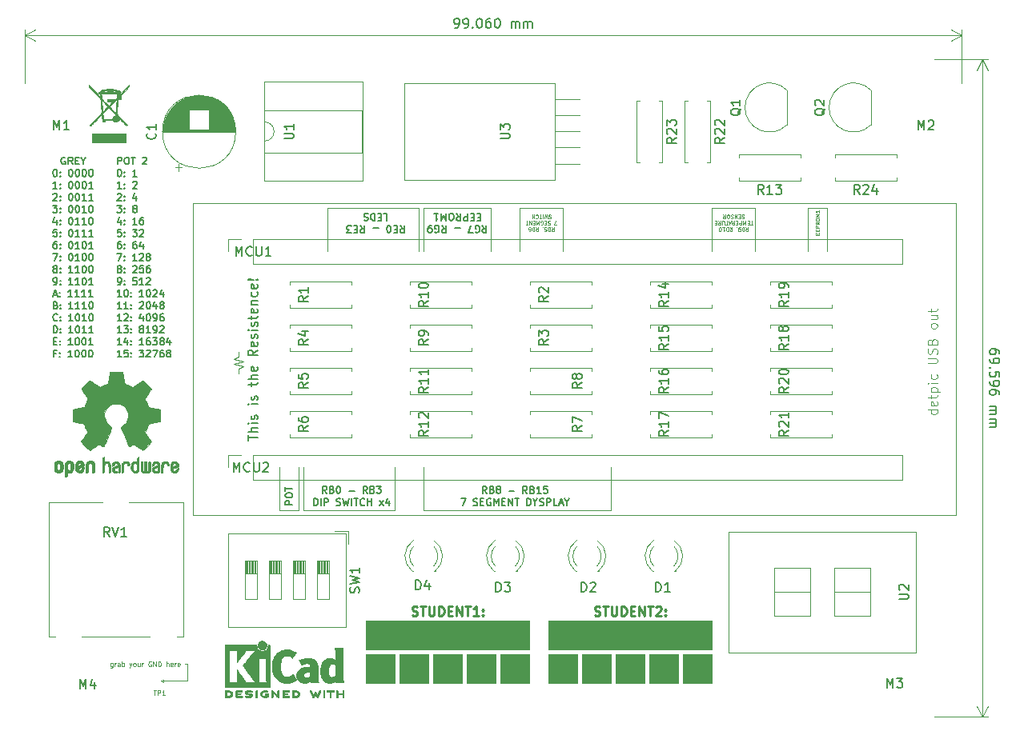
<source format=gbr>
G04 #@! TF.GenerationSoftware,KiCad,Pcbnew,(5.1.0-0)*
G04 #@! TF.CreationDate,2019-05-29T17:20:06+02:00*
G04 #@! TF.ProjectId,ac2-detpic-shield,6163322d-6465-4747-9069-632d73686965,rev?*
G04 #@! TF.SameCoordinates,Original*
G04 #@! TF.FileFunction,Legend,Top*
G04 #@! TF.FilePolarity,Positive*
%FSLAX46Y46*%
G04 Gerber Fmt 4.6, Leading zero omitted, Abs format (unit mm)*
G04 Created by KiCad (PCBNEW (5.1.0-0)) date 2019-05-29 17:20:06*
%MOMM*%
%LPD*%
G04 APERTURE LIST*
%ADD10C,0.125000*%
%ADD11C,0.120000*%
%ADD12C,0.150000*%
%ADD13C,0.100000*%
%ADD14C,0.250000*%
%ADD15C,0.075000*%
%ADD16C,0.010000*%
G04 APERTURE END LIST*
D10*
X136259523Y-89300857D02*
X136259523Y-89705619D01*
X136235714Y-89753238D01*
X136211904Y-89777047D01*
X136164285Y-89800857D01*
X136092857Y-89800857D01*
X136045238Y-89777047D01*
X136259523Y-89610380D02*
X136211904Y-89634190D01*
X136116666Y-89634190D01*
X136069047Y-89610380D01*
X136045238Y-89586571D01*
X136021428Y-89538952D01*
X136021428Y-89396095D01*
X136045238Y-89348476D01*
X136069047Y-89324666D01*
X136116666Y-89300857D01*
X136211904Y-89300857D01*
X136259523Y-89324666D01*
X136497619Y-89634190D02*
X136497619Y-89300857D01*
X136497619Y-89396095D02*
X136521428Y-89348476D01*
X136545238Y-89324666D01*
X136592857Y-89300857D01*
X136640476Y-89300857D01*
X137021428Y-89634190D02*
X137021428Y-89372285D01*
X136997619Y-89324666D01*
X136950000Y-89300857D01*
X136854761Y-89300857D01*
X136807142Y-89324666D01*
X137021428Y-89610380D02*
X136973809Y-89634190D01*
X136854761Y-89634190D01*
X136807142Y-89610380D01*
X136783333Y-89562761D01*
X136783333Y-89515142D01*
X136807142Y-89467523D01*
X136854761Y-89443714D01*
X136973809Y-89443714D01*
X137021428Y-89419904D01*
X137259523Y-89634190D02*
X137259523Y-89134190D01*
X137259523Y-89324666D02*
X137307142Y-89300857D01*
X137402380Y-89300857D01*
X137450000Y-89324666D01*
X137473809Y-89348476D01*
X137497619Y-89396095D01*
X137497619Y-89538952D01*
X137473809Y-89586571D01*
X137450000Y-89610380D01*
X137402380Y-89634190D01*
X137307142Y-89634190D01*
X137259523Y-89610380D01*
X138045238Y-89300857D02*
X138164285Y-89634190D01*
X138283333Y-89300857D02*
X138164285Y-89634190D01*
X138116666Y-89753238D01*
X138092857Y-89777047D01*
X138045238Y-89800857D01*
X138545238Y-89634190D02*
X138497619Y-89610380D01*
X138473809Y-89586571D01*
X138450000Y-89538952D01*
X138450000Y-89396095D01*
X138473809Y-89348476D01*
X138497619Y-89324666D01*
X138545238Y-89300857D01*
X138616666Y-89300857D01*
X138664285Y-89324666D01*
X138688095Y-89348476D01*
X138711904Y-89396095D01*
X138711904Y-89538952D01*
X138688095Y-89586571D01*
X138664285Y-89610380D01*
X138616666Y-89634190D01*
X138545238Y-89634190D01*
X139140476Y-89300857D02*
X139140476Y-89634190D01*
X138926190Y-89300857D02*
X138926190Y-89562761D01*
X138950000Y-89610380D01*
X138997619Y-89634190D01*
X139069047Y-89634190D01*
X139116666Y-89610380D01*
X139140476Y-89586571D01*
X139378571Y-89634190D02*
X139378571Y-89300857D01*
X139378571Y-89396095D02*
X139402380Y-89348476D01*
X139426190Y-89324666D01*
X139473809Y-89300857D01*
X139521428Y-89300857D01*
X140330952Y-89158000D02*
X140283333Y-89134190D01*
X140211904Y-89134190D01*
X140140476Y-89158000D01*
X140092857Y-89205619D01*
X140069047Y-89253238D01*
X140045238Y-89348476D01*
X140045238Y-89419904D01*
X140069047Y-89515142D01*
X140092857Y-89562761D01*
X140140476Y-89610380D01*
X140211904Y-89634190D01*
X140259523Y-89634190D01*
X140330952Y-89610380D01*
X140354761Y-89586571D01*
X140354761Y-89419904D01*
X140259523Y-89419904D01*
X140569047Y-89634190D02*
X140569047Y-89134190D01*
X140854761Y-89634190D01*
X140854761Y-89134190D01*
X141092857Y-89634190D02*
X141092857Y-89134190D01*
X141211904Y-89134190D01*
X141283333Y-89158000D01*
X141330952Y-89205619D01*
X141354761Y-89253238D01*
X141378571Y-89348476D01*
X141378571Y-89419904D01*
X141354761Y-89515142D01*
X141330952Y-89562761D01*
X141283333Y-89610380D01*
X141211904Y-89634190D01*
X141092857Y-89634190D01*
X141973809Y-89634190D02*
X141973809Y-89134190D01*
X142188095Y-89634190D02*
X142188095Y-89372285D01*
X142164285Y-89324666D01*
X142116666Y-89300857D01*
X142045238Y-89300857D01*
X141997619Y-89324666D01*
X141973809Y-89348476D01*
X142616666Y-89610380D02*
X142569047Y-89634190D01*
X142473809Y-89634190D01*
X142426190Y-89610380D01*
X142402380Y-89562761D01*
X142402380Y-89372285D01*
X142426190Y-89324666D01*
X142473809Y-89300857D01*
X142569047Y-89300857D01*
X142616666Y-89324666D01*
X142640476Y-89372285D01*
X142640476Y-89419904D01*
X142402380Y-89467523D01*
X142854761Y-89634190D02*
X142854761Y-89300857D01*
X142854761Y-89396095D02*
X142878571Y-89348476D01*
X142902380Y-89324666D01*
X142950000Y-89300857D01*
X142997619Y-89300857D01*
X143354761Y-89610380D02*
X143307142Y-89634190D01*
X143211904Y-89634190D01*
X143164285Y-89610380D01*
X143140476Y-89562761D01*
X143140476Y-89372285D01*
X143164285Y-89324666D01*
X143211904Y-89300857D01*
X143307142Y-89300857D01*
X143354761Y-89324666D01*
X143378571Y-89372285D01*
X143378571Y-89419904D01*
X143140476Y-89467523D01*
D11*
X144145000Y-89408000D02*
X143891000Y-89408000D01*
X144145000Y-89662000D02*
X144145000Y-89408000D01*
X141605000Y-91186000D02*
X144145000Y-91186000D01*
X141605000Y-91313000D02*
X141351000Y-91186000D01*
X141605000Y-91059000D02*
X141605000Y-91313000D01*
X141351000Y-91186000D02*
X141605000Y-91059000D01*
X144145000Y-91059000D02*
X144145000Y-91186000D01*
X144145000Y-89662000D02*
X144145000Y-91059000D01*
X149606000Y-56896000D02*
X149606000Y-56388000D01*
X149098000Y-57150000D02*
X149606000Y-56896000D01*
X150114000Y-57404000D02*
X149098000Y-57150000D01*
X149098000Y-57658000D02*
X150114000Y-57404000D01*
X150114000Y-57912000D02*
X149098000Y-57658000D01*
X149606000Y-58166000D02*
X150114000Y-57912000D01*
X149606000Y-58674000D02*
X149606000Y-58166000D01*
D12*
X150582380Y-65721428D02*
X150582380Y-65150000D01*
X151582380Y-65435714D02*
X150582380Y-65435714D01*
X151582380Y-64816666D02*
X150582380Y-64816666D01*
X151582380Y-64388095D02*
X151058571Y-64388095D01*
X150963333Y-64435714D01*
X150915714Y-64530952D01*
X150915714Y-64673809D01*
X150963333Y-64769047D01*
X151010952Y-64816666D01*
X151582380Y-63911904D02*
X150915714Y-63911904D01*
X150582380Y-63911904D02*
X150630000Y-63959523D01*
X150677619Y-63911904D01*
X150630000Y-63864285D01*
X150582380Y-63911904D01*
X150677619Y-63911904D01*
X151534761Y-63483333D02*
X151582380Y-63388095D01*
X151582380Y-63197619D01*
X151534761Y-63102380D01*
X151439523Y-63054761D01*
X151391904Y-63054761D01*
X151296666Y-63102380D01*
X151249047Y-63197619D01*
X151249047Y-63340476D01*
X151201428Y-63435714D01*
X151106190Y-63483333D01*
X151058571Y-63483333D01*
X150963333Y-63435714D01*
X150915714Y-63340476D01*
X150915714Y-63197619D01*
X150963333Y-63102380D01*
X151582380Y-61864285D02*
X150915714Y-61864285D01*
X150582380Y-61864285D02*
X150630000Y-61911904D01*
X150677619Y-61864285D01*
X150630000Y-61816666D01*
X150582380Y-61864285D01*
X150677619Y-61864285D01*
X151534761Y-61435714D02*
X151582380Y-61340476D01*
X151582380Y-61150000D01*
X151534761Y-61054761D01*
X151439523Y-61007142D01*
X151391904Y-61007142D01*
X151296666Y-61054761D01*
X151249047Y-61150000D01*
X151249047Y-61292857D01*
X151201428Y-61388095D01*
X151106190Y-61435714D01*
X151058571Y-61435714D01*
X150963333Y-61388095D01*
X150915714Y-61292857D01*
X150915714Y-61150000D01*
X150963333Y-61054761D01*
X150915714Y-59959523D02*
X150915714Y-59578571D01*
X150582380Y-59816666D02*
X151439523Y-59816666D01*
X151534761Y-59769047D01*
X151582380Y-59673809D01*
X151582380Y-59578571D01*
X151582380Y-59245238D02*
X150582380Y-59245238D01*
X151582380Y-58816666D02*
X151058571Y-58816666D01*
X150963333Y-58864285D01*
X150915714Y-58959523D01*
X150915714Y-59102380D01*
X150963333Y-59197619D01*
X151010952Y-59245238D01*
X151534761Y-57959523D02*
X151582380Y-58054761D01*
X151582380Y-58245238D01*
X151534761Y-58340476D01*
X151439523Y-58388095D01*
X151058571Y-58388095D01*
X150963333Y-58340476D01*
X150915714Y-58245238D01*
X150915714Y-58054761D01*
X150963333Y-57959523D01*
X151058571Y-57911904D01*
X151153809Y-57911904D01*
X151249047Y-58388095D01*
X151582380Y-56150000D02*
X151106190Y-56483333D01*
X151582380Y-56721428D02*
X150582380Y-56721428D01*
X150582380Y-56340476D01*
X150630000Y-56245238D01*
X150677619Y-56197619D01*
X150772857Y-56150000D01*
X150915714Y-56150000D01*
X151010952Y-56197619D01*
X151058571Y-56245238D01*
X151106190Y-56340476D01*
X151106190Y-56721428D01*
X151534761Y-55340476D02*
X151582380Y-55435714D01*
X151582380Y-55626190D01*
X151534761Y-55721428D01*
X151439523Y-55769047D01*
X151058571Y-55769047D01*
X150963333Y-55721428D01*
X150915714Y-55626190D01*
X150915714Y-55435714D01*
X150963333Y-55340476D01*
X151058571Y-55292857D01*
X151153809Y-55292857D01*
X151249047Y-55769047D01*
X151534761Y-54911904D02*
X151582380Y-54816666D01*
X151582380Y-54626190D01*
X151534761Y-54530952D01*
X151439523Y-54483333D01*
X151391904Y-54483333D01*
X151296666Y-54530952D01*
X151249047Y-54626190D01*
X151249047Y-54769047D01*
X151201428Y-54864285D01*
X151106190Y-54911904D01*
X151058571Y-54911904D01*
X150963333Y-54864285D01*
X150915714Y-54769047D01*
X150915714Y-54626190D01*
X150963333Y-54530952D01*
X151582380Y-54054761D02*
X150915714Y-54054761D01*
X150582380Y-54054761D02*
X150630000Y-54102380D01*
X150677619Y-54054761D01*
X150630000Y-54007142D01*
X150582380Y-54054761D01*
X150677619Y-54054761D01*
X151534761Y-53626190D02*
X151582380Y-53530952D01*
X151582380Y-53340476D01*
X151534761Y-53245238D01*
X151439523Y-53197619D01*
X151391904Y-53197619D01*
X151296666Y-53245238D01*
X151249047Y-53340476D01*
X151249047Y-53483333D01*
X151201428Y-53578571D01*
X151106190Y-53626190D01*
X151058571Y-53626190D01*
X150963333Y-53578571D01*
X150915714Y-53483333D01*
X150915714Y-53340476D01*
X150963333Y-53245238D01*
X150915714Y-52911904D02*
X150915714Y-52530952D01*
X150582380Y-52769047D02*
X151439523Y-52769047D01*
X151534761Y-52721428D01*
X151582380Y-52626190D01*
X151582380Y-52530952D01*
X151534761Y-51816666D02*
X151582380Y-51911904D01*
X151582380Y-52102380D01*
X151534761Y-52197619D01*
X151439523Y-52245238D01*
X151058571Y-52245238D01*
X150963333Y-52197619D01*
X150915714Y-52102380D01*
X150915714Y-51911904D01*
X150963333Y-51816666D01*
X151058571Y-51769047D01*
X151153809Y-51769047D01*
X151249047Y-52245238D01*
X150915714Y-51340476D02*
X151582380Y-51340476D01*
X151010952Y-51340476D02*
X150963333Y-51292857D01*
X150915714Y-51197619D01*
X150915714Y-51054761D01*
X150963333Y-50959523D01*
X151058571Y-50911904D01*
X151582380Y-50911904D01*
X151534761Y-50007142D02*
X151582380Y-50102380D01*
X151582380Y-50292857D01*
X151534761Y-50388095D01*
X151487142Y-50435714D01*
X151391904Y-50483333D01*
X151106190Y-50483333D01*
X151010952Y-50435714D01*
X150963333Y-50388095D01*
X150915714Y-50292857D01*
X150915714Y-50102380D01*
X150963333Y-50007142D01*
X151534761Y-49197619D02*
X151582380Y-49292857D01*
X151582380Y-49483333D01*
X151534761Y-49578571D01*
X151439523Y-49626190D01*
X151058571Y-49626190D01*
X150963333Y-49578571D01*
X150915714Y-49483333D01*
X150915714Y-49292857D01*
X150963333Y-49197619D01*
X151058571Y-49150000D01*
X151153809Y-49150000D01*
X151249047Y-49626190D01*
X151487142Y-48721428D02*
X151534761Y-48673809D01*
X151582380Y-48721428D01*
X151534761Y-48769047D01*
X151487142Y-48721428D01*
X151582380Y-48721428D01*
X151201428Y-48721428D02*
X150630000Y-48769047D01*
X150582380Y-48721428D01*
X150630000Y-48673809D01*
X151201428Y-48721428D01*
X150582380Y-48721428D01*
D11*
X225425000Y-40640000D02*
X224155000Y-40640000D01*
X225425000Y-73660000D02*
X225425000Y-40640000D01*
X144780000Y-73660000D02*
X225425000Y-73660000D01*
X144780000Y-40640000D02*
X144780000Y-73660000D01*
X224155000Y-40640000D02*
X144780000Y-40640000D01*
D13*
G36*
X192532000Y-91440000D02*
G01*
X189484000Y-91440000D01*
X189484000Y-88392000D01*
X192532000Y-88392000D01*
X192532000Y-91440000D01*
G37*
X192532000Y-91440000D02*
X189484000Y-91440000D01*
X189484000Y-88392000D01*
X192532000Y-88392000D01*
X192532000Y-91440000D01*
G36*
X185420000Y-91440000D02*
G01*
X182372000Y-91440000D01*
X182372000Y-88392000D01*
X185420000Y-88392000D01*
X185420000Y-91440000D01*
G37*
X185420000Y-91440000D02*
X182372000Y-91440000D01*
X182372000Y-88392000D01*
X185420000Y-88392000D01*
X185420000Y-91440000D01*
G36*
X188976000Y-91440000D02*
G01*
X185928000Y-91440000D01*
X185928000Y-88392000D01*
X188976000Y-88392000D01*
X188976000Y-91440000D01*
G37*
X188976000Y-91440000D02*
X185928000Y-91440000D01*
X185928000Y-88392000D01*
X188976000Y-88392000D01*
X188976000Y-91440000D01*
G36*
X199644000Y-87884000D02*
G01*
X182372000Y-87884000D01*
X182372000Y-84836000D01*
X199644000Y-84836000D01*
X199644000Y-87884000D01*
G37*
X199644000Y-87884000D02*
X182372000Y-87884000D01*
X182372000Y-84836000D01*
X199644000Y-84836000D01*
X199644000Y-87884000D01*
G36*
X196088000Y-91440000D02*
G01*
X193040000Y-91440000D01*
X193040000Y-88392000D01*
X196088000Y-88392000D01*
X196088000Y-91440000D01*
G37*
X196088000Y-91440000D02*
X193040000Y-91440000D01*
X193040000Y-88392000D01*
X196088000Y-88392000D01*
X196088000Y-91440000D01*
G36*
X199644000Y-91440000D02*
G01*
X196596000Y-91440000D01*
X196596000Y-88392000D01*
X199644000Y-88392000D01*
X199644000Y-91440000D01*
G37*
X199644000Y-91440000D02*
X196596000Y-91440000D01*
X196596000Y-88392000D01*
X199644000Y-88392000D01*
X199644000Y-91440000D01*
D14*
X187246095Y-84224761D02*
X187388952Y-84272380D01*
X187627047Y-84272380D01*
X187722285Y-84224761D01*
X187769904Y-84177142D01*
X187817523Y-84081904D01*
X187817523Y-83986666D01*
X187769904Y-83891428D01*
X187722285Y-83843809D01*
X187627047Y-83796190D01*
X187436571Y-83748571D01*
X187341333Y-83700952D01*
X187293714Y-83653333D01*
X187246095Y-83558095D01*
X187246095Y-83462857D01*
X187293714Y-83367619D01*
X187341333Y-83320000D01*
X187436571Y-83272380D01*
X187674666Y-83272380D01*
X187817523Y-83320000D01*
X188103238Y-83272380D02*
X188674666Y-83272380D01*
X188388952Y-84272380D02*
X188388952Y-83272380D01*
X189008000Y-83272380D02*
X189008000Y-84081904D01*
X189055619Y-84177142D01*
X189103238Y-84224761D01*
X189198476Y-84272380D01*
X189388952Y-84272380D01*
X189484190Y-84224761D01*
X189531809Y-84177142D01*
X189579428Y-84081904D01*
X189579428Y-83272380D01*
X190055619Y-84272380D02*
X190055619Y-83272380D01*
X190293714Y-83272380D01*
X190436571Y-83320000D01*
X190531809Y-83415238D01*
X190579428Y-83510476D01*
X190627047Y-83700952D01*
X190627047Y-83843809D01*
X190579428Y-84034285D01*
X190531809Y-84129523D01*
X190436571Y-84224761D01*
X190293714Y-84272380D01*
X190055619Y-84272380D01*
X191055619Y-83748571D02*
X191388952Y-83748571D01*
X191531809Y-84272380D02*
X191055619Y-84272380D01*
X191055619Y-83272380D01*
X191531809Y-83272380D01*
X191960380Y-84272380D02*
X191960380Y-83272380D01*
X192531809Y-84272380D01*
X192531809Y-83272380D01*
X192865142Y-83272380D02*
X193436571Y-83272380D01*
X193150857Y-84272380D02*
X193150857Y-83272380D01*
X193722285Y-83367619D02*
X193769904Y-83320000D01*
X193865142Y-83272380D01*
X194103238Y-83272380D01*
X194198476Y-83320000D01*
X194246095Y-83367619D01*
X194293714Y-83462857D01*
X194293714Y-83558095D01*
X194246095Y-83700952D01*
X193674666Y-84272380D01*
X194293714Y-84272380D01*
X194722285Y-84177142D02*
X194769904Y-84224761D01*
X194722285Y-84272380D01*
X194674666Y-84224761D01*
X194722285Y-84177142D01*
X194722285Y-84272380D01*
X194722285Y-83653333D02*
X194769904Y-83700952D01*
X194722285Y-83748571D01*
X194674666Y-83700952D01*
X194722285Y-83653333D01*
X194722285Y-83748571D01*
D13*
G36*
X180340000Y-91440000D02*
G01*
X177292000Y-91440000D01*
X177292000Y-88392000D01*
X180340000Y-88392000D01*
X180340000Y-91440000D01*
G37*
X180340000Y-91440000D02*
X177292000Y-91440000D01*
X177292000Y-88392000D01*
X180340000Y-88392000D01*
X180340000Y-91440000D01*
G36*
X176784000Y-91440000D02*
G01*
X173736000Y-91440000D01*
X173736000Y-88392000D01*
X176784000Y-88392000D01*
X176784000Y-91440000D01*
G37*
X176784000Y-91440000D02*
X173736000Y-91440000D01*
X173736000Y-88392000D01*
X176784000Y-88392000D01*
X176784000Y-91440000D01*
G36*
X173228000Y-91440000D02*
G01*
X170180000Y-91440000D01*
X170180000Y-88392000D01*
X173228000Y-88392000D01*
X173228000Y-91440000D01*
G37*
X173228000Y-91440000D02*
X170180000Y-91440000D01*
X170180000Y-88392000D01*
X173228000Y-88392000D01*
X173228000Y-91440000D01*
G36*
X169672000Y-91440000D02*
G01*
X166624000Y-91440000D01*
X166624000Y-88392000D01*
X169672000Y-88392000D01*
X169672000Y-91440000D01*
G37*
X169672000Y-91440000D02*
X166624000Y-91440000D01*
X166624000Y-88392000D01*
X169672000Y-88392000D01*
X169672000Y-91440000D01*
G36*
X166116000Y-91440000D02*
G01*
X163068000Y-91440000D01*
X163068000Y-88392000D01*
X166116000Y-88392000D01*
X166116000Y-91440000D01*
G37*
X166116000Y-91440000D02*
X163068000Y-91440000D01*
X163068000Y-88392000D01*
X166116000Y-88392000D01*
X166116000Y-91440000D01*
G36*
X180340000Y-87884000D02*
G01*
X163068000Y-87884000D01*
X163068000Y-84836000D01*
X180340000Y-84836000D01*
X180340000Y-87884000D01*
G37*
X180340000Y-87884000D02*
X163068000Y-87884000D01*
X163068000Y-84836000D01*
X180340000Y-84836000D01*
X180340000Y-87884000D01*
D12*
X230036619Y-56531333D02*
X230036619Y-56340857D01*
X229989000Y-56245619D01*
X229941380Y-56198000D01*
X229798523Y-56102761D01*
X229608047Y-56055142D01*
X229227095Y-56055142D01*
X229131857Y-56102761D01*
X229084238Y-56150380D01*
X229036619Y-56245619D01*
X229036619Y-56436095D01*
X229084238Y-56531333D01*
X229131857Y-56578952D01*
X229227095Y-56626571D01*
X229465190Y-56626571D01*
X229560428Y-56578952D01*
X229608047Y-56531333D01*
X229655666Y-56436095D01*
X229655666Y-56245619D01*
X229608047Y-56150380D01*
X229560428Y-56102761D01*
X229465190Y-56055142D01*
X229036619Y-57102761D02*
X229036619Y-57293238D01*
X229084238Y-57388476D01*
X229131857Y-57436095D01*
X229274714Y-57531333D01*
X229465190Y-57578952D01*
X229846142Y-57578952D01*
X229941380Y-57531333D01*
X229989000Y-57483714D01*
X230036619Y-57388476D01*
X230036619Y-57198000D01*
X229989000Y-57102761D01*
X229941380Y-57055142D01*
X229846142Y-57007523D01*
X229608047Y-57007523D01*
X229512809Y-57055142D01*
X229465190Y-57102761D01*
X229417571Y-57198000D01*
X229417571Y-57388476D01*
X229465190Y-57483714D01*
X229512809Y-57531333D01*
X229608047Y-57578952D01*
X229131857Y-58007523D02*
X229084238Y-58055142D01*
X229036619Y-58007523D01*
X229084238Y-57959904D01*
X229131857Y-58007523D01*
X229036619Y-58007523D01*
X230036619Y-58959904D02*
X230036619Y-58483714D01*
X229560428Y-58436095D01*
X229608047Y-58483714D01*
X229655666Y-58578952D01*
X229655666Y-58817047D01*
X229608047Y-58912285D01*
X229560428Y-58959904D01*
X229465190Y-59007523D01*
X229227095Y-59007523D01*
X229131857Y-58959904D01*
X229084238Y-58912285D01*
X229036619Y-58817047D01*
X229036619Y-58578952D01*
X229084238Y-58483714D01*
X229131857Y-58436095D01*
X229036619Y-59483714D02*
X229036619Y-59674190D01*
X229084238Y-59769428D01*
X229131857Y-59817047D01*
X229274714Y-59912285D01*
X229465190Y-59959904D01*
X229846142Y-59959904D01*
X229941380Y-59912285D01*
X229989000Y-59864666D01*
X230036619Y-59769428D01*
X230036619Y-59578952D01*
X229989000Y-59483714D01*
X229941380Y-59436095D01*
X229846142Y-59388476D01*
X229608047Y-59388476D01*
X229512809Y-59436095D01*
X229465190Y-59483714D01*
X229417571Y-59578952D01*
X229417571Y-59769428D01*
X229465190Y-59864666D01*
X229512809Y-59912285D01*
X229608047Y-59959904D01*
X230036619Y-60817047D02*
X230036619Y-60626571D01*
X229989000Y-60531333D01*
X229941380Y-60483714D01*
X229798523Y-60388476D01*
X229608047Y-60340857D01*
X229227095Y-60340857D01*
X229131857Y-60388476D01*
X229084238Y-60436095D01*
X229036619Y-60531333D01*
X229036619Y-60721809D01*
X229084238Y-60817047D01*
X229131857Y-60864666D01*
X229227095Y-60912285D01*
X229465190Y-60912285D01*
X229560428Y-60864666D01*
X229608047Y-60817047D01*
X229655666Y-60721809D01*
X229655666Y-60531333D01*
X229608047Y-60436095D01*
X229560428Y-60388476D01*
X229465190Y-60340857D01*
X229036619Y-62102761D02*
X229703285Y-62102761D01*
X229608047Y-62102761D02*
X229655666Y-62150380D01*
X229703285Y-62245619D01*
X229703285Y-62388476D01*
X229655666Y-62483714D01*
X229560428Y-62531333D01*
X229036619Y-62531333D01*
X229560428Y-62531333D02*
X229655666Y-62578952D01*
X229703285Y-62674190D01*
X229703285Y-62817047D01*
X229655666Y-62912285D01*
X229560428Y-62959904D01*
X229036619Y-62959904D01*
X229036619Y-63436095D02*
X229703285Y-63436095D01*
X229608047Y-63436095D02*
X229655666Y-63483714D01*
X229703285Y-63578952D01*
X229703285Y-63721809D01*
X229655666Y-63817047D01*
X229560428Y-63864666D01*
X229036619Y-63864666D01*
X229560428Y-63864666D02*
X229655666Y-63912285D01*
X229703285Y-64007523D01*
X229703285Y-64150380D01*
X229655666Y-64245619D01*
X229560428Y-64293238D01*
X229036619Y-64293238D01*
D11*
X228219000Y-25400000D02*
X228219000Y-94996000D01*
X223139000Y-25400000D02*
X228805421Y-25400000D01*
X223139000Y-94996000D02*
X228805421Y-94996000D01*
X228219000Y-94996000D02*
X227632579Y-93869496D01*
X228219000Y-94996000D02*
X228805421Y-93869496D01*
X228219000Y-25400000D02*
X227632579Y-26526504D01*
X228219000Y-25400000D02*
X228805421Y-26526504D01*
D12*
X172482380Y-22042380D02*
X172672857Y-22042380D01*
X172768095Y-21994761D01*
X172815714Y-21947142D01*
X172910952Y-21804285D01*
X172958571Y-21613809D01*
X172958571Y-21232857D01*
X172910952Y-21137619D01*
X172863333Y-21090000D01*
X172768095Y-21042380D01*
X172577619Y-21042380D01*
X172482380Y-21090000D01*
X172434761Y-21137619D01*
X172387142Y-21232857D01*
X172387142Y-21470952D01*
X172434761Y-21566190D01*
X172482380Y-21613809D01*
X172577619Y-21661428D01*
X172768095Y-21661428D01*
X172863333Y-21613809D01*
X172910952Y-21566190D01*
X172958571Y-21470952D01*
X173434761Y-22042380D02*
X173625238Y-22042380D01*
X173720476Y-21994761D01*
X173768095Y-21947142D01*
X173863333Y-21804285D01*
X173910952Y-21613809D01*
X173910952Y-21232857D01*
X173863333Y-21137619D01*
X173815714Y-21090000D01*
X173720476Y-21042380D01*
X173530000Y-21042380D01*
X173434761Y-21090000D01*
X173387142Y-21137619D01*
X173339523Y-21232857D01*
X173339523Y-21470952D01*
X173387142Y-21566190D01*
X173434761Y-21613809D01*
X173530000Y-21661428D01*
X173720476Y-21661428D01*
X173815714Y-21613809D01*
X173863333Y-21566190D01*
X173910952Y-21470952D01*
X174339523Y-21947142D02*
X174387142Y-21994761D01*
X174339523Y-22042380D01*
X174291904Y-21994761D01*
X174339523Y-21947142D01*
X174339523Y-22042380D01*
X175006190Y-21042380D02*
X175101428Y-21042380D01*
X175196666Y-21090000D01*
X175244285Y-21137619D01*
X175291904Y-21232857D01*
X175339523Y-21423333D01*
X175339523Y-21661428D01*
X175291904Y-21851904D01*
X175244285Y-21947142D01*
X175196666Y-21994761D01*
X175101428Y-22042380D01*
X175006190Y-22042380D01*
X174910952Y-21994761D01*
X174863333Y-21947142D01*
X174815714Y-21851904D01*
X174768095Y-21661428D01*
X174768095Y-21423333D01*
X174815714Y-21232857D01*
X174863333Y-21137619D01*
X174910952Y-21090000D01*
X175006190Y-21042380D01*
X176196666Y-21042380D02*
X176006190Y-21042380D01*
X175910952Y-21090000D01*
X175863333Y-21137619D01*
X175768095Y-21280476D01*
X175720476Y-21470952D01*
X175720476Y-21851904D01*
X175768095Y-21947142D01*
X175815714Y-21994761D01*
X175910952Y-22042380D01*
X176101428Y-22042380D01*
X176196666Y-21994761D01*
X176244285Y-21947142D01*
X176291904Y-21851904D01*
X176291904Y-21613809D01*
X176244285Y-21518571D01*
X176196666Y-21470952D01*
X176101428Y-21423333D01*
X175910952Y-21423333D01*
X175815714Y-21470952D01*
X175768095Y-21518571D01*
X175720476Y-21613809D01*
X176910952Y-21042380D02*
X177006190Y-21042380D01*
X177101428Y-21090000D01*
X177149047Y-21137619D01*
X177196666Y-21232857D01*
X177244285Y-21423333D01*
X177244285Y-21661428D01*
X177196666Y-21851904D01*
X177149047Y-21947142D01*
X177101428Y-21994761D01*
X177006190Y-22042380D01*
X176910952Y-22042380D01*
X176815714Y-21994761D01*
X176768095Y-21947142D01*
X176720476Y-21851904D01*
X176672857Y-21661428D01*
X176672857Y-21423333D01*
X176720476Y-21232857D01*
X176768095Y-21137619D01*
X176815714Y-21090000D01*
X176910952Y-21042380D01*
X178434761Y-22042380D02*
X178434761Y-21375714D01*
X178434761Y-21470952D02*
X178482380Y-21423333D01*
X178577619Y-21375714D01*
X178720476Y-21375714D01*
X178815714Y-21423333D01*
X178863333Y-21518571D01*
X178863333Y-22042380D01*
X178863333Y-21518571D02*
X178910952Y-21423333D01*
X179006190Y-21375714D01*
X179149047Y-21375714D01*
X179244285Y-21423333D01*
X179291904Y-21518571D01*
X179291904Y-22042380D01*
X179768095Y-22042380D02*
X179768095Y-21375714D01*
X179768095Y-21470952D02*
X179815714Y-21423333D01*
X179910952Y-21375714D01*
X180053809Y-21375714D01*
X180149047Y-21423333D01*
X180196666Y-21518571D01*
X180196666Y-22042380D01*
X180196666Y-21518571D02*
X180244285Y-21423333D01*
X180339523Y-21375714D01*
X180482380Y-21375714D01*
X180577619Y-21423333D01*
X180625238Y-21518571D01*
X180625238Y-22042380D01*
D11*
X127000000Y-22860000D02*
X226060000Y-22860000D01*
X127000000Y-27940000D02*
X127000000Y-22273579D01*
X226060000Y-27940000D02*
X226060000Y-22273579D01*
X226060000Y-22860000D02*
X224933496Y-23446421D01*
X226060000Y-22860000D02*
X224933496Y-22273579D01*
X127000000Y-22860000D02*
X128126504Y-23446421D01*
X127000000Y-22860000D02*
X128126504Y-22273579D01*
D12*
X136801071Y-36494285D02*
X136801071Y-35744285D01*
X137086785Y-35744285D01*
X137158214Y-35780000D01*
X137193928Y-35815714D01*
X137229642Y-35887142D01*
X137229642Y-35994285D01*
X137193928Y-36065714D01*
X137158214Y-36101428D01*
X137086785Y-36137142D01*
X136801071Y-36137142D01*
X137693928Y-35744285D02*
X137836785Y-35744285D01*
X137908214Y-35780000D01*
X137979642Y-35851428D01*
X138015357Y-35994285D01*
X138015357Y-36244285D01*
X137979642Y-36387142D01*
X137908214Y-36458571D01*
X137836785Y-36494285D01*
X137693928Y-36494285D01*
X137622500Y-36458571D01*
X137551071Y-36387142D01*
X137515357Y-36244285D01*
X137515357Y-35994285D01*
X137551071Y-35851428D01*
X137622500Y-35780000D01*
X137693928Y-35744285D01*
X138229642Y-35744285D02*
X138658214Y-35744285D01*
X138443928Y-36494285D02*
X138443928Y-35744285D01*
X139443928Y-35815714D02*
X139479642Y-35780000D01*
X139551071Y-35744285D01*
X139729642Y-35744285D01*
X139801071Y-35780000D01*
X139836785Y-35815714D01*
X139872500Y-35887142D01*
X139872500Y-35958571D01*
X139836785Y-36065714D01*
X139408214Y-36494285D01*
X139872500Y-36494285D01*
X136943928Y-37019285D02*
X137015357Y-37019285D01*
X137086785Y-37055000D01*
X137122500Y-37090714D01*
X137158214Y-37162142D01*
X137193928Y-37305000D01*
X137193928Y-37483571D01*
X137158214Y-37626428D01*
X137122500Y-37697857D01*
X137086785Y-37733571D01*
X137015357Y-37769285D01*
X136943928Y-37769285D01*
X136872500Y-37733571D01*
X136836785Y-37697857D01*
X136801071Y-37626428D01*
X136765357Y-37483571D01*
X136765357Y-37305000D01*
X136801071Y-37162142D01*
X136836785Y-37090714D01*
X136872500Y-37055000D01*
X136943928Y-37019285D01*
X137515357Y-37697857D02*
X137551071Y-37733571D01*
X137515357Y-37769285D01*
X137479642Y-37733571D01*
X137515357Y-37697857D01*
X137515357Y-37769285D01*
X137515357Y-37305000D02*
X137551071Y-37340714D01*
X137515357Y-37376428D01*
X137479642Y-37340714D01*
X137515357Y-37305000D01*
X137515357Y-37376428D01*
X138836785Y-37769285D02*
X138408214Y-37769285D01*
X138622500Y-37769285D02*
X138622500Y-37019285D01*
X138551071Y-37126428D01*
X138479642Y-37197857D01*
X138408214Y-37233571D01*
X137193928Y-39044285D02*
X136765357Y-39044285D01*
X136979642Y-39044285D02*
X136979642Y-38294285D01*
X136908214Y-38401428D01*
X136836785Y-38472857D01*
X136765357Y-38508571D01*
X137515357Y-38972857D02*
X137551071Y-39008571D01*
X137515357Y-39044285D01*
X137479642Y-39008571D01*
X137515357Y-38972857D01*
X137515357Y-39044285D01*
X137515357Y-38580000D02*
X137551071Y-38615714D01*
X137515357Y-38651428D01*
X137479642Y-38615714D01*
X137515357Y-38580000D01*
X137515357Y-38651428D01*
X138408214Y-38365714D02*
X138443928Y-38330000D01*
X138515357Y-38294285D01*
X138693928Y-38294285D01*
X138765357Y-38330000D01*
X138801071Y-38365714D01*
X138836785Y-38437142D01*
X138836785Y-38508571D01*
X138801071Y-38615714D01*
X138372500Y-39044285D01*
X138836785Y-39044285D01*
X136765357Y-39640714D02*
X136801071Y-39605000D01*
X136872500Y-39569285D01*
X137051071Y-39569285D01*
X137122500Y-39605000D01*
X137158214Y-39640714D01*
X137193928Y-39712142D01*
X137193928Y-39783571D01*
X137158214Y-39890714D01*
X136729642Y-40319285D01*
X137193928Y-40319285D01*
X137515357Y-40247857D02*
X137551071Y-40283571D01*
X137515357Y-40319285D01*
X137479642Y-40283571D01*
X137515357Y-40247857D01*
X137515357Y-40319285D01*
X137515357Y-39855000D02*
X137551071Y-39890714D01*
X137515357Y-39926428D01*
X137479642Y-39890714D01*
X137515357Y-39855000D01*
X137515357Y-39926428D01*
X138765357Y-39819285D02*
X138765357Y-40319285D01*
X138586785Y-39533571D02*
X138408214Y-40069285D01*
X138872500Y-40069285D01*
X136729642Y-40844285D02*
X137193928Y-40844285D01*
X136943928Y-41130000D01*
X137051071Y-41130000D01*
X137122500Y-41165714D01*
X137158214Y-41201428D01*
X137193928Y-41272857D01*
X137193928Y-41451428D01*
X137158214Y-41522857D01*
X137122500Y-41558571D01*
X137051071Y-41594285D01*
X136836785Y-41594285D01*
X136765357Y-41558571D01*
X136729642Y-41522857D01*
X137515357Y-41522857D02*
X137551071Y-41558571D01*
X137515357Y-41594285D01*
X137479642Y-41558571D01*
X137515357Y-41522857D01*
X137515357Y-41594285D01*
X137515357Y-41130000D02*
X137551071Y-41165714D01*
X137515357Y-41201428D01*
X137479642Y-41165714D01*
X137515357Y-41130000D01*
X137515357Y-41201428D01*
X138551071Y-41165714D02*
X138479642Y-41130000D01*
X138443928Y-41094285D01*
X138408214Y-41022857D01*
X138408214Y-40987142D01*
X138443928Y-40915714D01*
X138479642Y-40880000D01*
X138551071Y-40844285D01*
X138693928Y-40844285D01*
X138765357Y-40880000D01*
X138801071Y-40915714D01*
X138836785Y-40987142D01*
X138836785Y-41022857D01*
X138801071Y-41094285D01*
X138765357Y-41130000D01*
X138693928Y-41165714D01*
X138551071Y-41165714D01*
X138479642Y-41201428D01*
X138443928Y-41237142D01*
X138408214Y-41308571D01*
X138408214Y-41451428D01*
X138443928Y-41522857D01*
X138479642Y-41558571D01*
X138551071Y-41594285D01*
X138693928Y-41594285D01*
X138765357Y-41558571D01*
X138801071Y-41522857D01*
X138836785Y-41451428D01*
X138836785Y-41308571D01*
X138801071Y-41237142D01*
X138765357Y-41201428D01*
X138693928Y-41165714D01*
X137122500Y-42369285D02*
X137122500Y-42869285D01*
X136943928Y-42083571D02*
X136765357Y-42619285D01*
X137229642Y-42619285D01*
X137515357Y-42797857D02*
X137551071Y-42833571D01*
X137515357Y-42869285D01*
X137479642Y-42833571D01*
X137515357Y-42797857D01*
X137515357Y-42869285D01*
X137515357Y-42405000D02*
X137551071Y-42440714D01*
X137515357Y-42476428D01*
X137479642Y-42440714D01*
X137515357Y-42405000D01*
X137515357Y-42476428D01*
X138836785Y-42869285D02*
X138408214Y-42869285D01*
X138622500Y-42869285D02*
X138622500Y-42119285D01*
X138551071Y-42226428D01*
X138479642Y-42297857D01*
X138408214Y-42333571D01*
X139479642Y-42119285D02*
X139336785Y-42119285D01*
X139265357Y-42155000D01*
X139229642Y-42190714D01*
X139158214Y-42297857D01*
X139122500Y-42440714D01*
X139122500Y-42726428D01*
X139158214Y-42797857D01*
X139193928Y-42833571D01*
X139265357Y-42869285D01*
X139408214Y-42869285D01*
X139479642Y-42833571D01*
X139515357Y-42797857D01*
X139551071Y-42726428D01*
X139551071Y-42547857D01*
X139515357Y-42476428D01*
X139479642Y-42440714D01*
X139408214Y-42405000D01*
X139265357Y-42405000D01*
X139193928Y-42440714D01*
X139158214Y-42476428D01*
X139122500Y-42547857D01*
X137158214Y-43394285D02*
X136801071Y-43394285D01*
X136765357Y-43751428D01*
X136801071Y-43715714D01*
X136872500Y-43680000D01*
X137051071Y-43680000D01*
X137122500Y-43715714D01*
X137158214Y-43751428D01*
X137193928Y-43822857D01*
X137193928Y-44001428D01*
X137158214Y-44072857D01*
X137122500Y-44108571D01*
X137051071Y-44144285D01*
X136872500Y-44144285D01*
X136801071Y-44108571D01*
X136765357Y-44072857D01*
X137515357Y-44072857D02*
X137551071Y-44108571D01*
X137515357Y-44144285D01*
X137479642Y-44108571D01*
X137515357Y-44072857D01*
X137515357Y-44144285D01*
X137515357Y-43680000D02*
X137551071Y-43715714D01*
X137515357Y-43751428D01*
X137479642Y-43715714D01*
X137515357Y-43680000D01*
X137515357Y-43751428D01*
X138372500Y-43394285D02*
X138836785Y-43394285D01*
X138586785Y-43680000D01*
X138693928Y-43680000D01*
X138765357Y-43715714D01*
X138801071Y-43751428D01*
X138836785Y-43822857D01*
X138836785Y-44001428D01*
X138801071Y-44072857D01*
X138765357Y-44108571D01*
X138693928Y-44144285D01*
X138479642Y-44144285D01*
X138408214Y-44108571D01*
X138372500Y-44072857D01*
X139122500Y-43465714D02*
X139158214Y-43430000D01*
X139229642Y-43394285D01*
X139408214Y-43394285D01*
X139479642Y-43430000D01*
X139515357Y-43465714D01*
X139551071Y-43537142D01*
X139551071Y-43608571D01*
X139515357Y-43715714D01*
X139086785Y-44144285D01*
X139551071Y-44144285D01*
X137122500Y-44669285D02*
X136979642Y-44669285D01*
X136908214Y-44705000D01*
X136872500Y-44740714D01*
X136801071Y-44847857D01*
X136765357Y-44990714D01*
X136765357Y-45276428D01*
X136801071Y-45347857D01*
X136836785Y-45383571D01*
X136908214Y-45419285D01*
X137051071Y-45419285D01*
X137122500Y-45383571D01*
X137158214Y-45347857D01*
X137193928Y-45276428D01*
X137193928Y-45097857D01*
X137158214Y-45026428D01*
X137122500Y-44990714D01*
X137051071Y-44955000D01*
X136908214Y-44955000D01*
X136836785Y-44990714D01*
X136801071Y-45026428D01*
X136765357Y-45097857D01*
X137515357Y-45347857D02*
X137551071Y-45383571D01*
X137515357Y-45419285D01*
X137479642Y-45383571D01*
X137515357Y-45347857D01*
X137515357Y-45419285D01*
X137515357Y-44955000D02*
X137551071Y-44990714D01*
X137515357Y-45026428D01*
X137479642Y-44990714D01*
X137515357Y-44955000D01*
X137515357Y-45026428D01*
X138765357Y-44669285D02*
X138622500Y-44669285D01*
X138551071Y-44705000D01*
X138515357Y-44740714D01*
X138443928Y-44847857D01*
X138408214Y-44990714D01*
X138408214Y-45276428D01*
X138443928Y-45347857D01*
X138479642Y-45383571D01*
X138551071Y-45419285D01*
X138693928Y-45419285D01*
X138765357Y-45383571D01*
X138801071Y-45347857D01*
X138836785Y-45276428D01*
X138836785Y-45097857D01*
X138801071Y-45026428D01*
X138765357Y-44990714D01*
X138693928Y-44955000D01*
X138551071Y-44955000D01*
X138479642Y-44990714D01*
X138443928Y-45026428D01*
X138408214Y-45097857D01*
X139479642Y-44919285D02*
X139479642Y-45419285D01*
X139301071Y-44633571D02*
X139122500Y-45169285D01*
X139586785Y-45169285D01*
X136729642Y-45944285D02*
X137229642Y-45944285D01*
X136908214Y-46694285D01*
X137515357Y-46622857D02*
X137551071Y-46658571D01*
X137515357Y-46694285D01*
X137479642Y-46658571D01*
X137515357Y-46622857D01*
X137515357Y-46694285D01*
X137515357Y-46230000D02*
X137551071Y-46265714D01*
X137515357Y-46301428D01*
X137479642Y-46265714D01*
X137515357Y-46230000D01*
X137515357Y-46301428D01*
X138836785Y-46694285D02*
X138408214Y-46694285D01*
X138622500Y-46694285D02*
X138622500Y-45944285D01*
X138551071Y-46051428D01*
X138479642Y-46122857D01*
X138408214Y-46158571D01*
X139122500Y-46015714D02*
X139158214Y-45980000D01*
X139229642Y-45944285D01*
X139408214Y-45944285D01*
X139479642Y-45980000D01*
X139515357Y-46015714D01*
X139551071Y-46087142D01*
X139551071Y-46158571D01*
X139515357Y-46265714D01*
X139086785Y-46694285D01*
X139551071Y-46694285D01*
X139979642Y-46265714D02*
X139908214Y-46230000D01*
X139872500Y-46194285D01*
X139836785Y-46122857D01*
X139836785Y-46087142D01*
X139872500Y-46015714D01*
X139908214Y-45980000D01*
X139979642Y-45944285D01*
X140122500Y-45944285D01*
X140193928Y-45980000D01*
X140229642Y-46015714D01*
X140265357Y-46087142D01*
X140265357Y-46122857D01*
X140229642Y-46194285D01*
X140193928Y-46230000D01*
X140122500Y-46265714D01*
X139979642Y-46265714D01*
X139908214Y-46301428D01*
X139872500Y-46337142D01*
X139836785Y-46408571D01*
X139836785Y-46551428D01*
X139872500Y-46622857D01*
X139908214Y-46658571D01*
X139979642Y-46694285D01*
X140122500Y-46694285D01*
X140193928Y-46658571D01*
X140229642Y-46622857D01*
X140265357Y-46551428D01*
X140265357Y-46408571D01*
X140229642Y-46337142D01*
X140193928Y-46301428D01*
X140122500Y-46265714D01*
X136908214Y-47540714D02*
X136836785Y-47505000D01*
X136801071Y-47469285D01*
X136765357Y-47397857D01*
X136765357Y-47362142D01*
X136801071Y-47290714D01*
X136836785Y-47255000D01*
X136908214Y-47219285D01*
X137051071Y-47219285D01*
X137122500Y-47255000D01*
X137158214Y-47290714D01*
X137193928Y-47362142D01*
X137193928Y-47397857D01*
X137158214Y-47469285D01*
X137122500Y-47505000D01*
X137051071Y-47540714D01*
X136908214Y-47540714D01*
X136836785Y-47576428D01*
X136801071Y-47612142D01*
X136765357Y-47683571D01*
X136765357Y-47826428D01*
X136801071Y-47897857D01*
X136836785Y-47933571D01*
X136908214Y-47969285D01*
X137051071Y-47969285D01*
X137122500Y-47933571D01*
X137158214Y-47897857D01*
X137193928Y-47826428D01*
X137193928Y-47683571D01*
X137158214Y-47612142D01*
X137122500Y-47576428D01*
X137051071Y-47540714D01*
X137515357Y-47897857D02*
X137551071Y-47933571D01*
X137515357Y-47969285D01*
X137479642Y-47933571D01*
X137515357Y-47897857D01*
X137515357Y-47969285D01*
X137515357Y-47505000D02*
X137551071Y-47540714D01*
X137515357Y-47576428D01*
X137479642Y-47540714D01*
X137515357Y-47505000D01*
X137515357Y-47576428D01*
X138408214Y-47290714D02*
X138443928Y-47255000D01*
X138515357Y-47219285D01*
X138693928Y-47219285D01*
X138765357Y-47255000D01*
X138801071Y-47290714D01*
X138836785Y-47362142D01*
X138836785Y-47433571D01*
X138801071Y-47540714D01*
X138372500Y-47969285D01*
X138836785Y-47969285D01*
X139515357Y-47219285D02*
X139158214Y-47219285D01*
X139122500Y-47576428D01*
X139158214Y-47540714D01*
X139229642Y-47505000D01*
X139408214Y-47505000D01*
X139479642Y-47540714D01*
X139515357Y-47576428D01*
X139551071Y-47647857D01*
X139551071Y-47826428D01*
X139515357Y-47897857D01*
X139479642Y-47933571D01*
X139408214Y-47969285D01*
X139229642Y-47969285D01*
X139158214Y-47933571D01*
X139122500Y-47897857D01*
X140193928Y-47219285D02*
X140051071Y-47219285D01*
X139979642Y-47255000D01*
X139943928Y-47290714D01*
X139872500Y-47397857D01*
X139836785Y-47540714D01*
X139836785Y-47826428D01*
X139872500Y-47897857D01*
X139908214Y-47933571D01*
X139979642Y-47969285D01*
X140122500Y-47969285D01*
X140193928Y-47933571D01*
X140229642Y-47897857D01*
X140265357Y-47826428D01*
X140265357Y-47647857D01*
X140229642Y-47576428D01*
X140193928Y-47540714D01*
X140122500Y-47505000D01*
X139979642Y-47505000D01*
X139908214Y-47540714D01*
X139872500Y-47576428D01*
X139836785Y-47647857D01*
X136836785Y-49244285D02*
X136979642Y-49244285D01*
X137051071Y-49208571D01*
X137086785Y-49172857D01*
X137158214Y-49065714D01*
X137193928Y-48922857D01*
X137193928Y-48637142D01*
X137158214Y-48565714D01*
X137122500Y-48530000D01*
X137051071Y-48494285D01*
X136908214Y-48494285D01*
X136836785Y-48530000D01*
X136801071Y-48565714D01*
X136765357Y-48637142D01*
X136765357Y-48815714D01*
X136801071Y-48887142D01*
X136836785Y-48922857D01*
X136908214Y-48958571D01*
X137051071Y-48958571D01*
X137122500Y-48922857D01*
X137158214Y-48887142D01*
X137193928Y-48815714D01*
X137515357Y-49172857D02*
X137551071Y-49208571D01*
X137515357Y-49244285D01*
X137479642Y-49208571D01*
X137515357Y-49172857D01*
X137515357Y-49244285D01*
X137515357Y-48780000D02*
X137551071Y-48815714D01*
X137515357Y-48851428D01*
X137479642Y-48815714D01*
X137515357Y-48780000D01*
X137515357Y-48851428D01*
X138801071Y-48494285D02*
X138443928Y-48494285D01*
X138408214Y-48851428D01*
X138443928Y-48815714D01*
X138515357Y-48780000D01*
X138693928Y-48780000D01*
X138765357Y-48815714D01*
X138801071Y-48851428D01*
X138836785Y-48922857D01*
X138836785Y-49101428D01*
X138801071Y-49172857D01*
X138765357Y-49208571D01*
X138693928Y-49244285D01*
X138515357Y-49244285D01*
X138443928Y-49208571D01*
X138408214Y-49172857D01*
X139551071Y-49244285D02*
X139122500Y-49244285D01*
X139336785Y-49244285D02*
X139336785Y-48494285D01*
X139265357Y-48601428D01*
X139193928Y-48672857D01*
X139122500Y-48708571D01*
X139836785Y-48565714D02*
X139872500Y-48530000D01*
X139943928Y-48494285D01*
X140122500Y-48494285D01*
X140193928Y-48530000D01*
X140229642Y-48565714D01*
X140265357Y-48637142D01*
X140265357Y-48708571D01*
X140229642Y-48815714D01*
X139801071Y-49244285D01*
X140265357Y-49244285D01*
X137193928Y-50519285D02*
X136765357Y-50519285D01*
X136979642Y-50519285D02*
X136979642Y-49769285D01*
X136908214Y-49876428D01*
X136836785Y-49947857D01*
X136765357Y-49983571D01*
X137658214Y-49769285D02*
X137729642Y-49769285D01*
X137801071Y-49805000D01*
X137836785Y-49840714D01*
X137872500Y-49912142D01*
X137908214Y-50055000D01*
X137908214Y-50233571D01*
X137872500Y-50376428D01*
X137836785Y-50447857D01*
X137801071Y-50483571D01*
X137729642Y-50519285D01*
X137658214Y-50519285D01*
X137586785Y-50483571D01*
X137551071Y-50447857D01*
X137515357Y-50376428D01*
X137479642Y-50233571D01*
X137479642Y-50055000D01*
X137515357Y-49912142D01*
X137551071Y-49840714D01*
X137586785Y-49805000D01*
X137658214Y-49769285D01*
X138229642Y-50447857D02*
X138265357Y-50483571D01*
X138229642Y-50519285D01*
X138193928Y-50483571D01*
X138229642Y-50447857D01*
X138229642Y-50519285D01*
X138229642Y-50055000D02*
X138265357Y-50090714D01*
X138229642Y-50126428D01*
X138193928Y-50090714D01*
X138229642Y-50055000D01*
X138229642Y-50126428D01*
X139551071Y-50519285D02*
X139122500Y-50519285D01*
X139336785Y-50519285D02*
X139336785Y-49769285D01*
X139265357Y-49876428D01*
X139193928Y-49947857D01*
X139122500Y-49983571D01*
X140015357Y-49769285D02*
X140086785Y-49769285D01*
X140158214Y-49805000D01*
X140193928Y-49840714D01*
X140229642Y-49912142D01*
X140265357Y-50055000D01*
X140265357Y-50233571D01*
X140229642Y-50376428D01*
X140193928Y-50447857D01*
X140158214Y-50483571D01*
X140086785Y-50519285D01*
X140015357Y-50519285D01*
X139943928Y-50483571D01*
X139908214Y-50447857D01*
X139872500Y-50376428D01*
X139836785Y-50233571D01*
X139836785Y-50055000D01*
X139872500Y-49912142D01*
X139908214Y-49840714D01*
X139943928Y-49805000D01*
X140015357Y-49769285D01*
X140551071Y-49840714D02*
X140586785Y-49805000D01*
X140658214Y-49769285D01*
X140836785Y-49769285D01*
X140908214Y-49805000D01*
X140943928Y-49840714D01*
X140979642Y-49912142D01*
X140979642Y-49983571D01*
X140943928Y-50090714D01*
X140515357Y-50519285D01*
X140979642Y-50519285D01*
X141622500Y-50019285D02*
X141622500Y-50519285D01*
X141443928Y-49733571D02*
X141265357Y-50269285D01*
X141729642Y-50269285D01*
X137193928Y-51794285D02*
X136765357Y-51794285D01*
X136979642Y-51794285D02*
X136979642Y-51044285D01*
X136908214Y-51151428D01*
X136836785Y-51222857D01*
X136765357Y-51258571D01*
X137908214Y-51794285D02*
X137479642Y-51794285D01*
X137693928Y-51794285D02*
X137693928Y-51044285D01*
X137622500Y-51151428D01*
X137551071Y-51222857D01*
X137479642Y-51258571D01*
X138229642Y-51722857D02*
X138265357Y-51758571D01*
X138229642Y-51794285D01*
X138193928Y-51758571D01*
X138229642Y-51722857D01*
X138229642Y-51794285D01*
X138229642Y-51330000D02*
X138265357Y-51365714D01*
X138229642Y-51401428D01*
X138193928Y-51365714D01*
X138229642Y-51330000D01*
X138229642Y-51401428D01*
X139122500Y-51115714D02*
X139158214Y-51080000D01*
X139229642Y-51044285D01*
X139408214Y-51044285D01*
X139479642Y-51080000D01*
X139515357Y-51115714D01*
X139551071Y-51187142D01*
X139551071Y-51258571D01*
X139515357Y-51365714D01*
X139086785Y-51794285D01*
X139551071Y-51794285D01*
X140015357Y-51044285D02*
X140086785Y-51044285D01*
X140158214Y-51080000D01*
X140193928Y-51115714D01*
X140229642Y-51187142D01*
X140265357Y-51330000D01*
X140265357Y-51508571D01*
X140229642Y-51651428D01*
X140193928Y-51722857D01*
X140158214Y-51758571D01*
X140086785Y-51794285D01*
X140015357Y-51794285D01*
X139943928Y-51758571D01*
X139908214Y-51722857D01*
X139872500Y-51651428D01*
X139836785Y-51508571D01*
X139836785Y-51330000D01*
X139872500Y-51187142D01*
X139908214Y-51115714D01*
X139943928Y-51080000D01*
X140015357Y-51044285D01*
X140908214Y-51294285D02*
X140908214Y-51794285D01*
X140729642Y-51008571D02*
X140551071Y-51544285D01*
X141015357Y-51544285D01*
X141408214Y-51365714D02*
X141336785Y-51330000D01*
X141301071Y-51294285D01*
X141265357Y-51222857D01*
X141265357Y-51187142D01*
X141301071Y-51115714D01*
X141336785Y-51080000D01*
X141408214Y-51044285D01*
X141551071Y-51044285D01*
X141622500Y-51080000D01*
X141658214Y-51115714D01*
X141693928Y-51187142D01*
X141693928Y-51222857D01*
X141658214Y-51294285D01*
X141622500Y-51330000D01*
X141551071Y-51365714D01*
X141408214Y-51365714D01*
X141336785Y-51401428D01*
X141301071Y-51437142D01*
X141265357Y-51508571D01*
X141265357Y-51651428D01*
X141301071Y-51722857D01*
X141336785Y-51758571D01*
X141408214Y-51794285D01*
X141551071Y-51794285D01*
X141622500Y-51758571D01*
X141658214Y-51722857D01*
X141693928Y-51651428D01*
X141693928Y-51508571D01*
X141658214Y-51437142D01*
X141622500Y-51401428D01*
X141551071Y-51365714D01*
X137193928Y-53069285D02*
X136765357Y-53069285D01*
X136979642Y-53069285D02*
X136979642Y-52319285D01*
X136908214Y-52426428D01*
X136836785Y-52497857D01*
X136765357Y-52533571D01*
X137479642Y-52390714D02*
X137515357Y-52355000D01*
X137586785Y-52319285D01*
X137765357Y-52319285D01*
X137836785Y-52355000D01*
X137872500Y-52390714D01*
X137908214Y-52462142D01*
X137908214Y-52533571D01*
X137872500Y-52640714D01*
X137443928Y-53069285D01*
X137908214Y-53069285D01*
X138229642Y-52997857D02*
X138265357Y-53033571D01*
X138229642Y-53069285D01*
X138193928Y-53033571D01*
X138229642Y-52997857D01*
X138229642Y-53069285D01*
X138229642Y-52605000D02*
X138265357Y-52640714D01*
X138229642Y-52676428D01*
X138193928Y-52640714D01*
X138229642Y-52605000D01*
X138229642Y-52676428D01*
X139479642Y-52569285D02*
X139479642Y-53069285D01*
X139301071Y-52283571D02*
X139122500Y-52819285D01*
X139586785Y-52819285D01*
X140015357Y-52319285D02*
X140086785Y-52319285D01*
X140158214Y-52355000D01*
X140193928Y-52390714D01*
X140229642Y-52462142D01*
X140265357Y-52605000D01*
X140265357Y-52783571D01*
X140229642Y-52926428D01*
X140193928Y-52997857D01*
X140158214Y-53033571D01*
X140086785Y-53069285D01*
X140015357Y-53069285D01*
X139943928Y-53033571D01*
X139908214Y-52997857D01*
X139872500Y-52926428D01*
X139836785Y-52783571D01*
X139836785Y-52605000D01*
X139872500Y-52462142D01*
X139908214Y-52390714D01*
X139943928Y-52355000D01*
X140015357Y-52319285D01*
X140622500Y-53069285D02*
X140765357Y-53069285D01*
X140836785Y-53033571D01*
X140872500Y-52997857D01*
X140943928Y-52890714D01*
X140979642Y-52747857D01*
X140979642Y-52462142D01*
X140943928Y-52390714D01*
X140908214Y-52355000D01*
X140836785Y-52319285D01*
X140693928Y-52319285D01*
X140622500Y-52355000D01*
X140586785Y-52390714D01*
X140551071Y-52462142D01*
X140551071Y-52640714D01*
X140586785Y-52712142D01*
X140622500Y-52747857D01*
X140693928Y-52783571D01*
X140836785Y-52783571D01*
X140908214Y-52747857D01*
X140943928Y-52712142D01*
X140979642Y-52640714D01*
X141622500Y-52319285D02*
X141479642Y-52319285D01*
X141408214Y-52355000D01*
X141372500Y-52390714D01*
X141301071Y-52497857D01*
X141265357Y-52640714D01*
X141265357Y-52926428D01*
X141301071Y-52997857D01*
X141336785Y-53033571D01*
X141408214Y-53069285D01*
X141551071Y-53069285D01*
X141622500Y-53033571D01*
X141658214Y-52997857D01*
X141693928Y-52926428D01*
X141693928Y-52747857D01*
X141658214Y-52676428D01*
X141622500Y-52640714D01*
X141551071Y-52605000D01*
X141408214Y-52605000D01*
X141336785Y-52640714D01*
X141301071Y-52676428D01*
X141265357Y-52747857D01*
X137193928Y-54344285D02*
X136765357Y-54344285D01*
X136979642Y-54344285D02*
X136979642Y-53594285D01*
X136908214Y-53701428D01*
X136836785Y-53772857D01*
X136765357Y-53808571D01*
X137443928Y-53594285D02*
X137908214Y-53594285D01*
X137658214Y-53880000D01*
X137765357Y-53880000D01*
X137836785Y-53915714D01*
X137872500Y-53951428D01*
X137908214Y-54022857D01*
X137908214Y-54201428D01*
X137872500Y-54272857D01*
X137836785Y-54308571D01*
X137765357Y-54344285D01*
X137551071Y-54344285D01*
X137479642Y-54308571D01*
X137443928Y-54272857D01*
X138229642Y-54272857D02*
X138265357Y-54308571D01*
X138229642Y-54344285D01*
X138193928Y-54308571D01*
X138229642Y-54272857D01*
X138229642Y-54344285D01*
X138229642Y-53880000D02*
X138265357Y-53915714D01*
X138229642Y-53951428D01*
X138193928Y-53915714D01*
X138229642Y-53880000D01*
X138229642Y-53951428D01*
X139265357Y-53915714D02*
X139193928Y-53880000D01*
X139158214Y-53844285D01*
X139122500Y-53772857D01*
X139122500Y-53737142D01*
X139158214Y-53665714D01*
X139193928Y-53630000D01*
X139265357Y-53594285D01*
X139408214Y-53594285D01*
X139479642Y-53630000D01*
X139515357Y-53665714D01*
X139551071Y-53737142D01*
X139551071Y-53772857D01*
X139515357Y-53844285D01*
X139479642Y-53880000D01*
X139408214Y-53915714D01*
X139265357Y-53915714D01*
X139193928Y-53951428D01*
X139158214Y-53987142D01*
X139122500Y-54058571D01*
X139122500Y-54201428D01*
X139158214Y-54272857D01*
X139193928Y-54308571D01*
X139265357Y-54344285D01*
X139408214Y-54344285D01*
X139479642Y-54308571D01*
X139515357Y-54272857D01*
X139551071Y-54201428D01*
X139551071Y-54058571D01*
X139515357Y-53987142D01*
X139479642Y-53951428D01*
X139408214Y-53915714D01*
X140265357Y-54344285D02*
X139836785Y-54344285D01*
X140051071Y-54344285D02*
X140051071Y-53594285D01*
X139979642Y-53701428D01*
X139908214Y-53772857D01*
X139836785Y-53808571D01*
X140622500Y-54344285D02*
X140765357Y-54344285D01*
X140836785Y-54308571D01*
X140872500Y-54272857D01*
X140943928Y-54165714D01*
X140979642Y-54022857D01*
X140979642Y-53737142D01*
X140943928Y-53665714D01*
X140908214Y-53630000D01*
X140836785Y-53594285D01*
X140693928Y-53594285D01*
X140622500Y-53630000D01*
X140586785Y-53665714D01*
X140551071Y-53737142D01*
X140551071Y-53915714D01*
X140586785Y-53987142D01*
X140622500Y-54022857D01*
X140693928Y-54058571D01*
X140836785Y-54058571D01*
X140908214Y-54022857D01*
X140943928Y-53987142D01*
X140979642Y-53915714D01*
X141265357Y-53665714D02*
X141301071Y-53630000D01*
X141372500Y-53594285D01*
X141551071Y-53594285D01*
X141622500Y-53630000D01*
X141658214Y-53665714D01*
X141693928Y-53737142D01*
X141693928Y-53808571D01*
X141658214Y-53915714D01*
X141229642Y-54344285D01*
X141693928Y-54344285D01*
X137193928Y-55619285D02*
X136765357Y-55619285D01*
X136979642Y-55619285D02*
X136979642Y-54869285D01*
X136908214Y-54976428D01*
X136836785Y-55047857D01*
X136765357Y-55083571D01*
X137836785Y-55119285D02*
X137836785Y-55619285D01*
X137658214Y-54833571D02*
X137479642Y-55369285D01*
X137943928Y-55369285D01*
X138229642Y-55547857D02*
X138265357Y-55583571D01*
X138229642Y-55619285D01*
X138193928Y-55583571D01*
X138229642Y-55547857D01*
X138229642Y-55619285D01*
X138229642Y-55155000D02*
X138265357Y-55190714D01*
X138229642Y-55226428D01*
X138193928Y-55190714D01*
X138229642Y-55155000D01*
X138229642Y-55226428D01*
X139551071Y-55619285D02*
X139122500Y-55619285D01*
X139336785Y-55619285D02*
X139336785Y-54869285D01*
X139265357Y-54976428D01*
X139193928Y-55047857D01*
X139122500Y-55083571D01*
X140193928Y-54869285D02*
X140051071Y-54869285D01*
X139979642Y-54905000D01*
X139943928Y-54940714D01*
X139872500Y-55047857D01*
X139836785Y-55190714D01*
X139836785Y-55476428D01*
X139872500Y-55547857D01*
X139908214Y-55583571D01*
X139979642Y-55619285D01*
X140122500Y-55619285D01*
X140193928Y-55583571D01*
X140229642Y-55547857D01*
X140265357Y-55476428D01*
X140265357Y-55297857D01*
X140229642Y-55226428D01*
X140193928Y-55190714D01*
X140122500Y-55155000D01*
X139979642Y-55155000D01*
X139908214Y-55190714D01*
X139872500Y-55226428D01*
X139836785Y-55297857D01*
X140515357Y-54869285D02*
X140979642Y-54869285D01*
X140729642Y-55155000D01*
X140836785Y-55155000D01*
X140908214Y-55190714D01*
X140943928Y-55226428D01*
X140979642Y-55297857D01*
X140979642Y-55476428D01*
X140943928Y-55547857D01*
X140908214Y-55583571D01*
X140836785Y-55619285D01*
X140622500Y-55619285D01*
X140551071Y-55583571D01*
X140515357Y-55547857D01*
X141408214Y-55190714D02*
X141336785Y-55155000D01*
X141301071Y-55119285D01*
X141265357Y-55047857D01*
X141265357Y-55012142D01*
X141301071Y-54940714D01*
X141336785Y-54905000D01*
X141408214Y-54869285D01*
X141551071Y-54869285D01*
X141622500Y-54905000D01*
X141658214Y-54940714D01*
X141693928Y-55012142D01*
X141693928Y-55047857D01*
X141658214Y-55119285D01*
X141622500Y-55155000D01*
X141551071Y-55190714D01*
X141408214Y-55190714D01*
X141336785Y-55226428D01*
X141301071Y-55262142D01*
X141265357Y-55333571D01*
X141265357Y-55476428D01*
X141301071Y-55547857D01*
X141336785Y-55583571D01*
X141408214Y-55619285D01*
X141551071Y-55619285D01*
X141622500Y-55583571D01*
X141658214Y-55547857D01*
X141693928Y-55476428D01*
X141693928Y-55333571D01*
X141658214Y-55262142D01*
X141622500Y-55226428D01*
X141551071Y-55190714D01*
X142336785Y-55119285D02*
X142336785Y-55619285D01*
X142158214Y-54833571D02*
X141979642Y-55369285D01*
X142443928Y-55369285D01*
X137193928Y-56894285D02*
X136765357Y-56894285D01*
X136979642Y-56894285D02*
X136979642Y-56144285D01*
X136908214Y-56251428D01*
X136836785Y-56322857D01*
X136765357Y-56358571D01*
X137872500Y-56144285D02*
X137515357Y-56144285D01*
X137479642Y-56501428D01*
X137515357Y-56465714D01*
X137586785Y-56430000D01*
X137765357Y-56430000D01*
X137836785Y-56465714D01*
X137872500Y-56501428D01*
X137908214Y-56572857D01*
X137908214Y-56751428D01*
X137872500Y-56822857D01*
X137836785Y-56858571D01*
X137765357Y-56894285D01*
X137586785Y-56894285D01*
X137515357Y-56858571D01*
X137479642Y-56822857D01*
X138229642Y-56822857D02*
X138265357Y-56858571D01*
X138229642Y-56894285D01*
X138193928Y-56858571D01*
X138229642Y-56822857D01*
X138229642Y-56894285D01*
X138229642Y-56430000D02*
X138265357Y-56465714D01*
X138229642Y-56501428D01*
X138193928Y-56465714D01*
X138229642Y-56430000D01*
X138229642Y-56501428D01*
X139086785Y-56144285D02*
X139551071Y-56144285D01*
X139301071Y-56430000D01*
X139408214Y-56430000D01*
X139479642Y-56465714D01*
X139515357Y-56501428D01*
X139551071Y-56572857D01*
X139551071Y-56751428D01*
X139515357Y-56822857D01*
X139479642Y-56858571D01*
X139408214Y-56894285D01*
X139193928Y-56894285D01*
X139122500Y-56858571D01*
X139086785Y-56822857D01*
X139836785Y-56215714D02*
X139872500Y-56180000D01*
X139943928Y-56144285D01*
X140122500Y-56144285D01*
X140193928Y-56180000D01*
X140229642Y-56215714D01*
X140265357Y-56287142D01*
X140265357Y-56358571D01*
X140229642Y-56465714D01*
X139801071Y-56894285D01*
X140265357Y-56894285D01*
X140515357Y-56144285D02*
X141015357Y-56144285D01*
X140693928Y-56894285D01*
X141622500Y-56144285D02*
X141479642Y-56144285D01*
X141408214Y-56180000D01*
X141372500Y-56215714D01*
X141301071Y-56322857D01*
X141265357Y-56465714D01*
X141265357Y-56751428D01*
X141301071Y-56822857D01*
X141336785Y-56858571D01*
X141408214Y-56894285D01*
X141551071Y-56894285D01*
X141622500Y-56858571D01*
X141658214Y-56822857D01*
X141693928Y-56751428D01*
X141693928Y-56572857D01*
X141658214Y-56501428D01*
X141622500Y-56465714D01*
X141551071Y-56430000D01*
X141408214Y-56430000D01*
X141336785Y-56465714D01*
X141301071Y-56501428D01*
X141265357Y-56572857D01*
X142122500Y-56465714D02*
X142051071Y-56430000D01*
X142015357Y-56394285D01*
X141979642Y-56322857D01*
X141979642Y-56287142D01*
X142015357Y-56215714D01*
X142051071Y-56180000D01*
X142122500Y-56144285D01*
X142265357Y-56144285D01*
X142336785Y-56180000D01*
X142372500Y-56215714D01*
X142408214Y-56287142D01*
X142408214Y-56322857D01*
X142372500Y-56394285D01*
X142336785Y-56430000D01*
X142265357Y-56465714D01*
X142122500Y-56465714D01*
X142051071Y-56501428D01*
X142015357Y-56537142D01*
X141979642Y-56608571D01*
X141979642Y-56751428D01*
X142015357Y-56822857D01*
X142051071Y-56858571D01*
X142122500Y-56894285D01*
X142265357Y-56894285D01*
X142336785Y-56858571D01*
X142372500Y-56822857D01*
X142408214Y-56751428D01*
X142408214Y-56608571D01*
X142372500Y-56537142D01*
X142336785Y-56501428D01*
X142265357Y-56465714D01*
X131240714Y-35780000D02*
X131169285Y-35744285D01*
X131062142Y-35744285D01*
X130955000Y-35780000D01*
X130883571Y-35851428D01*
X130847857Y-35922857D01*
X130812142Y-36065714D01*
X130812142Y-36172857D01*
X130847857Y-36315714D01*
X130883571Y-36387142D01*
X130955000Y-36458571D01*
X131062142Y-36494285D01*
X131133571Y-36494285D01*
X131240714Y-36458571D01*
X131276428Y-36422857D01*
X131276428Y-36172857D01*
X131133571Y-36172857D01*
X132026428Y-36494285D02*
X131776428Y-36137142D01*
X131597857Y-36494285D02*
X131597857Y-35744285D01*
X131883571Y-35744285D01*
X131955000Y-35780000D01*
X131990714Y-35815714D01*
X132026428Y-35887142D01*
X132026428Y-35994285D01*
X131990714Y-36065714D01*
X131955000Y-36101428D01*
X131883571Y-36137142D01*
X131597857Y-36137142D01*
X132347857Y-36101428D02*
X132597857Y-36101428D01*
X132705000Y-36494285D02*
X132347857Y-36494285D01*
X132347857Y-35744285D01*
X132705000Y-35744285D01*
X133169285Y-36137142D02*
X133169285Y-36494285D01*
X132919285Y-35744285D02*
X133169285Y-36137142D01*
X133419285Y-35744285D01*
X130151428Y-37019285D02*
X130222857Y-37019285D01*
X130294285Y-37055000D01*
X130330000Y-37090714D01*
X130365714Y-37162142D01*
X130401428Y-37305000D01*
X130401428Y-37483571D01*
X130365714Y-37626428D01*
X130330000Y-37697857D01*
X130294285Y-37733571D01*
X130222857Y-37769285D01*
X130151428Y-37769285D01*
X130080000Y-37733571D01*
X130044285Y-37697857D01*
X130008571Y-37626428D01*
X129972857Y-37483571D01*
X129972857Y-37305000D01*
X130008571Y-37162142D01*
X130044285Y-37090714D01*
X130080000Y-37055000D01*
X130151428Y-37019285D01*
X130722857Y-37697857D02*
X130758571Y-37733571D01*
X130722857Y-37769285D01*
X130687142Y-37733571D01*
X130722857Y-37697857D01*
X130722857Y-37769285D01*
X130722857Y-37305000D02*
X130758571Y-37340714D01*
X130722857Y-37376428D01*
X130687142Y-37340714D01*
X130722857Y-37305000D01*
X130722857Y-37376428D01*
X131794285Y-37019285D02*
X131865714Y-37019285D01*
X131937142Y-37055000D01*
X131972857Y-37090714D01*
X132008571Y-37162142D01*
X132044285Y-37305000D01*
X132044285Y-37483571D01*
X132008571Y-37626428D01*
X131972857Y-37697857D01*
X131937142Y-37733571D01*
X131865714Y-37769285D01*
X131794285Y-37769285D01*
X131722857Y-37733571D01*
X131687142Y-37697857D01*
X131651428Y-37626428D01*
X131615714Y-37483571D01*
X131615714Y-37305000D01*
X131651428Y-37162142D01*
X131687142Y-37090714D01*
X131722857Y-37055000D01*
X131794285Y-37019285D01*
X132508571Y-37019285D02*
X132580000Y-37019285D01*
X132651428Y-37055000D01*
X132687142Y-37090714D01*
X132722857Y-37162142D01*
X132758571Y-37305000D01*
X132758571Y-37483571D01*
X132722857Y-37626428D01*
X132687142Y-37697857D01*
X132651428Y-37733571D01*
X132580000Y-37769285D01*
X132508571Y-37769285D01*
X132437142Y-37733571D01*
X132401428Y-37697857D01*
X132365714Y-37626428D01*
X132330000Y-37483571D01*
X132330000Y-37305000D01*
X132365714Y-37162142D01*
X132401428Y-37090714D01*
X132437142Y-37055000D01*
X132508571Y-37019285D01*
X133222857Y-37019285D02*
X133294285Y-37019285D01*
X133365714Y-37055000D01*
X133401428Y-37090714D01*
X133437142Y-37162142D01*
X133472857Y-37305000D01*
X133472857Y-37483571D01*
X133437142Y-37626428D01*
X133401428Y-37697857D01*
X133365714Y-37733571D01*
X133294285Y-37769285D01*
X133222857Y-37769285D01*
X133151428Y-37733571D01*
X133115714Y-37697857D01*
X133080000Y-37626428D01*
X133044285Y-37483571D01*
X133044285Y-37305000D01*
X133080000Y-37162142D01*
X133115714Y-37090714D01*
X133151428Y-37055000D01*
X133222857Y-37019285D01*
X133937142Y-37019285D02*
X134008571Y-37019285D01*
X134080000Y-37055000D01*
X134115714Y-37090714D01*
X134151428Y-37162142D01*
X134187142Y-37305000D01*
X134187142Y-37483571D01*
X134151428Y-37626428D01*
X134115714Y-37697857D01*
X134080000Y-37733571D01*
X134008571Y-37769285D01*
X133937142Y-37769285D01*
X133865714Y-37733571D01*
X133830000Y-37697857D01*
X133794285Y-37626428D01*
X133758571Y-37483571D01*
X133758571Y-37305000D01*
X133794285Y-37162142D01*
X133830000Y-37090714D01*
X133865714Y-37055000D01*
X133937142Y-37019285D01*
X130401428Y-39044285D02*
X129972857Y-39044285D01*
X130187142Y-39044285D02*
X130187142Y-38294285D01*
X130115714Y-38401428D01*
X130044285Y-38472857D01*
X129972857Y-38508571D01*
X130722857Y-38972857D02*
X130758571Y-39008571D01*
X130722857Y-39044285D01*
X130687142Y-39008571D01*
X130722857Y-38972857D01*
X130722857Y-39044285D01*
X130722857Y-38580000D02*
X130758571Y-38615714D01*
X130722857Y-38651428D01*
X130687142Y-38615714D01*
X130722857Y-38580000D01*
X130722857Y-38651428D01*
X131794285Y-38294285D02*
X131865714Y-38294285D01*
X131937142Y-38330000D01*
X131972857Y-38365714D01*
X132008571Y-38437142D01*
X132044285Y-38580000D01*
X132044285Y-38758571D01*
X132008571Y-38901428D01*
X131972857Y-38972857D01*
X131937142Y-39008571D01*
X131865714Y-39044285D01*
X131794285Y-39044285D01*
X131722857Y-39008571D01*
X131687142Y-38972857D01*
X131651428Y-38901428D01*
X131615714Y-38758571D01*
X131615714Y-38580000D01*
X131651428Y-38437142D01*
X131687142Y-38365714D01*
X131722857Y-38330000D01*
X131794285Y-38294285D01*
X132508571Y-38294285D02*
X132580000Y-38294285D01*
X132651428Y-38330000D01*
X132687142Y-38365714D01*
X132722857Y-38437142D01*
X132758571Y-38580000D01*
X132758571Y-38758571D01*
X132722857Y-38901428D01*
X132687142Y-38972857D01*
X132651428Y-39008571D01*
X132580000Y-39044285D01*
X132508571Y-39044285D01*
X132437142Y-39008571D01*
X132401428Y-38972857D01*
X132365714Y-38901428D01*
X132330000Y-38758571D01*
X132330000Y-38580000D01*
X132365714Y-38437142D01*
X132401428Y-38365714D01*
X132437142Y-38330000D01*
X132508571Y-38294285D01*
X133222857Y-38294285D02*
X133294285Y-38294285D01*
X133365714Y-38330000D01*
X133401428Y-38365714D01*
X133437142Y-38437142D01*
X133472857Y-38580000D01*
X133472857Y-38758571D01*
X133437142Y-38901428D01*
X133401428Y-38972857D01*
X133365714Y-39008571D01*
X133294285Y-39044285D01*
X133222857Y-39044285D01*
X133151428Y-39008571D01*
X133115714Y-38972857D01*
X133080000Y-38901428D01*
X133044285Y-38758571D01*
X133044285Y-38580000D01*
X133080000Y-38437142D01*
X133115714Y-38365714D01*
X133151428Y-38330000D01*
X133222857Y-38294285D01*
X134187142Y-39044285D02*
X133758571Y-39044285D01*
X133972857Y-39044285D02*
X133972857Y-38294285D01*
X133901428Y-38401428D01*
X133830000Y-38472857D01*
X133758571Y-38508571D01*
X129972857Y-39640714D02*
X130008571Y-39605000D01*
X130080000Y-39569285D01*
X130258571Y-39569285D01*
X130330000Y-39605000D01*
X130365714Y-39640714D01*
X130401428Y-39712142D01*
X130401428Y-39783571D01*
X130365714Y-39890714D01*
X129937142Y-40319285D01*
X130401428Y-40319285D01*
X130722857Y-40247857D02*
X130758571Y-40283571D01*
X130722857Y-40319285D01*
X130687142Y-40283571D01*
X130722857Y-40247857D01*
X130722857Y-40319285D01*
X130722857Y-39855000D02*
X130758571Y-39890714D01*
X130722857Y-39926428D01*
X130687142Y-39890714D01*
X130722857Y-39855000D01*
X130722857Y-39926428D01*
X131794285Y-39569285D02*
X131865714Y-39569285D01*
X131937142Y-39605000D01*
X131972857Y-39640714D01*
X132008571Y-39712142D01*
X132044285Y-39855000D01*
X132044285Y-40033571D01*
X132008571Y-40176428D01*
X131972857Y-40247857D01*
X131937142Y-40283571D01*
X131865714Y-40319285D01*
X131794285Y-40319285D01*
X131722857Y-40283571D01*
X131687142Y-40247857D01*
X131651428Y-40176428D01*
X131615714Y-40033571D01*
X131615714Y-39855000D01*
X131651428Y-39712142D01*
X131687142Y-39640714D01*
X131722857Y-39605000D01*
X131794285Y-39569285D01*
X132508571Y-39569285D02*
X132580000Y-39569285D01*
X132651428Y-39605000D01*
X132687142Y-39640714D01*
X132722857Y-39712142D01*
X132758571Y-39855000D01*
X132758571Y-40033571D01*
X132722857Y-40176428D01*
X132687142Y-40247857D01*
X132651428Y-40283571D01*
X132580000Y-40319285D01*
X132508571Y-40319285D01*
X132437142Y-40283571D01*
X132401428Y-40247857D01*
X132365714Y-40176428D01*
X132330000Y-40033571D01*
X132330000Y-39855000D01*
X132365714Y-39712142D01*
X132401428Y-39640714D01*
X132437142Y-39605000D01*
X132508571Y-39569285D01*
X133472857Y-40319285D02*
X133044285Y-40319285D01*
X133258571Y-40319285D02*
X133258571Y-39569285D01*
X133187142Y-39676428D01*
X133115714Y-39747857D01*
X133044285Y-39783571D01*
X134187142Y-40319285D02*
X133758571Y-40319285D01*
X133972857Y-40319285D02*
X133972857Y-39569285D01*
X133901428Y-39676428D01*
X133830000Y-39747857D01*
X133758571Y-39783571D01*
X129937142Y-40844285D02*
X130401428Y-40844285D01*
X130151428Y-41130000D01*
X130258571Y-41130000D01*
X130330000Y-41165714D01*
X130365714Y-41201428D01*
X130401428Y-41272857D01*
X130401428Y-41451428D01*
X130365714Y-41522857D01*
X130330000Y-41558571D01*
X130258571Y-41594285D01*
X130044285Y-41594285D01*
X129972857Y-41558571D01*
X129937142Y-41522857D01*
X130722857Y-41522857D02*
X130758571Y-41558571D01*
X130722857Y-41594285D01*
X130687142Y-41558571D01*
X130722857Y-41522857D01*
X130722857Y-41594285D01*
X130722857Y-41130000D02*
X130758571Y-41165714D01*
X130722857Y-41201428D01*
X130687142Y-41165714D01*
X130722857Y-41130000D01*
X130722857Y-41201428D01*
X131794285Y-40844285D02*
X131865714Y-40844285D01*
X131937142Y-40880000D01*
X131972857Y-40915714D01*
X132008571Y-40987142D01*
X132044285Y-41130000D01*
X132044285Y-41308571D01*
X132008571Y-41451428D01*
X131972857Y-41522857D01*
X131937142Y-41558571D01*
X131865714Y-41594285D01*
X131794285Y-41594285D01*
X131722857Y-41558571D01*
X131687142Y-41522857D01*
X131651428Y-41451428D01*
X131615714Y-41308571D01*
X131615714Y-41130000D01*
X131651428Y-40987142D01*
X131687142Y-40915714D01*
X131722857Y-40880000D01*
X131794285Y-40844285D01*
X132508571Y-40844285D02*
X132580000Y-40844285D01*
X132651428Y-40880000D01*
X132687142Y-40915714D01*
X132722857Y-40987142D01*
X132758571Y-41130000D01*
X132758571Y-41308571D01*
X132722857Y-41451428D01*
X132687142Y-41522857D01*
X132651428Y-41558571D01*
X132580000Y-41594285D01*
X132508571Y-41594285D01*
X132437142Y-41558571D01*
X132401428Y-41522857D01*
X132365714Y-41451428D01*
X132330000Y-41308571D01*
X132330000Y-41130000D01*
X132365714Y-40987142D01*
X132401428Y-40915714D01*
X132437142Y-40880000D01*
X132508571Y-40844285D01*
X133472857Y-41594285D02*
X133044285Y-41594285D01*
X133258571Y-41594285D02*
X133258571Y-40844285D01*
X133187142Y-40951428D01*
X133115714Y-41022857D01*
X133044285Y-41058571D01*
X133937142Y-40844285D02*
X134008571Y-40844285D01*
X134080000Y-40880000D01*
X134115714Y-40915714D01*
X134151428Y-40987142D01*
X134187142Y-41130000D01*
X134187142Y-41308571D01*
X134151428Y-41451428D01*
X134115714Y-41522857D01*
X134080000Y-41558571D01*
X134008571Y-41594285D01*
X133937142Y-41594285D01*
X133865714Y-41558571D01*
X133830000Y-41522857D01*
X133794285Y-41451428D01*
X133758571Y-41308571D01*
X133758571Y-41130000D01*
X133794285Y-40987142D01*
X133830000Y-40915714D01*
X133865714Y-40880000D01*
X133937142Y-40844285D01*
X130330000Y-42369285D02*
X130330000Y-42869285D01*
X130151428Y-42083571D02*
X129972857Y-42619285D01*
X130437142Y-42619285D01*
X130722857Y-42797857D02*
X130758571Y-42833571D01*
X130722857Y-42869285D01*
X130687142Y-42833571D01*
X130722857Y-42797857D01*
X130722857Y-42869285D01*
X130722857Y-42405000D02*
X130758571Y-42440714D01*
X130722857Y-42476428D01*
X130687142Y-42440714D01*
X130722857Y-42405000D01*
X130722857Y-42476428D01*
X131794285Y-42119285D02*
X131865714Y-42119285D01*
X131937142Y-42155000D01*
X131972857Y-42190714D01*
X132008571Y-42262142D01*
X132044285Y-42405000D01*
X132044285Y-42583571D01*
X132008571Y-42726428D01*
X131972857Y-42797857D01*
X131937142Y-42833571D01*
X131865714Y-42869285D01*
X131794285Y-42869285D01*
X131722857Y-42833571D01*
X131687142Y-42797857D01*
X131651428Y-42726428D01*
X131615714Y-42583571D01*
X131615714Y-42405000D01*
X131651428Y-42262142D01*
X131687142Y-42190714D01*
X131722857Y-42155000D01*
X131794285Y-42119285D01*
X132758571Y-42869285D02*
X132330000Y-42869285D01*
X132544285Y-42869285D02*
X132544285Y-42119285D01*
X132472857Y-42226428D01*
X132401428Y-42297857D01*
X132330000Y-42333571D01*
X133472857Y-42869285D02*
X133044285Y-42869285D01*
X133258571Y-42869285D02*
X133258571Y-42119285D01*
X133187142Y-42226428D01*
X133115714Y-42297857D01*
X133044285Y-42333571D01*
X133937142Y-42119285D02*
X134008571Y-42119285D01*
X134080000Y-42155000D01*
X134115714Y-42190714D01*
X134151428Y-42262142D01*
X134187142Y-42405000D01*
X134187142Y-42583571D01*
X134151428Y-42726428D01*
X134115714Y-42797857D01*
X134080000Y-42833571D01*
X134008571Y-42869285D01*
X133937142Y-42869285D01*
X133865714Y-42833571D01*
X133830000Y-42797857D01*
X133794285Y-42726428D01*
X133758571Y-42583571D01*
X133758571Y-42405000D01*
X133794285Y-42262142D01*
X133830000Y-42190714D01*
X133865714Y-42155000D01*
X133937142Y-42119285D01*
X130365714Y-43394285D02*
X130008571Y-43394285D01*
X129972857Y-43751428D01*
X130008571Y-43715714D01*
X130080000Y-43680000D01*
X130258571Y-43680000D01*
X130330000Y-43715714D01*
X130365714Y-43751428D01*
X130401428Y-43822857D01*
X130401428Y-44001428D01*
X130365714Y-44072857D01*
X130330000Y-44108571D01*
X130258571Y-44144285D01*
X130080000Y-44144285D01*
X130008571Y-44108571D01*
X129972857Y-44072857D01*
X130722857Y-44072857D02*
X130758571Y-44108571D01*
X130722857Y-44144285D01*
X130687142Y-44108571D01*
X130722857Y-44072857D01*
X130722857Y-44144285D01*
X130722857Y-43680000D02*
X130758571Y-43715714D01*
X130722857Y-43751428D01*
X130687142Y-43715714D01*
X130722857Y-43680000D01*
X130722857Y-43751428D01*
X131794285Y-43394285D02*
X131865714Y-43394285D01*
X131937142Y-43430000D01*
X131972857Y-43465714D01*
X132008571Y-43537142D01*
X132044285Y-43680000D01*
X132044285Y-43858571D01*
X132008571Y-44001428D01*
X131972857Y-44072857D01*
X131937142Y-44108571D01*
X131865714Y-44144285D01*
X131794285Y-44144285D01*
X131722857Y-44108571D01*
X131687142Y-44072857D01*
X131651428Y-44001428D01*
X131615714Y-43858571D01*
X131615714Y-43680000D01*
X131651428Y-43537142D01*
X131687142Y-43465714D01*
X131722857Y-43430000D01*
X131794285Y-43394285D01*
X132758571Y-44144285D02*
X132330000Y-44144285D01*
X132544285Y-44144285D02*
X132544285Y-43394285D01*
X132472857Y-43501428D01*
X132401428Y-43572857D01*
X132330000Y-43608571D01*
X133472857Y-44144285D02*
X133044285Y-44144285D01*
X133258571Y-44144285D02*
X133258571Y-43394285D01*
X133187142Y-43501428D01*
X133115714Y-43572857D01*
X133044285Y-43608571D01*
X134187142Y-44144285D02*
X133758571Y-44144285D01*
X133972857Y-44144285D02*
X133972857Y-43394285D01*
X133901428Y-43501428D01*
X133830000Y-43572857D01*
X133758571Y-43608571D01*
X130330000Y-44669285D02*
X130187142Y-44669285D01*
X130115714Y-44705000D01*
X130080000Y-44740714D01*
X130008571Y-44847857D01*
X129972857Y-44990714D01*
X129972857Y-45276428D01*
X130008571Y-45347857D01*
X130044285Y-45383571D01*
X130115714Y-45419285D01*
X130258571Y-45419285D01*
X130330000Y-45383571D01*
X130365714Y-45347857D01*
X130401428Y-45276428D01*
X130401428Y-45097857D01*
X130365714Y-45026428D01*
X130330000Y-44990714D01*
X130258571Y-44955000D01*
X130115714Y-44955000D01*
X130044285Y-44990714D01*
X130008571Y-45026428D01*
X129972857Y-45097857D01*
X130722857Y-45347857D02*
X130758571Y-45383571D01*
X130722857Y-45419285D01*
X130687142Y-45383571D01*
X130722857Y-45347857D01*
X130722857Y-45419285D01*
X130722857Y-44955000D02*
X130758571Y-44990714D01*
X130722857Y-45026428D01*
X130687142Y-44990714D01*
X130722857Y-44955000D01*
X130722857Y-45026428D01*
X131794285Y-44669285D02*
X131865714Y-44669285D01*
X131937142Y-44705000D01*
X131972857Y-44740714D01*
X132008571Y-44812142D01*
X132044285Y-44955000D01*
X132044285Y-45133571D01*
X132008571Y-45276428D01*
X131972857Y-45347857D01*
X131937142Y-45383571D01*
X131865714Y-45419285D01*
X131794285Y-45419285D01*
X131722857Y-45383571D01*
X131687142Y-45347857D01*
X131651428Y-45276428D01*
X131615714Y-45133571D01*
X131615714Y-44955000D01*
X131651428Y-44812142D01*
X131687142Y-44740714D01*
X131722857Y-44705000D01*
X131794285Y-44669285D01*
X132758571Y-45419285D02*
X132330000Y-45419285D01*
X132544285Y-45419285D02*
X132544285Y-44669285D01*
X132472857Y-44776428D01*
X132401428Y-44847857D01*
X132330000Y-44883571D01*
X133222857Y-44669285D02*
X133294285Y-44669285D01*
X133365714Y-44705000D01*
X133401428Y-44740714D01*
X133437142Y-44812142D01*
X133472857Y-44955000D01*
X133472857Y-45133571D01*
X133437142Y-45276428D01*
X133401428Y-45347857D01*
X133365714Y-45383571D01*
X133294285Y-45419285D01*
X133222857Y-45419285D01*
X133151428Y-45383571D01*
X133115714Y-45347857D01*
X133080000Y-45276428D01*
X133044285Y-45133571D01*
X133044285Y-44955000D01*
X133080000Y-44812142D01*
X133115714Y-44740714D01*
X133151428Y-44705000D01*
X133222857Y-44669285D01*
X134187142Y-45419285D02*
X133758571Y-45419285D01*
X133972857Y-45419285D02*
X133972857Y-44669285D01*
X133901428Y-44776428D01*
X133830000Y-44847857D01*
X133758571Y-44883571D01*
X129937142Y-45944285D02*
X130437142Y-45944285D01*
X130115714Y-46694285D01*
X130722857Y-46622857D02*
X130758571Y-46658571D01*
X130722857Y-46694285D01*
X130687142Y-46658571D01*
X130722857Y-46622857D01*
X130722857Y-46694285D01*
X130722857Y-46230000D02*
X130758571Y-46265714D01*
X130722857Y-46301428D01*
X130687142Y-46265714D01*
X130722857Y-46230000D01*
X130722857Y-46301428D01*
X131794285Y-45944285D02*
X131865714Y-45944285D01*
X131937142Y-45980000D01*
X131972857Y-46015714D01*
X132008571Y-46087142D01*
X132044285Y-46230000D01*
X132044285Y-46408571D01*
X132008571Y-46551428D01*
X131972857Y-46622857D01*
X131937142Y-46658571D01*
X131865714Y-46694285D01*
X131794285Y-46694285D01*
X131722857Y-46658571D01*
X131687142Y-46622857D01*
X131651428Y-46551428D01*
X131615714Y-46408571D01*
X131615714Y-46230000D01*
X131651428Y-46087142D01*
X131687142Y-46015714D01*
X131722857Y-45980000D01*
X131794285Y-45944285D01*
X132758571Y-46694285D02*
X132330000Y-46694285D01*
X132544285Y-46694285D02*
X132544285Y-45944285D01*
X132472857Y-46051428D01*
X132401428Y-46122857D01*
X132330000Y-46158571D01*
X133222857Y-45944285D02*
X133294285Y-45944285D01*
X133365714Y-45980000D01*
X133401428Y-46015714D01*
X133437142Y-46087142D01*
X133472857Y-46230000D01*
X133472857Y-46408571D01*
X133437142Y-46551428D01*
X133401428Y-46622857D01*
X133365714Y-46658571D01*
X133294285Y-46694285D01*
X133222857Y-46694285D01*
X133151428Y-46658571D01*
X133115714Y-46622857D01*
X133080000Y-46551428D01*
X133044285Y-46408571D01*
X133044285Y-46230000D01*
X133080000Y-46087142D01*
X133115714Y-46015714D01*
X133151428Y-45980000D01*
X133222857Y-45944285D01*
X133937142Y-45944285D02*
X134008571Y-45944285D01*
X134080000Y-45980000D01*
X134115714Y-46015714D01*
X134151428Y-46087142D01*
X134187142Y-46230000D01*
X134187142Y-46408571D01*
X134151428Y-46551428D01*
X134115714Y-46622857D01*
X134080000Y-46658571D01*
X134008571Y-46694285D01*
X133937142Y-46694285D01*
X133865714Y-46658571D01*
X133830000Y-46622857D01*
X133794285Y-46551428D01*
X133758571Y-46408571D01*
X133758571Y-46230000D01*
X133794285Y-46087142D01*
X133830000Y-46015714D01*
X133865714Y-45980000D01*
X133937142Y-45944285D01*
X130115714Y-47540714D02*
X130044285Y-47505000D01*
X130008571Y-47469285D01*
X129972857Y-47397857D01*
X129972857Y-47362142D01*
X130008571Y-47290714D01*
X130044285Y-47255000D01*
X130115714Y-47219285D01*
X130258571Y-47219285D01*
X130330000Y-47255000D01*
X130365714Y-47290714D01*
X130401428Y-47362142D01*
X130401428Y-47397857D01*
X130365714Y-47469285D01*
X130330000Y-47505000D01*
X130258571Y-47540714D01*
X130115714Y-47540714D01*
X130044285Y-47576428D01*
X130008571Y-47612142D01*
X129972857Y-47683571D01*
X129972857Y-47826428D01*
X130008571Y-47897857D01*
X130044285Y-47933571D01*
X130115714Y-47969285D01*
X130258571Y-47969285D01*
X130330000Y-47933571D01*
X130365714Y-47897857D01*
X130401428Y-47826428D01*
X130401428Y-47683571D01*
X130365714Y-47612142D01*
X130330000Y-47576428D01*
X130258571Y-47540714D01*
X130722857Y-47897857D02*
X130758571Y-47933571D01*
X130722857Y-47969285D01*
X130687142Y-47933571D01*
X130722857Y-47897857D01*
X130722857Y-47969285D01*
X130722857Y-47505000D02*
X130758571Y-47540714D01*
X130722857Y-47576428D01*
X130687142Y-47540714D01*
X130722857Y-47505000D01*
X130722857Y-47576428D01*
X132044285Y-47969285D02*
X131615714Y-47969285D01*
X131830000Y-47969285D02*
X131830000Y-47219285D01*
X131758571Y-47326428D01*
X131687142Y-47397857D01*
X131615714Y-47433571D01*
X132758571Y-47969285D02*
X132330000Y-47969285D01*
X132544285Y-47969285D02*
X132544285Y-47219285D01*
X132472857Y-47326428D01*
X132401428Y-47397857D01*
X132330000Y-47433571D01*
X133222857Y-47219285D02*
X133294285Y-47219285D01*
X133365714Y-47255000D01*
X133401428Y-47290714D01*
X133437142Y-47362142D01*
X133472857Y-47505000D01*
X133472857Y-47683571D01*
X133437142Y-47826428D01*
X133401428Y-47897857D01*
X133365714Y-47933571D01*
X133294285Y-47969285D01*
X133222857Y-47969285D01*
X133151428Y-47933571D01*
X133115714Y-47897857D01*
X133080000Y-47826428D01*
X133044285Y-47683571D01*
X133044285Y-47505000D01*
X133080000Y-47362142D01*
X133115714Y-47290714D01*
X133151428Y-47255000D01*
X133222857Y-47219285D01*
X133937142Y-47219285D02*
X134008571Y-47219285D01*
X134080000Y-47255000D01*
X134115714Y-47290714D01*
X134151428Y-47362142D01*
X134187142Y-47505000D01*
X134187142Y-47683571D01*
X134151428Y-47826428D01*
X134115714Y-47897857D01*
X134080000Y-47933571D01*
X134008571Y-47969285D01*
X133937142Y-47969285D01*
X133865714Y-47933571D01*
X133830000Y-47897857D01*
X133794285Y-47826428D01*
X133758571Y-47683571D01*
X133758571Y-47505000D01*
X133794285Y-47362142D01*
X133830000Y-47290714D01*
X133865714Y-47255000D01*
X133937142Y-47219285D01*
X130044285Y-49244285D02*
X130187142Y-49244285D01*
X130258571Y-49208571D01*
X130294285Y-49172857D01*
X130365714Y-49065714D01*
X130401428Y-48922857D01*
X130401428Y-48637142D01*
X130365714Y-48565714D01*
X130330000Y-48530000D01*
X130258571Y-48494285D01*
X130115714Y-48494285D01*
X130044285Y-48530000D01*
X130008571Y-48565714D01*
X129972857Y-48637142D01*
X129972857Y-48815714D01*
X130008571Y-48887142D01*
X130044285Y-48922857D01*
X130115714Y-48958571D01*
X130258571Y-48958571D01*
X130330000Y-48922857D01*
X130365714Y-48887142D01*
X130401428Y-48815714D01*
X130722857Y-49172857D02*
X130758571Y-49208571D01*
X130722857Y-49244285D01*
X130687142Y-49208571D01*
X130722857Y-49172857D01*
X130722857Y-49244285D01*
X130722857Y-48780000D02*
X130758571Y-48815714D01*
X130722857Y-48851428D01*
X130687142Y-48815714D01*
X130722857Y-48780000D01*
X130722857Y-48851428D01*
X132044285Y-49244285D02*
X131615714Y-49244285D01*
X131830000Y-49244285D02*
X131830000Y-48494285D01*
X131758571Y-48601428D01*
X131687142Y-48672857D01*
X131615714Y-48708571D01*
X132758571Y-49244285D02*
X132330000Y-49244285D01*
X132544285Y-49244285D02*
X132544285Y-48494285D01*
X132472857Y-48601428D01*
X132401428Y-48672857D01*
X132330000Y-48708571D01*
X133222857Y-48494285D02*
X133294285Y-48494285D01*
X133365714Y-48530000D01*
X133401428Y-48565714D01*
X133437142Y-48637142D01*
X133472857Y-48780000D01*
X133472857Y-48958571D01*
X133437142Y-49101428D01*
X133401428Y-49172857D01*
X133365714Y-49208571D01*
X133294285Y-49244285D01*
X133222857Y-49244285D01*
X133151428Y-49208571D01*
X133115714Y-49172857D01*
X133080000Y-49101428D01*
X133044285Y-48958571D01*
X133044285Y-48780000D01*
X133080000Y-48637142D01*
X133115714Y-48565714D01*
X133151428Y-48530000D01*
X133222857Y-48494285D01*
X134187142Y-49244285D02*
X133758571Y-49244285D01*
X133972857Y-49244285D02*
X133972857Y-48494285D01*
X133901428Y-48601428D01*
X133830000Y-48672857D01*
X133758571Y-48708571D01*
X130008571Y-50305000D02*
X130365714Y-50305000D01*
X129937142Y-50519285D02*
X130187142Y-49769285D01*
X130437142Y-50519285D01*
X130687142Y-50447857D02*
X130722857Y-50483571D01*
X130687142Y-50519285D01*
X130651428Y-50483571D01*
X130687142Y-50447857D01*
X130687142Y-50519285D01*
X130687142Y-50055000D02*
X130722857Y-50090714D01*
X130687142Y-50126428D01*
X130651428Y-50090714D01*
X130687142Y-50055000D01*
X130687142Y-50126428D01*
X132008571Y-50519285D02*
X131580000Y-50519285D01*
X131794285Y-50519285D02*
X131794285Y-49769285D01*
X131722857Y-49876428D01*
X131651428Y-49947857D01*
X131580000Y-49983571D01*
X132722857Y-50519285D02*
X132294285Y-50519285D01*
X132508571Y-50519285D02*
X132508571Y-49769285D01*
X132437142Y-49876428D01*
X132365714Y-49947857D01*
X132294285Y-49983571D01*
X133437142Y-50519285D02*
X133008571Y-50519285D01*
X133222857Y-50519285D02*
X133222857Y-49769285D01*
X133151428Y-49876428D01*
X133080000Y-49947857D01*
X133008571Y-49983571D01*
X134151428Y-50519285D02*
X133722857Y-50519285D01*
X133937142Y-50519285D02*
X133937142Y-49769285D01*
X133865714Y-49876428D01*
X133794285Y-49947857D01*
X133722857Y-49983571D01*
X130240714Y-51401428D02*
X130347857Y-51437142D01*
X130383571Y-51472857D01*
X130419285Y-51544285D01*
X130419285Y-51651428D01*
X130383571Y-51722857D01*
X130347857Y-51758571D01*
X130276428Y-51794285D01*
X129990714Y-51794285D01*
X129990714Y-51044285D01*
X130240714Y-51044285D01*
X130312142Y-51080000D01*
X130347857Y-51115714D01*
X130383571Y-51187142D01*
X130383571Y-51258571D01*
X130347857Y-51330000D01*
X130312142Y-51365714D01*
X130240714Y-51401428D01*
X129990714Y-51401428D01*
X130740714Y-51722857D02*
X130776428Y-51758571D01*
X130740714Y-51794285D01*
X130705000Y-51758571D01*
X130740714Y-51722857D01*
X130740714Y-51794285D01*
X130740714Y-51330000D02*
X130776428Y-51365714D01*
X130740714Y-51401428D01*
X130705000Y-51365714D01*
X130740714Y-51330000D01*
X130740714Y-51401428D01*
X132062142Y-51794285D02*
X131633571Y-51794285D01*
X131847857Y-51794285D02*
X131847857Y-51044285D01*
X131776428Y-51151428D01*
X131705000Y-51222857D01*
X131633571Y-51258571D01*
X132776428Y-51794285D02*
X132347857Y-51794285D01*
X132562142Y-51794285D02*
X132562142Y-51044285D01*
X132490714Y-51151428D01*
X132419285Y-51222857D01*
X132347857Y-51258571D01*
X133490714Y-51794285D02*
X133062142Y-51794285D01*
X133276428Y-51794285D02*
X133276428Y-51044285D01*
X133205000Y-51151428D01*
X133133571Y-51222857D01*
X133062142Y-51258571D01*
X133955000Y-51044285D02*
X134026428Y-51044285D01*
X134097857Y-51080000D01*
X134133571Y-51115714D01*
X134169285Y-51187142D01*
X134205000Y-51330000D01*
X134205000Y-51508571D01*
X134169285Y-51651428D01*
X134133571Y-51722857D01*
X134097857Y-51758571D01*
X134026428Y-51794285D01*
X133955000Y-51794285D01*
X133883571Y-51758571D01*
X133847857Y-51722857D01*
X133812142Y-51651428D01*
X133776428Y-51508571D01*
X133776428Y-51330000D01*
X133812142Y-51187142D01*
X133847857Y-51115714D01*
X133883571Y-51080000D01*
X133955000Y-51044285D01*
X130419285Y-52997857D02*
X130383571Y-53033571D01*
X130276428Y-53069285D01*
X130205000Y-53069285D01*
X130097857Y-53033571D01*
X130026428Y-52962142D01*
X129990714Y-52890714D01*
X129955000Y-52747857D01*
X129955000Y-52640714D01*
X129990714Y-52497857D01*
X130026428Y-52426428D01*
X130097857Y-52355000D01*
X130205000Y-52319285D01*
X130276428Y-52319285D01*
X130383571Y-52355000D01*
X130419285Y-52390714D01*
X130740714Y-52997857D02*
X130776428Y-53033571D01*
X130740714Y-53069285D01*
X130705000Y-53033571D01*
X130740714Y-52997857D01*
X130740714Y-53069285D01*
X130740714Y-52605000D02*
X130776428Y-52640714D01*
X130740714Y-52676428D01*
X130705000Y-52640714D01*
X130740714Y-52605000D01*
X130740714Y-52676428D01*
X132062142Y-53069285D02*
X131633571Y-53069285D01*
X131847857Y-53069285D02*
X131847857Y-52319285D01*
X131776428Y-52426428D01*
X131705000Y-52497857D01*
X131633571Y-52533571D01*
X132526428Y-52319285D02*
X132597857Y-52319285D01*
X132669285Y-52355000D01*
X132705000Y-52390714D01*
X132740714Y-52462142D01*
X132776428Y-52605000D01*
X132776428Y-52783571D01*
X132740714Y-52926428D01*
X132705000Y-52997857D01*
X132669285Y-53033571D01*
X132597857Y-53069285D01*
X132526428Y-53069285D01*
X132455000Y-53033571D01*
X132419285Y-52997857D01*
X132383571Y-52926428D01*
X132347857Y-52783571D01*
X132347857Y-52605000D01*
X132383571Y-52462142D01*
X132419285Y-52390714D01*
X132455000Y-52355000D01*
X132526428Y-52319285D01*
X133490714Y-53069285D02*
X133062142Y-53069285D01*
X133276428Y-53069285D02*
X133276428Y-52319285D01*
X133205000Y-52426428D01*
X133133571Y-52497857D01*
X133062142Y-52533571D01*
X133955000Y-52319285D02*
X134026428Y-52319285D01*
X134097857Y-52355000D01*
X134133571Y-52390714D01*
X134169285Y-52462142D01*
X134205000Y-52605000D01*
X134205000Y-52783571D01*
X134169285Y-52926428D01*
X134133571Y-52997857D01*
X134097857Y-53033571D01*
X134026428Y-53069285D01*
X133955000Y-53069285D01*
X133883571Y-53033571D01*
X133847857Y-52997857D01*
X133812142Y-52926428D01*
X133776428Y-52783571D01*
X133776428Y-52605000D01*
X133812142Y-52462142D01*
X133847857Y-52390714D01*
X133883571Y-52355000D01*
X133955000Y-52319285D01*
X129990714Y-54344285D02*
X129990714Y-53594285D01*
X130169285Y-53594285D01*
X130276428Y-53630000D01*
X130347857Y-53701428D01*
X130383571Y-53772857D01*
X130419285Y-53915714D01*
X130419285Y-54022857D01*
X130383571Y-54165714D01*
X130347857Y-54237142D01*
X130276428Y-54308571D01*
X130169285Y-54344285D01*
X129990714Y-54344285D01*
X130740714Y-54272857D02*
X130776428Y-54308571D01*
X130740714Y-54344285D01*
X130705000Y-54308571D01*
X130740714Y-54272857D01*
X130740714Y-54344285D01*
X130740714Y-53880000D02*
X130776428Y-53915714D01*
X130740714Y-53951428D01*
X130705000Y-53915714D01*
X130740714Y-53880000D01*
X130740714Y-53951428D01*
X132062142Y-54344285D02*
X131633571Y-54344285D01*
X131847857Y-54344285D02*
X131847857Y-53594285D01*
X131776428Y-53701428D01*
X131705000Y-53772857D01*
X131633571Y-53808571D01*
X132526428Y-53594285D02*
X132597857Y-53594285D01*
X132669285Y-53630000D01*
X132705000Y-53665714D01*
X132740714Y-53737142D01*
X132776428Y-53880000D01*
X132776428Y-54058571D01*
X132740714Y-54201428D01*
X132705000Y-54272857D01*
X132669285Y-54308571D01*
X132597857Y-54344285D01*
X132526428Y-54344285D01*
X132455000Y-54308571D01*
X132419285Y-54272857D01*
X132383571Y-54201428D01*
X132347857Y-54058571D01*
X132347857Y-53880000D01*
X132383571Y-53737142D01*
X132419285Y-53665714D01*
X132455000Y-53630000D01*
X132526428Y-53594285D01*
X133490714Y-54344285D02*
X133062142Y-54344285D01*
X133276428Y-54344285D02*
X133276428Y-53594285D01*
X133205000Y-53701428D01*
X133133571Y-53772857D01*
X133062142Y-53808571D01*
X134205000Y-54344285D02*
X133776428Y-54344285D01*
X133990714Y-54344285D02*
X133990714Y-53594285D01*
X133919285Y-53701428D01*
X133847857Y-53772857D01*
X133776428Y-53808571D01*
X130026428Y-55226428D02*
X130276428Y-55226428D01*
X130383571Y-55619285D02*
X130026428Y-55619285D01*
X130026428Y-54869285D01*
X130383571Y-54869285D01*
X130705000Y-55547857D02*
X130740714Y-55583571D01*
X130705000Y-55619285D01*
X130669285Y-55583571D01*
X130705000Y-55547857D01*
X130705000Y-55619285D01*
X130705000Y-55155000D02*
X130740714Y-55190714D01*
X130705000Y-55226428D01*
X130669285Y-55190714D01*
X130705000Y-55155000D01*
X130705000Y-55226428D01*
X132026428Y-55619285D02*
X131597857Y-55619285D01*
X131812142Y-55619285D02*
X131812142Y-54869285D01*
X131740714Y-54976428D01*
X131669285Y-55047857D01*
X131597857Y-55083571D01*
X132490714Y-54869285D02*
X132562142Y-54869285D01*
X132633571Y-54905000D01*
X132669285Y-54940714D01*
X132705000Y-55012142D01*
X132740714Y-55155000D01*
X132740714Y-55333571D01*
X132705000Y-55476428D01*
X132669285Y-55547857D01*
X132633571Y-55583571D01*
X132562142Y-55619285D01*
X132490714Y-55619285D01*
X132419285Y-55583571D01*
X132383571Y-55547857D01*
X132347857Y-55476428D01*
X132312142Y-55333571D01*
X132312142Y-55155000D01*
X132347857Y-55012142D01*
X132383571Y-54940714D01*
X132419285Y-54905000D01*
X132490714Y-54869285D01*
X133205000Y-54869285D02*
X133276428Y-54869285D01*
X133347857Y-54905000D01*
X133383571Y-54940714D01*
X133419285Y-55012142D01*
X133455000Y-55155000D01*
X133455000Y-55333571D01*
X133419285Y-55476428D01*
X133383571Y-55547857D01*
X133347857Y-55583571D01*
X133276428Y-55619285D01*
X133205000Y-55619285D01*
X133133571Y-55583571D01*
X133097857Y-55547857D01*
X133062142Y-55476428D01*
X133026428Y-55333571D01*
X133026428Y-55155000D01*
X133062142Y-55012142D01*
X133097857Y-54940714D01*
X133133571Y-54905000D01*
X133205000Y-54869285D01*
X134169285Y-55619285D02*
X133740714Y-55619285D01*
X133955000Y-55619285D02*
X133955000Y-54869285D01*
X133883571Y-54976428D01*
X133812142Y-55047857D01*
X133740714Y-55083571D01*
X130294285Y-56501428D02*
X130044285Y-56501428D01*
X130044285Y-56894285D02*
X130044285Y-56144285D01*
X130401428Y-56144285D01*
X130687142Y-56822857D02*
X130722857Y-56858571D01*
X130687142Y-56894285D01*
X130651428Y-56858571D01*
X130687142Y-56822857D01*
X130687142Y-56894285D01*
X130687142Y-56430000D02*
X130722857Y-56465714D01*
X130687142Y-56501428D01*
X130651428Y-56465714D01*
X130687142Y-56430000D01*
X130687142Y-56501428D01*
X132008571Y-56894285D02*
X131580000Y-56894285D01*
X131794285Y-56894285D02*
X131794285Y-56144285D01*
X131722857Y-56251428D01*
X131651428Y-56322857D01*
X131580000Y-56358571D01*
X132472857Y-56144285D02*
X132544285Y-56144285D01*
X132615714Y-56180000D01*
X132651428Y-56215714D01*
X132687142Y-56287142D01*
X132722857Y-56430000D01*
X132722857Y-56608571D01*
X132687142Y-56751428D01*
X132651428Y-56822857D01*
X132615714Y-56858571D01*
X132544285Y-56894285D01*
X132472857Y-56894285D01*
X132401428Y-56858571D01*
X132365714Y-56822857D01*
X132330000Y-56751428D01*
X132294285Y-56608571D01*
X132294285Y-56430000D01*
X132330000Y-56287142D01*
X132365714Y-56215714D01*
X132401428Y-56180000D01*
X132472857Y-56144285D01*
X133187142Y-56144285D02*
X133258571Y-56144285D01*
X133330000Y-56180000D01*
X133365714Y-56215714D01*
X133401428Y-56287142D01*
X133437142Y-56430000D01*
X133437142Y-56608571D01*
X133401428Y-56751428D01*
X133365714Y-56822857D01*
X133330000Y-56858571D01*
X133258571Y-56894285D01*
X133187142Y-56894285D01*
X133115714Y-56858571D01*
X133080000Y-56822857D01*
X133044285Y-56751428D01*
X133008571Y-56608571D01*
X133008571Y-56430000D01*
X133044285Y-56287142D01*
X133080000Y-56215714D01*
X133115714Y-56180000D01*
X133187142Y-56144285D01*
X133901428Y-56144285D02*
X133972857Y-56144285D01*
X134044285Y-56180000D01*
X134080000Y-56215714D01*
X134115714Y-56287142D01*
X134151428Y-56430000D01*
X134151428Y-56608571D01*
X134115714Y-56751428D01*
X134080000Y-56822857D01*
X134044285Y-56858571D01*
X133972857Y-56894285D01*
X133901428Y-56894285D01*
X133830000Y-56858571D01*
X133794285Y-56822857D01*
X133758571Y-56751428D01*
X133722857Y-56608571D01*
X133722857Y-56430000D01*
X133758571Y-56287142D01*
X133794285Y-56215714D01*
X133830000Y-56180000D01*
X133901428Y-56144285D01*
D13*
X223464380Y-62475428D02*
X222464380Y-62475428D01*
X223416761Y-62475428D02*
X223464380Y-62570666D01*
X223464380Y-62761142D01*
X223416761Y-62856380D01*
X223369142Y-62904000D01*
X223273904Y-62951619D01*
X222988190Y-62951619D01*
X222892952Y-62904000D01*
X222845333Y-62856380D01*
X222797714Y-62761142D01*
X222797714Y-62570666D01*
X222845333Y-62475428D01*
X223416761Y-61618285D02*
X223464380Y-61713523D01*
X223464380Y-61904000D01*
X223416761Y-61999238D01*
X223321523Y-62046857D01*
X222940571Y-62046857D01*
X222845333Y-61999238D01*
X222797714Y-61904000D01*
X222797714Y-61713523D01*
X222845333Y-61618285D01*
X222940571Y-61570666D01*
X223035809Y-61570666D01*
X223131047Y-62046857D01*
X222797714Y-61284952D02*
X222797714Y-60904000D01*
X222464380Y-61142095D02*
X223321523Y-61142095D01*
X223416761Y-61094476D01*
X223464380Y-60999238D01*
X223464380Y-60904000D01*
X222797714Y-60570666D02*
X223797714Y-60570666D01*
X222845333Y-60570666D02*
X222797714Y-60475428D01*
X222797714Y-60284952D01*
X222845333Y-60189714D01*
X222892952Y-60142095D01*
X222988190Y-60094476D01*
X223273904Y-60094476D01*
X223369142Y-60142095D01*
X223416761Y-60189714D01*
X223464380Y-60284952D01*
X223464380Y-60475428D01*
X223416761Y-60570666D01*
X223464380Y-59665904D02*
X222797714Y-59665904D01*
X222464380Y-59665904D02*
X222512000Y-59713523D01*
X222559619Y-59665904D01*
X222512000Y-59618285D01*
X222464380Y-59665904D01*
X222559619Y-59665904D01*
X223416761Y-58761142D02*
X223464380Y-58856380D01*
X223464380Y-59046857D01*
X223416761Y-59142095D01*
X223369142Y-59189714D01*
X223273904Y-59237333D01*
X222988190Y-59237333D01*
X222892952Y-59189714D01*
X222845333Y-59142095D01*
X222797714Y-59046857D01*
X222797714Y-58856380D01*
X222845333Y-58761142D01*
X222464380Y-57570666D02*
X223273904Y-57570666D01*
X223369142Y-57523047D01*
X223416761Y-57475428D01*
X223464380Y-57380190D01*
X223464380Y-57189714D01*
X223416761Y-57094476D01*
X223369142Y-57046857D01*
X223273904Y-56999238D01*
X222464380Y-56999238D01*
X223416761Y-56570666D02*
X223464380Y-56427809D01*
X223464380Y-56189714D01*
X223416761Y-56094476D01*
X223369142Y-56046857D01*
X223273904Y-55999238D01*
X223178666Y-55999238D01*
X223083428Y-56046857D01*
X223035809Y-56094476D01*
X222988190Y-56189714D01*
X222940571Y-56380190D01*
X222892952Y-56475428D01*
X222845333Y-56523047D01*
X222750095Y-56570666D01*
X222654857Y-56570666D01*
X222559619Y-56523047D01*
X222512000Y-56475428D01*
X222464380Y-56380190D01*
X222464380Y-56142095D01*
X222512000Y-55999238D01*
X222940571Y-55237333D02*
X222988190Y-55094476D01*
X223035809Y-55046857D01*
X223131047Y-54999238D01*
X223273904Y-54999238D01*
X223369142Y-55046857D01*
X223416761Y-55094476D01*
X223464380Y-55189714D01*
X223464380Y-55570666D01*
X222464380Y-55570666D01*
X222464380Y-55237333D01*
X222512000Y-55142095D01*
X222559619Y-55094476D01*
X222654857Y-55046857D01*
X222750095Y-55046857D01*
X222845333Y-55094476D01*
X222892952Y-55142095D01*
X222940571Y-55237333D01*
X222940571Y-55570666D01*
X223464380Y-53665904D02*
X223416761Y-53761142D01*
X223369142Y-53808761D01*
X223273904Y-53856380D01*
X222988190Y-53856380D01*
X222892952Y-53808761D01*
X222845333Y-53761142D01*
X222797714Y-53665904D01*
X222797714Y-53523047D01*
X222845333Y-53427809D01*
X222892952Y-53380190D01*
X222988190Y-53332571D01*
X223273904Y-53332571D01*
X223369142Y-53380190D01*
X223416761Y-53427809D01*
X223464380Y-53523047D01*
X223464380Y-53665904D01*
X222797714Y-52475428D02*
X223464380Y-52475428D01*
X222797714Y-52904000D02*
X223321523Y-52904000D01*
X223416761Y-52856380D01*
X223464380Y-52761142D01*
X223464380Y-52618285D01*
X223416761Y-52523047D01*
X223369142Y-52475428D01*
X222797714Y-52142095D02*
X222797714Y-51761142D01*
X222464380Y-51999238D02*
X223321523Y-51999238D01*
X223416761Y-51951619D01*
X223464380Y-51856380D01*
X223464380Y-51761142D01*
D14*
X167942095Y-84224761D02*
X168084952Y-84272380D01*
X168323047Y-84272380D01*
X168418285Y-84224761D01*
X168465904Y-84177142D01*
X168513523Y-84081904D01*
X168513523Y-83986666D01*
X168465904Y-83891428D01*
X168418285Y-83843809D01*
X168323047Y-83796190D01*
X168132571Y-83748571D01*
X168037333Y-83700952D01*
X167989714Y-83653333D01*
X167942095Y-83558095D01*
X167942095Y-83462857D01*
X167989714Y-83367619D01*
X168037333Y-83320000D01*
X168132571Y-83272380D01*
X168370666Y-83272380D01*
X168513523Y-83320000D01*
X168799238Y-83272380D02*
X169370666Y-83272380D01*
X169084952Y-84272380D02*
X169084952Y-83272380D01*
X169704000Y-83272380D02*
X169704000Y-84081904D01*
X169751619Y-84177142D01*
X169799238Y-84224761D01*
X169894476Y-84272380D01*
X170084952Y-84272380D01*
X170180190Y-84224761D01*
X170227809Y-84177142D01*
X170275428Y-84081904D01*
X170275428Y-83272380D01*
X170751619Y-84272380D02*
X170751619Y-83272380D01*
X170989714Y-83272380D01*
X171132571Y-83320000D01*
X171227809Y-83415238D01*
X171275428Y-83510476D01*
X171323047Y-83700952D01*
X171323047Y-83843809D01*
X171275428Y-84034285D01*
X171227809Y-84129523D01*
X171132571Y-84224761D01*
X170989714Y-84272380D01*
X170751619Y-84272380D01*
X171751619Y-83748571D02*
X172084952Y-83748571D01*
X172227809Y-84272380D02*
X171751619Y-84272380D01*
X171751619Y-83272380D01*
X172227809Y-83272380D01*
X172656380Y-84272380D02*
X172656380Y-83272380D01*
X173227809Y-84272380D01*
X173227809Y-83272380D01*
X173561142Y-83272380D02*
X174132571Y-83272380D01*
X173846857Y-84272380D02*
X173846857Y-83272380D01*
X174989714Y-84272380D02*
X174418285Y-84272380D01*
X174704000Y-84272380D02*
X174704000Y-83272380D01*
X174608761Y-83415238D01*
X174513523Y-83510476D01*
X174418285Y-83558095D01*
X175418285Y-84177142D02*
X175465904Y-84224761D01*
X175418285Y-84272380D01*
X175370666Y-84224761D01*
X175418285Y-84177142D01*
X175418285Y-84272380D01*
X175418285Y-83653333D02*
X175465904Y-83700952D01*
X175418285Y-83748571D01*
X175370666Y-83700952D01*
X175418285Y-83653333D01*
X175418285Y-83748571D01*
D15*
X210791428Y-43967238D02*
X210791428Y-43833904D01*
X211000952Y-43776761D02*
X211000952Y-43967238D01*
X210600952Y-43967238D01*
X210600952Y-43776761D01*
X210791428Y-43605333D02*
X210791428Y-43472000D01*
X211000952Y-43414857D02*
X211000952Y-43605333D01*
X210600952Y-43605333D01*
X210600952Y-43414857D01*
X211000952Y-43243428D02*
X210600952Y-43243428D01*
X210600952Y-43091047D01*
X210620000Y-43052952D01*
X210639047Y-43033904D01*
X210677142Y-43014857D01*
X210734285Y-43014857D01*
X210772380Y-43033904D01*
X210791428Y-43052952D01*
X210810476Y-43091047D01*
X210810476Y-43243428D01*
X211000952Y-42614857D02*
X210810476Y-42748190D01*
X211000952Y-42843428D02*
X210600952Y-42843428D01*
X210600952Y-42691047D01*
X210620000Y-42652952D01*
X210639047Y-42633904D01*
X210677142Y-42614857D01*
X210734285Y-42614857D01*
X210772380Y-42633904D01*
X210791428Y-42652952D01*
X210810476Y-42691047D01*
X210810476Y-42843428D01*
X210600952Y-42367238D02*
X210600952Y-42291047D01*
X210620000Y-42252952D01*
X210658095Y-42214857D01*
X210734285Y-42195809D01*
X210867619Y-42195809D01*
X210943809Y-42214857D01*
X210981904Y-42252952D01*
X211000952Y-42291047D01*
X211000952Y-42367238D01*
X210981904Y-42405333D01*
X210943809Y-42443428D01*
X210867619Y-42462476D01*
X210734285Y-42462476D01*
X210658095Y-42443428D01*
X210620000Y-42405333D01*
X210600952Y-42367238D01*
X211000952Y-42024380D02*
X210600952Y-42024380D01*
X210886666Y-41891047D01*
X210600952Y-41757714D01*
X211000952Y-41757714D01*
X211000952Y-41357714D02*
X211000952Y-41586285D01*
X211000952Y-41472000D02*
X210600952Y-41472000D01*
X210658095Y-41510095D01*
X210696190Y-41548190D01*
X210715238Y-41586285D01*
D11*
X211836000Y-41148000D02*
X211836000Y-45720000D01*
X209804000Y-41148000D02*
X211836000Y-41148000D01*
X209804000Y-45720000D02*
X209804000Y-41148000D01*
D15*
X203225238Y-43166047D02*
X203358571Y-43356523D01*
X203453809Y-43166047D02*
X203453809Y-43566047D01*
X203301428Y-43566047D01*
X203263333Y-43547000D01*
X203244285Y-43527952D01*
X203225238Y-43489857D01*
X203225238Y-43432714D01*
X203244285Y-43394619D01*
X203263333Y-43375571D01*
X203301428Y-43356523D01*
X203453809Y-43356523D01*
X203053809Y-43166047D02*
X203053809Y-43566047D01*
X202958571Y-43566047D01*
X202901428Y-43547000D01*
X202863333Y-43508904D01*
X202844285Y-43470809D01*
X202825238Y-43394619D01*
X202825238Y-43337476D01*
X202844285Y-43261285D01*
X202863333Y-43223190D01*
X202901428Y-43185095D01*
X202958571Y-43166047D01*
X203053809Y-43166047D01*
X202634761Y-43166047D02*
X202558571Y-43166047D01*
X202520476Y-43185095D01*
X202501428Y-43204142D01*
X202463333Y-43261285D01*
X202444285Y-43337476D01*
X202444285Y-43489857D01*
X202463333Y-43527952D01*
X202482380Y-43547000D01*
X202520476Y-43566047D01*
X202596666Y-43566047D01*
X202634761Y-43547000D01*
X202653809Y-43527952D01*
X202672857Y-43489857D01*
X202672857Y-43394619D01*
X202653809Y-43356523D01*
X202634761Y-43337476D01*
X202596666Y-43318428D01*
X202520476Y-43318428D01*
X202482380Y-43337476D01*
X202463333Y-43356523D01*
X202444285Y-43394619D01*
X202253809Y-43185095D02*
X202253809Y-43166047D01*
X202272857Y-43127952D01*
X202291904Y-43108904D01*
X201549047Y-43166047D02*
X201682380Y-43356523D01*
X201777619Y-43166047D02*
X201777619Y-43566047D01*
X201625238Y-43566047D01*
X201587142Y-43547000D01*
X201568095Y-43527952D01*
X201549047Y-43489857D01*
X201549047Y-43432714D01*
X201568095Y-43394619D01*
X201587142Y-43375571D01*
X201625238Y-43356523D01*
X201777619Y-43356523D01*
X201377619Y-43166047D02*
X201377619Y-43566047D01*
X201282380Y-43566047D01*
X201225238Y-43547000D01*
X201187142Y-43508904D01*
X201168095Y-43470809D01*
X201149047Y-43394619D01*
X201149047Y-43337476D01*
X201168095Y-43261285D01*
X201187142Y-43223190D01*
X201225238Y-43185095D01*
X201282380Y-43166047D01*
X201377619Y-43166047D01*
X200768095Y-43166047D02*
X200996666Y-43166047D01*
X200882380Y-43166047D02*
X200882380Y-43566047D01*
X200920476Y-43508904D01*
X200958571Y-43470809D01*
X200996666Y-43451761D01*
X200520476Y-43566047D02*
X200482380Y-43566047D01*
X200444285Y-43547000D01*
X200425238Y-43527952D01*
X200406190Y-43489857D01*
X200387142Y-43413666D01*
X200387142Y-43318428D01*
X200406190Y-43242238D01*
X200425238Y-43204142D01*
X200444285Y-43185095D01*
X200482380Y-43166047D01*
X200520476Y-43166047D01*
X200558571Y-43185095D01*
X200577619Y-43204142D01*
X200596666Y-43242238D01*
X200615714Y-43318428D01*
X200615714Y-43413666D01*
X200596666Y-43489857D01*
X200577619Y-43527952D01*
X200558571Y-43547000D01*
X200520476Y-43566047D01*
X203949047Y-42891047D02*
X203720476Y-42891047D01*
X203834761Y-42491047D02*
X203834761Y-42891047D01*
X203587142Y-42700571D02*
X203453809Y-42700571D01*
X203396666Y-42491047D02*
X203587142Y-42491047D01*
X203587142Y-42891047D01*
X203396666Y-42891047D01*
X203225238Y-42491047D02*
X203225238Y-42891047D01*
X203091904Y-42605333D01*
X202958571Y-42891047D01*
X202958571Y-42491047D01*
X202768095Y-42491047D02*
X202768095Y-42891047D01*
X202615714Y-42891047D01*
X202577619Y-42872000D01*
X202558571Y-42852952D01*
X202539523Y-42814857D01*
X202539523Y-42757714D01*
X202558571Y-42719619D01*
X202577619Y-42700571D01*
X202615714Y-42681523D01*
X202768095Y-42681523D01*
X202368095Y-42700571D02*
X202234761Y-42700571D01*
X202177619Y-42491047D02*
X202368095Y-42491047D01*
X202368095Y-42891047D01*
X202177619Y-42891047D01*
X201777619Y-42491047D02*
X201910952Y-42681523D01*
X202006190Y-42491047D02*
X202006190Y-42891047D01*
X201853809Y-42891047D01*
X201815714Y-42872000D01*
X201796666Y-42852952D01*
X201777619Y-42814857D01*
X201777619Y-42757714D01*
X201796666Y-42719619D01*
X201815714Y-42700571D01*
X201853809Y-42681523D01*
X202006190Y-42681523D01*
X201625238Y-42605333D02*
X201434761Y-42605333D01*
X201663333Y-42491047D02*
X201530000Y-42891047D01*
X201396666Y-42491047D01*
X201320476Y-42891047D02*
X201091904Y-42891047D01*
X201206190Y-42491047D02*
X201206190Y-42891047D01*
X200958571Y-42891047D02*
X200958571Y-42567238D01*
X200939523Y-42529142D01*
X200920476Y-42510095D01*
X200882380Y-42491047D01*
X200806190Y-42491047D01*
X200768095Y-42510095D01*
X200749047Y-42529142D01*
X200730000Y-42567238D01*
X200730000Y-42891047D01*
X200310952Y-42491047D02*
X200444285Y-42681523D01*
X200539523Y-42491047D02*
X200539523Y-42891047D01*
X200387142Y-42891047D01*
X200349047Y-42872000D01*
X200330000Y-42852952D01*
X200310952Y-42814857D01*
X200310952Y-42757714D01*
X200330000Y-42719619D01*
X200349047Y-42700571D01*
X200387142Y-42681523D01*
X200539523Y-42681523D01*
X200139523Y-42700571D02*
X200006190Y-42700571D01*
X199949047Y-42491047D02*
X200139523Y-42491047D01*
X200139523Y-42891047D01*
X199949047Y-42891047D01*
X203034761Y-41835095D02*
X202977619Y-41816047D01*
X202882380Y-41816047D01*
X202844285Y-41835095D01*
X202825238Y-41854142D01*
X202806190Y-41892238D01*
X202806190Y-41930333D01*
X202825238Y-41968428D01*
X202844285Y-41987476D01*
X202882380Y-42006523D01*
X202958571Y-42025571D01*
X202996666Y-42044619D01*
X203015714Y-42063666D01*
X203034761Y-42101761D01*
X203034761Y-42139857D01*
X203015714Y-42177952D01*
X202996666Y-42197000D01*
X202958571Y-42216047D01*
X202863333Y-42216047D01*
X202806190Y-42197000D01*
X202634761Y-42025571D02*
X202501428Y-42025571D01*
X202444285Y-41816047D02*
X202634761Y-41816047D01*
X202634761Y-42216047D01*
X202444285Y-42216047D01*
X202272857Y-41816047D02*
X202272857Y-42216047D01*
X202044285Y-41816047D01*
X202044285Y-42216047D01*
X201872857Y-41835095D02*
X201815714Y-41816047D01*
X201720476Y-41816047D01*
X201682380Y-41835095D01*
X201663333Y-41854142D01*
X201644285Y-41892238D01*
X201644285Y-41930333D01*
X201663333Y-41968428D01*
X201682380Y-41987476D01*
X201720476Y-42006523D01*
X201796666Y-42025571D01*
X201834761Y-42044619D01*
X201853809Y-42063666D01*
X201872857Y-42101761D01*
X201872857Y-42139857D01*
X201853809Y-42177952D01*
X201834761Y-42197000D01*
X201796666Y-42216047D01*
X201701428Y-42216047D01*
X201644285Y-42197000D01*
X201396666Y-42216047D02*
X201320476Y-42216047D01*
X201282380Y-42197000D01*
X201244285Y-42158904D01*
X201225238Y-42082714D01*
X201225238Y-41949380D01*
X201244285Y-41873190D01*
X201282380Y-41835095D01*
X201320476Y-41816047D01*
X201396666Y-41816047D01*
X201434761Y-41835095D01*
X201472857Y-41873190D01*
X201491904Y-41949380D01*
X201491904Y-42082714D01*
X201472857Y-42158904D01*
X201434761Y-42197000D01*
X201396666Y-42216047D01*
X200825238Y-41816047D02*
X200958571Y-42006523D01*
X201053809Y-41816047D02*
X201053809Y-42216047D01*
X200901428Y-42216047D01*
X200863333Y-42197000D01*
X200844285Y-42177952D01*
X200825238Y-42139857D01*
X200825238Y-42082714D01*
X200844285Y-42044619D01*
X200863333Y-42025571D01*
X200901428Y-42006523D01*
X201053809Y-42006523D01*
D11*
X204216000Y-41148000D02*
X204216000Y-45720000D01*
X199644000Y-41148000D02*
X204216000Y-41148000D01*
X199644000Y-45720000D02*
X199644000Y-41148000D01*
D15*
X182714761Y-43166047D02*
X182848095Y-43356523D01*
X182943333Y-43166047D02*
X182943333Y-43566047D01*
X182790952Y-43566047D01*
X182752857Y-43547000D01*
X182733809Y-43527952D01*
X182714761Y-43489857D01*
X182714761Y-43432714D01*
X182733809Y-43394619D01*
X182752857Y-43375571D01*
X182790952Y-43356523D01*
X182943333Y-43356523D01*
X182543333Y-43166047D02*
X182543333Y-43566047D01*
X182448095Y-43566047D01*
X182390952Y-43547000D01*
X182352857Y-43508904D01*
X182333809Y-43470809D01*
X182314761Y-43394619D01*
X182314761Y-43337476D01*
X182333809Y-43261285D01*
X182352857Y-43223190D01*
X182390952Y-43185095D01*
X182448095Y-43166047D01*
X182543333Y-43166047D01*
X181952857Y-43566047D02*
X182143333Y-43566047D01*
X182162380Y-43375571D01*
X182143333Y-43394619D01*
X182105238Y-43413666D01*
X182010000Y-43413666D01*
X181971904Y-43394619D01*
X181952857Y-43375571D01*
X181933809Y-43337476D01*
X181933809Y-43242238D01*
X181952857Y-43204142D01*
X181971904Y-43185095D01*
X182010000Y-43166047D01*
X182105238Y-43166047D01*
X182143333Y-43185095D01*
X182162380Y-43204142D01*
X181743333Y-43185095D02*
X181743333Y-43166047D01*
X181762380Y-43127952D01*
X181781428Y-43108904D01*
X181038571Y-43166047D02*
X181171904Y-43356523D01*
X181267142Y-43166047D02*
X181267142Y-43566047D01*
X181114761Y-43566047D01*
X181076666Y-43547000D01*
X181057619Y-43527952D01*
X181038571Y-43489857D01*
X181038571Y-43432714D01*
X181057619Y-43394619D01*
X181076666Y-43375571D01*
X181114761Y-43356523D01*
X181267142Y-43356523D01*
X180867142Y-43166047D02*
X180867142Y-43566047D01*
X180771904Y-43566047D01*
X180714761Y-43547000D01*
X180676666Y-43508904D01*
X180657619Y-43470809D01*
X180638571Y-43394619D01*
X180638571Y-43337476D01*
X180657619Y-43261285D01*
X180676666Y-43223190D01*
X180714761Y-43185095D01*
X180771904Y-43166047D01*
X180867142Y-43166047D01*
X180295714Y-43566047D02*
X180371904Y-43566047D01*
X180410000Y-43547000D01*
X180429047Y-43527952D01*
X180467142Y-43470809D01*
X180486190Y-43394619D01*
X180486190Y-43242238D01*
X180467142Y-43204142D01*
X180448095Y-43185095D01*
X180410000Y-43166047D01*
X180333809Y-43166047D01*
X180295714Y-43185095D01*
X180276666Y-43204142D01*
X180257619Y-43242238D01*
X180257619Y-43337476D01*
X180276666Y-43375571D01*
X180295714Y-43394619D01*
X180333809Y-43413666D01*
X180410000Y-43413666D01*
X180448095Y-43394619D01*
X180467142Y-43375571D01*
X180486190Y-43337476D01*
X183238571Y-42891047D02*
X182971904Y-42891047D01*
X183143333Y-42491047D01*
X182533809Y-42510095D02*
X182476666Y-42491047D01*
X182381428Y-42491047D01*
X182343333Y-42510095D01*
X182324285Y-42529142D01*
X182305238Y-42567238D01*
X182305238Y-42605333D01*
X182324285Y-42643428D01*
X182343333Y-42662476D01*
X182381428Y-42681523D01*
X182457619Y-42700571D01*
X182495714Y-42719619D01*
X182514761Y-42738666D01*
X182533809Y-42776761D01*
X182533809Y-42814857D01*
X182514761Y-42852952D01*
X182495714Y-42872000D01*
X182457619Y-42891047D01*
X182362380Y-42891047D01*
X182305238Y-42872000D01*
X182133809Y-42700571D02*
X182000476Y-42700571D01*
X181943333Y-42491047D02*
X182133809Y-42491047D01*
X182133809Y-42891047D01*
X181943333Y-42891047D01*
X181562380Y-42872000D02*
X181600476Y-42891047D01*
X181657619Y-42891047D01*
X181714761Y-42872000D01*
X181752857Y-42833904D01*
X181771904Y-42795809D01*
X181790952Y-42719619D01*
X181790952Y-42662476D01*
X181771904Y-42586285D01*
X181752857Y-42548190D01*
X181714761Y-42510095D01*
X181657619Y-42491047D01*
X181619523Y-42491047D01*
X181562380Y-42510095D01*
X181543333Y-42529142D01*
X181543333Y-42662476D01*
X181619523Y-42662476D01*
X181371904Y-42491047D02*
X181371904Y-42891047D01*
X181238571Y-42605333D01*
X181105238Y-42891047D01*
X181105238Y-42491047D01*
X180914761Y-42700571D02*
X180781428Y-42700571D01*
X180724285Y-42491047D02*
X180914761Y-42491047D01*
X180914761Y-42891047D01*
X180724285Y-42891047D01*
X180552857Y-42491047D02*
X180552857Y-42891047D01*
X180324285Y-42491047D01*
X180324285Y-42891047D01*
X180190952Y-42891047D02*
X179962380Y-42891047D01*
X180076666Y-42491047D02*
X180076666Y-42891047D01*
X182610000Y-41835095D02*
X182552857Y-41816047D01*
X182457619Y-41816047D01*
X182419523Y-41835095D01*
X182400476Y-41854142D01*
X182381428Y-41892238D01*
X182381428Y-41930333D01*
X182400476Y-41968428D01*
X182419523Y-41987476D01*
X182457619Y-42006523D01*
X182533809Y-42025571D01*
X182571904Y-42044619D01*
X182590952Y-42063666D01*
X182610000Y-42101761D01*
X182610000Y-42139857D01*
X182590952Y-42177952D01*
X182571904Y-42197000D01*
X182533809Y-42216047D01*
X182438571Y-42216047D01*
X182381428Y-42197000D01*
X182248095Y-42216047D02*
X182152857Y-41816047D01*
X182076666Y-42101761D01*
X182000476Y-41816047D01*
X181905238Y-42216047D01*
X181752857Y-41816047D02*
X181752857Y-42216047D01*
X181619523Y-42216047D02*
X181390952Y-42216047D01*
X181505238Y-41816047D02*
X181505238Y-42216047D01*
X181029047Y-41854142D02*
X181048095Y-41835095D01*
X181105238Y-41816047D01*
X181143333Y-41816047D01*
X181200476Y-41835095D01*
X181238571Y-41873190D01*
X181257619Y-41911285D01*
X181276666Y-41987476D01*
X181276666Y-42044619D01*
X181257619Y-42120809D01*
X181238571Y-42158904D01*
X181200476Y-42197000D01*
X181143333Y-42216047D01*
X181105238Y-42216047D01*
X181048095Y-42197000D01*
X181029047Y-42177952D01*
X180857619Y-41816047D02*
X180857619Y-42216047D01*
X180857619Y-42025571D02*
X180629047Y-42025571D01*
X180629047Y-41816047D02*
X180629047Y-42216047D01*
D11*
X183896000Y-41148000D02*
X179324000Y-41148000D01*
X183896000Y-45720000D02*
X183896000Y-41148000D01*
X179324000Y-45720000D02*
X179324000Y-41148000D01*
D12*
X175362857Y-42970214D02*
X175612857Y-43327357D01*
X175791428Y-42970214D02*
X175791428Y-43720214D01*
X175505714Y-43720214D01*
X175434285Y-43684500D01*
X175398571Y-43648785D01*
X175362857Y-43577357D01*
X175362857Y-43470214D01*
X175398571Y-43398785D01*
X175434285Y-43363071D01*
X175505714Y-43327357D01*
X175791428Y-43327357D01*
X174648571Y-43684500D02*
X174720000Y-43720214D01*
X174827142Y-43720214D01*
X174934285Y-43684500D01*
X175005714Y-43613071D01*
X175041428Y-43541642D01*
X175077142Y-43398785D01*
X175077142Y-43291642D01*
X175041428Y-43148785D01*
X175005714Y-43077357D01*
X174934285Y-43005928D01*
X174827142Y-42970214D01*
X174755714Y-42970214D01*
X174648571Y-43005928D01*
X174612857Y-43041642D01*
X174612857Y-43291642D01*
X174755714Y-43291642D01*
X174362857Y-43720214D02*
X173862857Y-43720214D01*
X174184285Y-42970214D01*
X173005714Y-43255928D02*
X172434285Y-43255928D01*
X171077142Y-42970214D02*
X171327142Y-43327357D01*
X171505714Y-42970214D02*
X171505714Y-43720214D01*
X171220000Y-43720214D01*
X171148571Y-43684500D01*
X171112857Y-43648785D01*
X171077142Y-43577357D01*
X171077142Y-43470214D01*
X171112857Y-43398785D01*
X171148571Y-43363071D01*
X171220000Y-43327357D01*
X171505714Y-43327357D01*
X170362857Y-43684500D02*
X170434285Y-43720214D01*
X170541428Y-43720214D01*
X170648571Y-43684500D01*
X170720000Y-43613071D01*
X170755714Y-43541642D01*
X170791428Y-43398785D01*
X170791428Y-43291642D01*
X170755714Y-43148785D01*
X170720000Y-43077357D01*
X170648571Y-43005928D01*
X170541428Y-42970214D01*
X170470000Y-42970214D01*
X170362857Y-43005928D01*
X170327142Y-43041642D01*
X170327142Y-43291642D01*
X170470000Y-43291642D01*
X169970000Y-42970214D02*
X169827142Y-42970214D01*
X169755714Y-43005928D01*
X169720000Y-43041642D01*
X169648571Y-43148785D01*
X169612857Y-43291642D01*
X169612857Y-43577357D01*
X169648571Y-43648785D01*
X169684285Y-43684500D01*
X169755714Y-43720214D01*
X169898571Y-43720214D01*
X169970000Y-43684500D01*
X170005714Y-43648785D01*
X170041428Y-43577357D01*
X170041428Y-43398785D01*
X170005714Y-43327357D01*
X169970000Y-43291642D01*
X169898571Y-43255928D01*
X169755714Y-43255928D01*
X169684285Y-43291642D01*
X169648571Y-43327357D01*
X169612857Y-43398785D01*
X175148571Y-42088071D02*
X174898571Y-42088071D01*
X174791428Y-41695214D02*
X175148571Y-41695214D01*
X175148571Y-42445214D01*
X174791428Y-42445214D01*
X174470000Y-42088071D02*
X174220000Y-42088071D01*
X174112857Y-41695214D02*
X174470000Y-41695214D01*
X174470000Y-42445214D01*
X174112857Y-42445214D01*
X173791428Y-41695214D02*
X173791428Y-42445214D01*
X173505714Y-42445214D01*
X173434285Y-42409500D01*
X173398571Y-42373785D01*
X173362857Y-42302357D01*
X173362857Y-42195214D01*
X173398571Y-42123785D01*
X173434285Y-42088071D01*
X173505714Y-42052357D01*
X173791428Y-42052357D01*
X172612857Y-41695214D02*
X172862857Y-42052357D01*
X173041428Y-41695214D02*
X173041428Y-42445214D01*
X172755714Y-42445214D01*
X172684285Y-42409500D01*
X172648571Y-42373785D01*
X172612857Y-42302357D01*
X172612857Y-42195214D01*
X172648571Y-42123785D01*
X172684285Y-42088071D01*
X172755714Y-42052357D01*
X173041428Y-42052357D01*
X172148571Y-42445214D02*
X172005714Y-42445214D01*
X171934285Y-42409500D01*
X171862857Y-42338071D01*
X171827142Y-42195214D01*
X171827142Y-41945214D01*
X171862857Y-41802357D01*
X171934285Y-41730928D01*
X172005714Y-41695214D01*
X172148571Y-41695214D01*
X172220000Y-41730928D01*
X172291428Y-41802357D01*
X172327142Y-41945214D01*
X172327142Y-42195214D01*
X172291428Y-42338071D01*
X172220000Y-42409500D01*
X172148571Y-42445214D01*
X171505714Y-41695214D02*
X171505714Y-42445214D01*
X171255714Y-41909500D01*
X171005714Y-42445214D01*
X171005714Y-41695214D01*
X170255714Y-41695214D02*
X170684285Y-41695214D01*
X170470000Y-41695214D02*
X170470000Y-42445214D01*
X170541428Y-42338071D01*
X170612857Y-42266642D01*
X170684285Y-42230928D01*
D11*
X176276000Y-41148000D02*
X176276000Y-45720000D01*
X169164000Y-41148000D02*
X176276000Y-41148000D01*
X169164000Y-45720000D02*
X169164000Y-41148000D01*
D12*
X166655428Y-42970214D02*
X166905428Y-43327357D01*
X167084000Y-42970214D02*
X167084000Y-43720214D01*
X166798285Y-43720214D01*
X166726857Y-43684500D01*
X166691142Y-43648785D01*
X166655428Y-43577357D01*
X166655428Y-43470214D01*
X166691142Y-43398785D01*
X166726857Y-43363071D01*
X166798285Y-43327357D01*
X167084000Y-43327357D01*
X166334000Y-43363071D02*
X166084000Y-43363071D01*
X165976857Y-42970214D02*
X166334000Y-42970214D01*
X166334000Y-43720214D01*
X165976857Y-43720214D01*
X165512571Y-43720214D02*
X165441142Y-43720214D01*
X165369714Y-43684500D01*
X165334000Y-43648785D01*
X165298285Y-43577357D01*
X165262571Y-43434500D01*
X165262571Y-43255928D01*
X165298285Y-43113071D01*
X165334000Y-43041642D01*
X165369714Y-43005928D01*
X165441142Y-42970214D01*
X165512571Y-42970214D01*
X165584000Y-43005928D01*
X165619714Y-43041642D01*
X165655428Y-43113071D01*
X165691142Y-43255928D01*
X165691142Y-43434500D01*
X165655428Y-43577357D01*
X165619714Y-43648785D01*
X165584000Y-43684500D01*
X165512571Y-43720214D01*
X164369714Y-43255928D02*
X163798285Y-43255928D01*
X162441142Y-42970214D02*
X162691142Y-43327357D01*
X162869714Y-42970214D02*
X162869714Y-43720214D01*
X162584000Y-43720214D01*
X162512571Y-43684500D01*
X162476857Y-43648785D01*
X162441142Y-43577357D01*
X162441142Y-43470214D01*
X162476857Y-43398785D01*
X162512571Y-43363071D01*
X162584000Y-43327357D01*
X162869714Y-43327357D01*
X162119714Y-43363071D02*
X161869714Y-43363071D01*
X161762571Y-42970214D02*
X162119714Y-42970214D01*
X162119714Y-43720214D01*
X161762571Y-43720214D01*
X161512571Y-43720214D02*
X161048285Y-43720214D01*
X161298285Y-43434500D01*
X161191142Y-43434500D01*
X161119714Y-43398785D01*
X161084000Y-43363071D01*
X161048285Y-43291642D01*
X161048285Y-43113071D01*
X161084000Y-43041642D01*
X161119714Y-43005928D01*
X161191142Y-42970214D01*
X161405428Y-42970214D01*
X161476857Y-43005928D01*
X161512571Y-43041642D01*
X164923285Y-41695214D02*
X165280428Y-41695214D01*
X165280428Y-42445214D01*
X164673285Y-42088071D02*
X164423285Y-42088071D01*
X164316142Y-41695214D02*
X164673285Y-41695214D01*
X164673285Y-42445214D01*
X164316142Y-42445214D01*
X163994714Y-41695214D02*
X163994714Y-42445214D01*
X163816142Y-42445214D01*
X163709000Y-42409500D01*
X163637571Y-42338071D01*
X163601857Y-42266642D01*
X163566142Y-42123785D01*
X163566142Y-42016642D01*
X163601857Y-41873785D01*
X163637571Y-41802357D01*
X163709000Y-41730928D01*
X163816142Y-41695214D01*
X163994714Y-41695214D01*
X163280428Y-41730928D02*
X163173285Y-41695214D01*
X162994714Y-41695214D01*
X162923285Y-41730928D01*
X162887571Y-41766642D01*
X162851857Y-41838071D01*
X162851857Y-41909500D01*
X162887571Y-41980928D01*
X162923285Y-42016642D01*
X162994714Y-42052357D01*
X163137571Y-42088071D01*
X163209000Y-42123785D01*
X163244714Y-42159500D01*
X163280428Y-42230928D01*
X163280428Y-42302357D01*
X163244714Y-42373785D01*
X163209000Y-42409500D01*
X163137571Y-42445214D01*
X162959000Y-42445214D01*
X162851857Y-42409500D01*
D11*
X159004000Y-41148000D02*
X159004000Y-45720000D01*
X168656000Y-41148000D02*
X159004000Y-41148000D01*
X168656000Y-45720000D02*
X168656000Y-41148000D01*
D12*
X155279285Y-72503000D02*
X154529285Y-72503000D01*
X154529285Y-72217285D01*
X154565000Y-72145857D01*
X154600714Y-72110142D01*
X154672142Y-72074428D01*
X154779285Y-72074428D01*
X154850714Y-72110142D01*
X154886428Y-72145857D01*
X154922142Y-72217285D01*
X154922142Y-72503000D01*
X154529285Y-71610142D02*
X154529285Y-71467285D01*
X154565000Y-71395857D01*
X154636428Y-71324428D01*
X154779285Y-71288714D01*
X155029285Y-71288714D01*
X155172142Y-71324428D01*
X155243571Y-71395857D01*
X155279285Y-71467285D01*
X155279285Y-71610142D01*
X155243571Y-71681571D01*
X155172142Y-71753000D01*
X155029285Y-71788714D01*
X154779285Y-71788714D01*
X154636428Y-71753000D01*
X154565000Y-71681571D01*
X154529285Y-71610142D01*
X154529285Y-71074428D02*
X154529285Y-70645857D01*
X155279285Y-70860142D02*
X154529285Y-70860142D01*
D11*
X155956000Y-73152000D02*
X155956000Y-68580000D01*
X153924000Y-73152000D02*
X155956000Y-73152000D01*
X153924000Y-68580000D02*
X153924000Y-73152000D01*
D12*
X175816000Y-71329785D02*
X175566000Y-70972642D01*
X175387428Y-71329785D02*
X175387428Y-70579785D01*
X175673142Y-70579785D01*
X175744571Y-70615500D01*
X175780285Y-70651214D01*
X175816000Y-70722642D01*
X175816000Y-70829785D01*
X175780285Y-70901214D01*
X175744571Y-70936928D01*
X175673142Y-70972642D01*
X175387428Y-70972642D01*
X176387428Y-70936928D02*
X176494571Y-70972642D01*
X176530285Y-71008357D01*
X176566000Y-71079785D01*
X176566000Y-71186928D01*
X176530285Y-71258357D01*
X176494571Y-71294071D01*
X176423142Y-71329785D01*
X176137428Y-71329785D01*
X176137428Y-70579785D01*
X176387428Y-70579785D01*
X176458857Y-70615500D01*
X176494571Y-70651214D01*
X176530285Y-70722642D01*
X176530285Y-70794071D01*
X176494571Y-70865500D01*
X176458857Y-70901214D01*
X176387428Y-70936928D01*
X176137428Y-70936928D01*
X176994571Y-70901214D02*
X176923142Y-70865500D01*
X176887428Y-70829785D01*
X176851714Y-70758357D01*
X176851714Y-70722642D01*
X176887428Y-70651214D01*
X176923142Y-70615500D01*
X176994571Y-70579785D01*
X177137428Y-70579785D01*
X177208857Y-70615500D01*
X177244571Y-70651214D01*
X177280285Y-70722642D01*
X177280285Y-70758357D01*
X177244571Y-70829785D01*
X177208857Y-70865500D01*
X177137428Y-70901214D01*
X176994571Y-70901214D01*
X176923142Y-70936928D01*
X176887428Y-70972642D01*
X176851714Y-71044071D01*
X176851714Y-71186928D01*
X176887428Y-71258357D01*
X176923142Y-71294071D01*
X176994571Y-71329785D01*
X177137428Y-71329785D01*
X177208857Y-71294071D01*
X177244571Y-71258357D01*
X177280285Y-71186928D01*
X177280285Y-71044071D01*
X177244571Y-70972642D01*
X177208857Y-70936928D01*
X177137428Y-70901214D01*
X178173142Y-71044071D02*
X178744571Y-71044071D01*
X180101714Y-71329785D02*
X179851714Y-70972642D01*
X179673142Y-71329785D02*
X179673142Y-70579785D01*
X179958857Y-70579785D01*
X180030285Y-70615500D01*
X180066000Y-70651214D01*
X180101714Y-70722642D01*
X180101714Y-70829785D01*
X180066000Y-70901214D01*
X180030285Y-70936928D01*
X179958857Y-70972642D01*
X179673142Y-70972642D01*
X180673142Y-70936928D02*
X180780285Y-70972642D01*
X180816000Y-71008357D01*
X180851714Y-71079785D01*
X180851714Y-71186928D01*
X180816000Y-71258357D01*
X180780285Y-71294071D01*
X180708857Y-71329785D01*
X180423142Y-71329785D01*
X180423142Y-70579785D01*
X180673142Y-70579785D01*
X180744571Y-70615500D01*
X180780285Y-70651214D01*
X180816000Y-70722642D01*
X180816000Y-70794071D01*
X180780285Y-70865500D01*
X180744571Y-70901214D01*
X180673142Y-70936928D01*
X180423142Y-70936928D01*
X181566000Y-71329785D02*
X181137428Y-71329785D01*
X181351714Y-71329785D02*
X181351714Y-70579785D01*
X181280285Y-70686928D01*
X181208857Y-70758357D01*
X181137428Y-70794071D01*
X182244571Y-70579785D02*
X181887428Y-70579785D01*
X181851714Y-70936928D01*
X181887428Y-70901214D01*
X181958857Y-70865500D01*
X182137428Y-70865500D01*
X182208857Y-70901214D01*
X182244571Y-70936928D01*
X182280285Y-71008357D01*
X182280285Y-71186928D01*
X182244571Y-71258357D01*
X182208857Y-71294071D01*
X182137428Y-71329785D01*
X181958857Y-71329785D01*
X181887428Y-71294071D01*
X181851714Y-71258357D01*
X173101714Y-71854785D02*
X173601714Y-71854785D01*
X173280285Y-72604785D01*
X174423142Y-72569071D02*
X174530285Y-72604785D01*
X174708857Y-72604785D01*
X174780285Y-72569071D01*
X174816000Y-72533357D01*
X174851714Y-72461928D01*
X174851714Y-72390500D01*
X174816000Y-72319071D01*
X174780285Y-72283357D01*
X174708857Y-72247642D01*
X174566000Y-72211928D01*
X174494571Y-72176214D01*
X174458857Y-72140500D01*
X174423142Y-72069071D01*
X174423142Y-71997642D01*
X174458857Y-71926214D01*
X174494571Y-71890500D01*
X174566000Y-71854785D01*
X174744571Y-71854785D01*
X174851714Y-71890500D01*
X175173142Y-72211928D02*
X175423142Y-72211928D01*
X175530285Y-72604785D02*
X175173142Y-72604785D01*
X175173142Y-71854785D01*
X175530285Y-71854785D01*
X176244571Y-71890500D02*
X176173142Y-71854785D01*
X176066000Y-71854785D01*
X175958857Y-71890500D01*
X175887428Y-71961928D01*
X175851714Y-72033357D01*
X175816000Y-72176214D01*
X175816000Y-72283357D01*
X175851714Y-72426214D01*
X175887428Y-72497642D01*
X175958857Y-72569071D01*
X176066000Y-72604785D01*
X176137428Y-72604785D01*
X176244571Y-72569071D01*
X176280285Y-72533357D01*
X176280285Y-72283357D01*
X176137428Y-72283357D01*
X176601714Y-72604785D02*
X176601714Y-71854785D01*
X176851714Y-72390500D01*
X177101714Y-71854785D01*
X177101714Y-72604785D01*
X177458857Y-72211928D02*
X177708857Y-72211928D01*
X177816000Y-72604785D02*
X177458857Y-72604785D01*
X177458857Y-71854785D01*
X177816000Y-71854785D01*
X178137428Y-72604785D02*
X178137428Y-71854785D01*
X178566000Y-72604785D01*
X178566000Y-71854785D01*
X178816000Y-71854785D02*
X179244571Y-71854785D01*
X179030285Y-72604785D02*
X179030285Y-71854785D01*
X180066000Y-72604785D02*
X180066000Y-71854785D01*
X180244571Y-71854785D01*
X180351714Y-71890500D01*
X180423142Y-71961928D01*
X180458857Y-72033357D01*
X180494571Y-72176214D01*
X180494571Y-72283357D01*
X180458857Y-72426214D01*
X180423142Y-72497642D01*
X180351714Y-72569071D01*
X180244571Y-72604785D01*
X180066000Y-72604785D01*
X180958857Y-72247642D02*
X180958857Y-72604785D01*
X180708857Y-71854785D02*
X180958857Y-72247642D01*
X181208857Y-71854785D01*
X181423142Y-72569071D02*
X181530285Y-72604785D01*
X181708857Y-72604785D01*
X181780285Y-72569071D01*
X181816000Y-72533357D01*
X181851714Y-72461928D01*
X181851714Y-72390500D01*
X181816000Y-72319071D01*
X181780285Y-72283357D01*
X181708857Y-72247642D01*
X181566000Y-72211928D01*
X181494571Y-72176214D01*
X181458857Y-72140500D01*
X181423142Y-72069071D01*
X181423142Y-71997642D01*
X181458857Y-71926214D01*
X181494571Y-71890500D01*
X181566000Y-71854785D01*
X181744571Y-71854785D01*
X181851714Y-71890500D01*
X182173142Y-72604785D02*
X182173142Y-71854785D01*
X182458857Y-71854785D01*
X182530285Y-71890500D01*
X182566000Y-71926214D01*
X182601714Y-71997642D01*
X182601714Y-72104785D01*
X182566000Y-72176214D01*
X182530285Y-72211928D01*
X182458857Y-72247642D01*
X182173142Y-72247642D01*
X183280285Y-72604785D02*
X182923142Y-72604785D01*
X182923142Y-71854785D01*
X183494571Y-72390500D02*
X183851714Y-72390500D01*
X183423142Y-72604785D02*
X183673142Y-71854785D01*
X183923142Y-72604785D01*
X184316000Y-72247642D02*
X184316000Y-72604785D01*
X184066000Y-71854785D02*
X184316000Y-72247642D01*
X184566000Y-71854785D01*
D11*
X188976000Y-73152000D02*
X188976000Y-68580000D01*
X169164000Y-73152000D02*
X188976000Y-73152000D01*
X169164000Y-68580000D02*
X169164000Y-73152000D01*
D12*
X158901142Y-71329785D02*
X158651142Y-70972642D01*
X158472571Y-71329785D02*
X158472571Y-70579785D01*
X158758285Y-70579785D01*
X158829714Y-70615500D01*
X158865428Y-70651214D01*
X158901142Y-70722642D01*
X158901142Y-70829785D01*
X158865428Y-70901214D01*
X158829714Y-70936928D01*
X158758285Y-70972642D01*
X158472571Y-70972642D01*
X159472571Y-70936928D02*
X159579714Y-70972642D01*
X159615428Y-71008357D01*
X159651142Y-71079785D01*
X159651142Y-71186928D01*
X159615428Y-71258357D01*
X159579714Y-71294071D01*
X159508285Y-71329785D01*
X159222571Y-71329785D01*
X159222571Y-70579785D01*
X159472571Y-70579785D01*
X159544000Y-70615500D01*
X159579714Y-70651214D01*
X159615428Y-70722642D01*
X159615428Y-70794071D01*
X159579714Y-70865500D01*
X159544000Y-70901214D01*
X159472571Y-70936928D01*
X159222571Y-70936928D01*
X160115428Y-70579785D02*
X160186857Y-70579785D01*
X160258285Y-70615500D01*
X160294000Y-70651214D01*
X160329714Y-70722642D01*
X160365428Y-70865500D01*
X160365428Y-71044071D01*
X160329714Y-71186928D01*
X160294000Y-71258357D01*
X160258285Y-71294071D01*
X160186857Y-71329785D01*
X160115428Y-71329785D01*
X160044000Y-71294071D01*
X160008285Y-71258357D01*
X159972571Y-71186928D01*
X159936857Y-71044071D01*
X159936857Y-70865500D01*
X159972571Y-70722642D01*
X160008285Y-70651214D01*
X160044000Y-70615500D01*
X160115428Y-70579785D01*
X161258285Y-71044071D02*
X161829714Y-71044071D01*
X163186857Y-71329785D02*
X162936857Y-70972642D01*
X162758285Y-71329785D02*
X162758285Y-70579785D01*
X163044000Y-70579785D01*
X163115428Y-70615500D01*
X163151142Y-70651214D01*
X163186857Y-70722642D01*
X163186857Y-70829785D01*
X163151142Y-70901214D01*
X163115428Y-70936928D01*
X163044000Y-70972642D01*
X162758285Y-70972642D01*
X163758285Y-70936928D02*
X163865428Y-70972642D01*
X163901142Y-71008357D01*
X163936857Y-71079785D01*
X163936857Y-71186928D01*
X163901142Y-71258357D01*
X163865428Y-71294071D01*
X163794000Y-71329785D01*
X163508285Y-71329785D01*
X163508285Y-70579785D01*
X163758285Y-70579785D01*
X163829714Y-70615500D01*
X163865428Y-70651214D01*
X163901142Y-70722642D01*
X163901142Y-70794071D01*
X163865428Y-70865500D01*
X163829714Y-70901214D01*
X163758285Y-70936928D01*
X163508285Y-70936928D01*
X164186857Y-70579785D02*
X164651142Y-70579785D01*
X164401142Y-70865500D01*
X164508285Y-70865500D01*
X164579714Y-70901214D01*
X164615428Y-70936928D01*
X164651142Y-71008357D01*
X164651142Y-71186928D01*
X164615428Y-71258357D01*
X164579714Y-71294071D01*
X164508285Y-71329785D01*
X164294000Y-71329785D01*
X164222571Y-71294071D01*
X164186857Y-71258357D01*
X157544000Y-72604785D02*
X157544000Y-71854785D01*
X157722571Y-71854785D01*
X157829714Y-71890500D01*
X157901142Y-71961928D01*
X157936857Y-72033357D01*
X157972571Y-72176214D01*
X157972571Y-72283357D01*
X157936857Y-72426214D01*
X157901142Y-72497642D01*
X157829714Y-72569071D01*
X157722571Y-72604785D01*
X157544000Y-72604785D01*
X158294000Y-72604785D02*
X158294000Y-71854785D01*
X158651142Y-72604785D02*
X158651142Y-71854785D01*
X158936857Y-71854785D01*
X159008285Y-71890500D01*
X159044000Y-71926214D01*
X159079714Y-71997642D01*
X159079714Y-72104785D01*
X159044000Y-72176214D01*
X159008285Y-72211928D01*
X158936857Y-72247642D01*
X158651142Y-72247642D01*
X159936857Y-72569071D02*
X160044000Y-72604785D01*
X160222571Y-72604785D01*
X160294000Y-72569071D01*
X160329714Y-72533357D01*
X160365428Y-72461928D01*
X160365428Y-72390500D01*
X160329714Y-72319071D01*
X160294000Y-72283357D01*
X160222571Y-72247642D01*
X160079714Y-72211928D01*
X160008285Y-72176214D01*
X159972571Y-72140500D01*
X159936857Y-72069071D01*
X159936857Y-71997642D01*
X159972571Y-71926214D01*
X160008285Y-71890500D01*
X160079714Y-71854785D01*
X160258285Y-71854785D01*
X160365428Y-71890500D01*
X160615428Y-71854785D02*
X160794000Y-72604785D01*
X160936857Y-72069071D01*
X161079714Y-72604785D01*
X161258285Y-71854785D01*
X161544000Y-72604785D02*
X161544000Y-71854785D01*
X161794000Y-71854785D02*
X162222571Y-71854785D01*
X162008285Y-72604785D02*
X162008285Y-71854785D01*
X162901142Y-72533357D02*
X162865428Y-72569071D01*
X162758285Y-72604785D01*
X162686857Y-72604785D01*
X162579714Y-72569071D01*
X162508285Y-72497642D01*
X162472571Y-72426214D01*
X162436857Y-72283357D01*
X162436857Y-72176214D01*
X162472571Y-72033357D01*
X162508285Y-71961928D01*
X162579714Y-71890500D01*
X162686857Y-71854785D01*
X162758285Y-71854785D01*
X162865428Y-71890500D01*
X162901142Y-71926214D01*
X163222571Y-72604785D02*
X163222571Y-71854785D01*
X163222571Y-72211928D02*
X163651142Y-72211928D01*
X163651142Y-72604785D02*
X163651142Y-71854785D01*
X164508285Y-72604785D02*
X164901142Y-72104785D01*
X164508285Y-72104785D02*
X164901142Y-72604785D01*
X165508285Y-72104785D02*
X165508285Y-72604785D01*
X165329714Y-71819071D02*
X165151142Y-72354785D01*
X165615428Y-72354785D01*
D11*
X166116000Y-73152000D02*
X166116000Y-68580000D01*
X156464000Y-73152000D02*
X166116000Y-73152000D01*
X156464000Y-68580000D02*
X156464000Y-73152000D01*
D16*
G36*
X160660823Y-92190533D02*
G01*
X160692202Y-92212776D01*
X160719911Y-92240485D01*
X160719911Y-92549920D01*
X160719838Y-92641799D01*
X160719495Y-92713840D01*
X160718692Y-92768780D01*
X160717241Y-92809360D01*
X160714952Y-92838317D01*
X160711636Y-92858391D01*
X160707105Y-92872321D01*
X160701169Y-92882845D01*
X160696514Y-92889100D01*
X160665783Y-92913673D01*
X160630496Y-92916341D01*
X160598245Y-92901271D01*
X160587588Y-92892374D01*
X160580464Y-92880557D01*
X160576167Y-92861526D01*
X160573991Y-92830992D01*
X160573228Y-92784662D01*
X160573155Y-92748871D01*
X160573155Y-92614045D01*
X160076444Y-92614045D01*
X160076444Y-92736700D01*
X160075931Y-92792787D01*
X160073876Y-92831333D01*
X160069508Y-92857361D01*
X160062056Y-92875897D01*
X160053047Y-92889100D01*
X160022144Y-92913604D01*
X159987196Y-92916506D01*
X159953738Y-92899089D01*
X159944604Y-92889959D01*
X159938152Y-92877855D01*
X159933897Y-92859001D01*
X159931352Y-92829620D01*
X159930029Y-92785937D01*
X159929443Y-92724175D01*
X159929375Y-92710000D01*
X159928891Y-92593631D01*
X159928641Y-92497727D01*
X159928723Y-92420177D01*
X159929231Y-92358869D01*
X159930262Y-92311690D01*
X159931913Y-92276530D01*
X159934279Y-92251276D01*
X159937457Y-92233817D01*
X159941544Y-92222041D01*
X159946634Y-92213835D01*
X159952266Y-92207645D01*
X159984128Y-92187844D01*
X160017357Y-92190533D01*
X160048735Y-92212776D01*
X160061433Y-92227126D01*
X160069526Y-92242978D01*
X160074042Y-92265554D01*
X160076006Y-92300078D01*
X160076444Y-92351776D01*
X160076444Y-92467289D01*
X160573155Y-92467289D01*
X160573155Y-92348756D01*
X160573662Y-92294148D01*
X160575698Y-92257275D01*
X160580035Y-92233307D01*
X160587447Y-92217415D01*
X160595733Y-92207645D01*
X160627594Y-92187844D01*
X160660823Y-92190533D01*
X160660823Y-92190533D01*
G37*
X160660823Y-92190533D02*
X160692202Y-92212776D01*
X160719911Y-92240485D01*
X160719911Y-92549920D01*
X160719838Y-92641799D01*
X160719495Y-92713840D01*
X160718692Y-92768780D01*
X160717241Y-92809360D01*
X160714952Y-92838317D01*
X160711636Y-92858391D01*
X160707105Y-92872321D01*
X160701169Y-92882845D01*
X160696514Y-92889100D01*
X160665783Y-92913673D01*
X160630496Y-92916341D01*
X160598245Y-92901271D01*
X160587588Y-92892374D01*
X160580464Y-92880557D01*
X160576167Y-92861526D01*
X160573991Y-92830992D01*
X160573228Y-92784662D01*
X160573155Y-92748871D01*
X160573155Y-92614045D01*
X160076444Y-92614045D01*
X160076444Y-92736700D01*
X160075931Y-92792787D01*
X160073876Y-92831333D01*
X160069508Y-92857361D01*
X160062056Y-92875897D01*
X160053047Y-92889100D01*
X160022144Y-92913604D01*
X159987196Y-92916506D01*
X159953738Y-92899089D01*
X159944604Y-92889959D01*
X159938152Y-92877855D01*
X159933897Y-92859001D01*
X159931352Y-92829620D01*
X159930029Y-92785937D01*
X159929443Y-92724175D01*
X159929375Y-92710000D01*
X159928891Y-92593631D01*
X159928641Y-92497727D01*
X159928723Y-92420177D01*
X159929231Y-92358869D01*
X159930262Y-92311690D01*
X159931913Y-92276530D01*
X159934279Y-92251276D01*
X159937457Y-92233817D01*
X159941544Y-92222041D01*
X159946634Y-92213835D01*
X159952266Y-92207645D01*
X159984128Y-92187844D01*
X160017357Y-92190533D01*
X160048735Y-92212776D01*
X160061433Y-92227126D01*
X160069526Y-92242978D01*
X160074042Y-92265554D01*
X160076006Y-92300078D01*
X160076444Y-92351776D01*
X160076444Y-92467289D01*
X160573155Y-92467289D01*
X160573155Y-92348756D01*
X160573662Y-92294148D01*
X160575698Y-92257275D01*
X160580035Y-92233307D01*
X160587447Y-92217415D01*
X160595733Y-92207645D01*
X160627594Y-92187844D01*
X160660823Y-92190533D01*
G36*
X159395065Y-92185163D02*
G01*
X159473772Y-92185542D01*
X159534863Y-92186333D01*
X159580817Y-92187670D01*
X159614114Y-92189683D01*
X159637236Y-92192506D01*
X159652662Y-92196269D01*
X159662871Y-92201105D01*
X159667813Y-92204822D01*
X159693457Y-92237358D01*
X159696559Y-92271138D01*
X159680711Y-92301826D01*
X159670348Y-92314089D01*
X159659196Y-92322450D01*
X159643035Y-92327657D01*
X159617642Y-92330457D01*
X159578798Y-92331596D01*
X159522280Y-92331821D01*
X159511180Y-92331822D01*
X159365244Y-92331822D01*
X159365244Y-92602756D01*
X159365148Y-92688154D01*
X159364711Y-92753864D01*
X159363712Y-92802774D01*
X159361928Y-92837773D01*
X159359137Y-92861749D01*
X159355117Y-92877593D01*
X159349645Y-92888191D01*
X159342666Y-92896267D01*
X159309734Y-92916112D01*
X159275354Y-92914548D01*
X159244176Y-92891906D01*
X159241886Y-92889100D01*
X159234429Y-92878492D01*
X159228747Y-92866081D01*
X159224601Y-92848850D01*
X159221750Y-92823784D01*
X159219954Y-92787867D01*
X159218972Y-92738083D01*
X159218564Y-92671417D01*
X159218489Y-92595589D01*
X159218489Y-92331822D01*
X159079127Y-92331822D01*
X159019322Y-92331418D01*
X158977918Y-92329840D01*
X158950748Y-92326547D01*
X158933646Y-92320992D01*
X158922443Y-92312631D01*
X158921083Y-92311178D01*
X158904725Y-92277939D01*
X158906172Y-92240362D01*
X158924978Y-92207645D01*
X158932250Y-92201298D01*
X158941627Y-92196266D01*
X158955609Y-92192396D01*
X158976696Y-92189537D01*
X159007389Y-92187535D01*
X159050189Y-92186239D01*
X159107595Y-92185498D01*
X159182110Y-92185158D01*
X159276233Y-92185068D01*
X159296260Y-92185067D01*
X159395065Y-92185163D01*
X159395065Y-92185163D01*
G37*
X159395065Y-92185163D02*
X159473772Y-92185542D01*
X159534863Y-92186333D01*
X159580817Y-92187670D01*
X159614114Y-92189683D01*
X159637236Y-92192506D01*
X159652662Y-92196269D01*
X159662871Y-92201105D01*
X159667813Y-92204822D01*
X159693457Y-92237358D01*
X159696559Y-92271138D01*
X159680711Y-92301826D01*
X159670348Y-92314089D01*
X159659196Y-92322450D01*
X159643035Y-92327657D01*
X159617642Y-92330457D01*
X159578798Y-92331596D01*
X159522280Y-92331821D01*
X159511180Y-92331822D01*
X159365244Y-92331822D01*
X159365244Y-92602756D01*
X159365148Y-92688154D01*
X159364711Y-92753864D01*
X159363712Y-92802774D01*
X159361928Y-92837773D01*
X159359137Y-92861749D01*
X159355117Y-92877593D01*
X159349645Y-92888191D01*
X159342666Y-92896267D01*
X159309734Y-92916112D01*
X159275354Y-92914548D01*
X159244176Y-92891906D01*
X159241886Y-92889100D01*
X159234429Y-92878492D01*
X159228747Y-92866081D01*
X159224601Y-92848850D01*
X159221750Y-92823784D01*
X159219954Y-92787867D01*
X159218972Y-92738083D01*
X159218564Y-92671417D01*
X159218489Y-92595589D01*
X159218489Y-92331822D01*
X159079127Y-92331822D01*
X159019322Y-92331418D01*
X158977918Y-92329840D01*
X158950748Y-92326547D01*
X158933646Y-92320992D01*
X158922443Y-92312631D01*
X158921083Y-92311178D01*
X158904725Y-92277939D01*
X158906172Y-92240362D01*
X158924978Y-92207645D01*
X158932250Y-92201298D01*
X158941627Y-92196266D01*
X158955609Y-92192396D01*
X158976696Y-92189537D01*
X159007389Y-92187535D01*
X159050189Y-92186239D01*
X159107595Y-92185498D01*
X159182110Y-92185158D01*
X159276233Y-92185068D01*
X159296260Y-92185067D01*
X159395065Y-92185163D01*
G36*
X158620614Y-92191877D02*
G01*
X158644327Y-92206647D01*
X158670978Y-92228227D01*
X158670978Y-92549773D01*
X158670893Y-92643830D01*
X158670529Y-92717932D01*
X158669724Y-92774704D01*
X158668313Y-92816768D01*
X158666133Y-92846748D01*
X158663021Y-92867267D01*
X158658814Y-92880949D01*
X158653348Y-92890416D01*
X158649472Y-92895082D01*
X158618034Y-92915575D01*
X158582233Y-92914739D01*
X158550873Y-92897264D01*
X158524222Y-92875684D01*
X158524222Y-92228227D01*
X158550873Y-92206647D01*
X158576594Y-92190949D01*
X158597600Y-92185067D01*
X158620614Y-92191877D01*
X158620614Y-92191877D01*
G37*
X158620614Y-92191877D02*
X158644327Y-92206647D01*
X158670978Y-92228227D01*
X158670978Y-92549773D01*
X158670893Y-92643830D01*
X158670529Y-92717932D01*
X158669724Y-92774704D01*
X158668313Y-92816768D01*
X158666133Y-92846748D01*
X158663021Y-92867267D01*
X158658814Y-92880949D01*
X158653348Y-92890416D01*
X158649472Y-92895082D01*
X158618034Y-92915575D01*
X158582233Y-92914739D01*
X158550873Y-92897264D01*
X158524222Y-92875684D01*
X158524222Y-92228227D01*
X158550873Y-92206647D01*
X158576594Y-92190949D01*
X158597600Y-92185067D01*
X158620614Y-92191877D01*
G36*
X158176665Y-92187034D02*
G01*
X158196255Y-92194035D01*
X158197010Y-92194377D01*
X158223613Y-92214678D01*
X158238270Y-92235561D01*
X158241138Y-92245352D01*
X158240996Y-92258361D01*
X158236961Y-92276895D01*
X158228146Y-92303257D01*
X158213669Y-92339752D01*
X158192645Y-92388687D01*
X158164188Y-92452365D01*
X158127415Y-92533093D01*
X158107175Y-92577216D01*
X158070625Y-92655985D01*
X158036315Y-92728423D01*
X158005552Y-92791880D01*
X157979648Y-92843708D01*
X157959910Y-92881259D01*
X157947650Y-92901884D01*
X157945224Y-92904733D01*
X157914183Y-92917302D01*
X157879121Y-92915619D01*
X157851000Y-92900332D01*
X157849854Y-92899089D01*
X157838668Y-92882154D01*
X157819904Y-92849170D01*
X157795875Y-92804380D01*
X157768897Y-92752032D01*
X157759201Y-92732742D01*
X157686014Y-92586150D01*
X157606240Y-92745393D01*
X157577767Y-92800415D01*
X157551350Y-92848132D01*
X157529148Y-92884893D01*
X157513319Y-92907044D01*
X157507954Y-92911741D01*
X157466257Y-92918102D01*
X157431849Y-92904733D01*
X157421728Y-92890446D01*
X157404214Y-92858692D01*
X157380735Y-92812597D01*
X157352720Y-92755285D01*
X157321599Y-92689880D01*
X157288799Y-92619507D01*
X157255750Y-92547291D01*
X157223881Y-92476355D01*
X157194619Y-92409825D01*
X157169395Y-92350826D01*
X157149636Y-92302481D01*
X157136772Y-92267915D01*
X157132231Y-92250253D01*
X157132277Y-92249613D01*
X157143326Y-92227388D01*
X157165410Y-92204753D01*
X157166710Y-92203768D01*
X157193853Y-92188425D01*
X157218958Y-92188574D01*
X157228368Y-92191466D01*
X157239834Y-92197718D01*
X157252010Y-92210014D01*
X157266357Y-92230908D01*
X157284336Y-92262949D01*
X157307407Y-92308688D01*
X157337030Y-92370677D01*
X157363745Y-92427898D01*
X157394480Y-92494226D01*
X157422021Y-92553874D01*
X157444938Y-92603725D01*
X157461798Y-92640664D01*
X157471173Y-92661573D01*
X157472540Y-92664845D01*
X157478689Y-92659497D01*
X157492822Y-92637109D01*
X157513057Y-92600946D01*
X157537515Y-92554277D01*
X157547248Y-92535022D01*
X157580217Y-92470004D01*
X157605643Y-92422654D01*
X157625612Y-92390219D01*
X157642210Y-92369946D01*
X157657524Y-92359082D01*
X157673640Y-92354875D01*
X157684143Y-92354400D01*
X157702670Y-92356042D01*
X157718904Y-92362831D01*
X157735035Y-92377566D01*
X157753251Y-92403044D01*
X157775739Y-92442061D01*
X157804689Y-92497414D01*
X157820662Y-92528903D01*
X157846570Y-92579087D01*
X157869167Y-92620704D01*
X157886458Y-92650242D01*
X157896450Y-92664189D01*
X157897809Y-92664770D01*
X157904261Y-92653793D01*
X157918708Y-92625290D01*
X157939703Y-92582244D01*
X157965797Y-92527638D01*
X157995546Y-92464454D01*
X158010180Y-92433071D01*
X158048250Y-92352078D01*
X158078905Y-92289756D01*
X158103737Y-92244071D01*
X158124337Y-92212989D01*
X158142298Y-92194478D01*
X158159210Y-92186504D01*
X158176665Y-92187034D01*
X158176665Y-92187034D01*
G37*
X158176665Y-92187034D02*
X158196255Y-92194035D01*
X158197010Y-92194377D01*
X158223613Y-92214678D01*
X158238270Y-92235561D01*
X158241138Y-92245352D01*
X158240996Y-92258361D01*
X158236961Y-92276895D01*
X158228146Y-92303257D01*
X158213669Y-92339752D01*
X158192645Y-92388687D01*
X158164188Y-92452365D01*
X158127415Y-92533093D01*
X158107175Y-92577216D01*
X158070625Y-92655985D01*
X158036315Y-92728423D01*
X158005552Y-92791880D01*
X157979648Y-92843708D01*
X157959910Y-92881259D01*
X157947650Y-92901884D01*
X157945224Y-92904733D01*
X157914183Y-92917302D01*
X157879121Y-92915619D01*
X157851000Y-92900332D01*
X157849854Y-92899089D01*
X157838668Y-92882154D01*
X157819904Y-92849170D01*
X157795875Y-92804380D01*
X157768897Y-92752032D01*
X157759201Y-92732742D01*
X157686014Y-92586150D01*
X157606240Y-92745393D01*
X157577767Y-92800415D01*
X157551350Y-92848132D01*
X157529148Y-92884893D01*
X157513319Y-92907044D01*
X157507954Y-92911741D01*
X157466257Y-92918102D01*
X157431849Y-92904733D01*
X157421728Y-92890446D01*
X157404214Y-92858692D01*
X157380735Y-92812597D01*
X157352720Y-92755285D01*
X157321599Y-92689880D01*
X157288799Y-92619507D01*
X157255750Y-92547291D01*
X157223881Y-92476355D01*
X157194619Y-92409825D01*
X157169395Y-92350826D01*
X157149636Y-92302481D01*
X157136772Y-92267915D01*
X157132231Y-92250253D01*
X157132277Y-92249613D01*
X157143326Y-92227388D01*
X157165410Y-92204753D01*
X157166710Y-92203768D01*
X157193853Y-92188425D01*
X157218958Y-92188574D01*
X157228368Y-92191466D01*
X157239834Y-92197718D01*
X157252010Y-92210014D01*
X157266357Y-92230908D01*
X157284336Y-92262949D01*
X157307407Y-92308688D01*
X157337030Y-92370677D01*
X157363745Y-92427898D01*
X157394480Y-92494226D01*
X157422021Y-92553874D01*
X157444938Y-92603725D01*
X157461798Y-92640664D01*
X157471173Y-92661573D01*
X157472540Y-92664845D01*
X157478689Y-92659497D01*
X157492822Y-92637109D01*
X157513057Y-92600946D01*
X157537515Y-92554277D01*
X157547248Y-92535022D01*
X157580217Y-92470004D01*
X157605643Y-92422654D01*
X157625612Y-92390219D01*
X157642210Y-92369946D01*
X157657524Y-92359082D01*
X157673640Y-92354875D01*
X157684143Y-92354400D01*
X157702670Y-92356042D01*
X157718904Y-92362831D01*
X157735035Y-92377566D01*
X157753251Y-92403044D01*
X157775739Y-92442061D01*
X157804689Y-92497414D01*
X157820662Y-92528903D01*
X157846570Y-92579087D01*
X157869167Y-92620704D01*
X157886458Y-92650242D01*
X157896450Y-92664189D01*
X157897809Y-92664770D01*
X157904261Y-92653793D01*
X157918708Y-92625290D01*
X157939703Y-92582244D01*
X157965797Y-92527638D01*
X157995546Y-92464454D01*
X158010180Y-92433071D01*
X158048250Y-92352078D01*
X158078905Y-92289756D01*
X158103737Y-92244071D01*
X158124337Y-92212989D01*
X158142298Y-92194478D01*
X158159210Y-92186504D01*
X158176665Y-92187034D01*
G36*
X155450309Y-92185275D02*
G01*
X155579288Y-92189636D01*
X155688991Y-92202861D01*
X155781226Y-92225741D01*
X155857802Y-92259070D01*
X155920527Y-92303638D01*
X155971212Y-92360236D01*
X156011663Y-92429658D01*
X156012459Y-92431351D01*
X156036601Y-92493483D01*
X156045203Y-92548509D01*
X156038231Y-92603887D01*
X156015654Y-92667073D01*
X156011372Y-92676689D01*
X155982172Y-92732966D01*
X155949356Y-92776451D01*
X155907002Y-92813417D01*
X155849190Y-92850135D01*
X155845831Y-92852052D01*
X155795504Y-92876227D01*
X155738621Y-92894282D01*
X155671527Y-92906839D01*
X155590565Y-92914522D01*
X155492082Y-92917953D01*
X155457286Y-92918251D01*
X155291594Y-92918845D01*
X155268197Y-92889100D01*
X155261257Y-92879319D01*
X155255842Y-92867897D01*
X155251765Y-92852095D01*
X155248837Y-92829175D01*
X155246867Y-92796396D01*
X155246225Y-92772089D01*
X155402844Y-92772089D01*
X155496726Y-92772089D01*
X155551664Y-92770483D01*
X155608060Y-92766255D01*
X155654345Y-92760292D01*
X155657139Y-92759790D01*
X155739348Y-92737736D01*
X155803114Y-92704600D01*
X155850452Y-92658847D01*
X155883382Y-92598939D01*
X155889108Y-92583061D01*
X155894721Y-92558333D01*
X155892291Y-92533902D01*
X155880467Y-92501400D01*
X155873340Y-92485434D01*
X155850000Y-92443006D01*
X155821880Y-92413240D01*
X155790940Y-92392511D01*
X155728966Y-92365537D01*
X155649651Y-92345998D01*
X155557253Y-92334746D01*
X155490333Y-92332270D01*
X155402844Y-92331822D01*
X155402844Y-92772089D01*
X155246225Y-92772089D01*
X155245668Y-92751021D01*
X155245050Y-92690311D01*
X155244825Y-92611526D01*
X155244800Y-92549920D01*
X155244800Y-92240485D01*
X155272509Y-92212776D01*
X155284806Y-92201544D01*
X155298103Y-92193853D01*
X155316672Y-92189040D01*
X155344786Y-92186446D01*
X155386717Y-92185410D01*
X155446737Y-92185270D01*
X155450309Y-92185275D01*
X155450309Y-92185275D01*
G37*
X155450309Y-92185275D02*
X155579288Y-92189636D01*
X155688991Y-92202861D01*
X155781226Y-92225741D01*
X155857802Y-92259070D01*
X155920527Y-92303638D01*
X155971212Y-92360236D01*
X156011663Y-92429658D01*
X156012459Y-92431351D01*
X156036601Y-92493483D01*
X156045203Y-92548509D01*
X156038231Y-92603887D01*
X156015654Y-92667073D01*
X156011372Y-92676689D01*
X155982172Y-92732966D01*
X155949356Y-92776451D01*
X155907002Y-92813417D01*
X155849190Y-92850135D01*
X155845831Y-92852052D01*
X155795504Y-92876227D01*
X155738621Y-92894282D01*
X155671527Y-92906839D01*
X155590565Y-92914522D01*
X155492082Y-92917953D01*
X155457286Y-92918251D01*
X155291594Y-92918845D01*
X155268197Y-92889100D01*
X155261257Y-92879319D01*
X155255842Y-92867897D01*
X155251765Y-92852095D01*
X155248837Y-92829175D01*
X155246867Y-92796396D01*
X155246225Y-92772089D01*
X155402844Y-92772089D01*
X155496726Y-92772089D01*
X155551664Y-92770483D01*
X155608060Y-92766255D01*
X155654345Y-92760292D01*
X155657139Y-92759790D01*
X155739348Y-92737736D01*
X155803114Y-92704600D01*
X155850452Y-92658847D01*
X155883382Y-92598939D01*
X155889108Y-92583061D01*
X155894721Y-92558333D01*
X155892291Y-92533902D01*
X155880467Y-92501400D01*
X155873340Y-92485434D01*
X155850000Y-92443006D01*
X155821880Y-92413240D01*
X155790940Y-92392511D01*
X155728966Y-92365537D01*
X155649651Y-92345998D01*
X155557253Y-92334746D01*
X155490333Y-92332270D01*
X155402844Y-92331822D01*
X155402844Y-92772089D01*
X155246225Y-92772089D01*
X155245668Y-92751021D01*
X155245050Y-92690311D01*
X155244825Y-92611526D01*
X155244800Y-92549920D01*
X155244800Y-92240485D01*
X155272509Y-92212776D01*
X155284806Y-92201544D01*
X155298103Y-92193853D01*
X155316672Y-92189040D01*
X155344786Y-92186446D01*
X155386717Y-92185410D01*
X155446737Y-92185270D01*
X155450309Y-92185275D01*
G36*
X154662343Y-92185260D02*
G01*
X154738701Y-92186174D01*
X154797217Y-92188311D01*
X154840255Y-92192175D01*
X154870183Y-92198267D01*
X154889368Y-92207090D01*
X154900176Y-92219146D01*
X154904973Y-92234939D01*
X154906127Y-92254970D01*
X154906133Y-92257335D01*
X154905131Y-92279992D01*
X154900396Y-92297503D01*
X154889333Y-92310574D01*
X154869348Y-92319913D01*
X154837846Y-92326227D01*
X154792232Y-92330222D01*
X154729913Y-92332606D01*
X154648293Y-92334086D01*
X154623277Y-92334414D01*
X154381200Y-92337467D01*
X154377814Y-92402378D01*
X154374429Y-92467289D01*
X154542576Y-92467289D01*
X154608266Y-92467531D01*
X154655172Y-92468556D01*
X154687083Y-92470811D01*
X154707791Y-92474742D01*
X154721084Y-92480798D01*
X154730755Y-92489424D01*
X154730817Y-92489493D01*
X154748356Y-92523112D01*
X154747722Y-92559448D01*
X154729314Y-92590423D01*
X154725671Y-92593607D01*
X154712741Y-92601812D01*
X154695024Y-92607521D01*
X154668570Y-92611162D01*
X154629432Y-92613167D01*
X154573662Y-92613964D01*
X154537994Y-92614045D01*
X154375555Y-92614045D01*
X154375555Y-92772089D01*
X154622161Y-92772089D01*
X154703580Y-92772231D01*
X154765410Y-92772814D01*
X154810637Y-92774068D01*
X154842248Y-92776227D01*
X154863231Y-92779523D01*
X154876573Y-92784189D01*
X154885261Y-92790457D01*
X154887450Y-92792733D01*
X154903614Y-92824280D01*
X154904797Y-92860168D01*
X154891536Y-92891285D01*
X154881043Y-92901271D01*
X154870129Y-92906769D01*
X154853217Y-92911022D01*
X154827633Y-92914180D01*
X154790701Y-92916392D01*
X154739746Y-92917806D01*
X154672094Y-92918572D01*
X154585069Y-92918838D01*
X154565394Y-92918845D01*
X154476911Y-92918787D01*
X154408227Y-92918467D01*
X154356564Y-92917667D01*
X154319145Y-92916167D01*
X154293190Y-92913749D01*
X154275922Y-92910194D01*
X154264562Y-92905282D01*
X154256332Y-92898795D01*
X154251817Y-92894138D01*
X154245021Y-92885889D01*
X154239712Y-92875669D01*
X154235706Y-92860800D01*
X154232821Y-92838602D01*
X154230874Y-92806393D01*
X154229681Y-92761496D01*
X154229061Y-92701228D01*
X154228829Y-92622911D01*
X154228800Y-92556994D01*
X154228871Y-92464628D01*
X154229208Y-92392117D01*
X154229998Y-92336737D01*
X154231426Y-92295765D01*
X154233679Y-92266478D01*
X154236943Y-92246153D01*
X154241404Y-92232066D01*
X154247248Y-92221495D01*
X154252197Y-92214811D01*
X154275594Y-92185067D01*
X154565774Y-92185067D01*
X154662343Y-92185260D01*
X154662343Y-92185260D01*
G37*
X154662343Y-92185260D02*
X154738701Y-92186174D01*
X154797217Y-92188311D01*
X154840255Y-92192175D01*
X154870183Y-92198267D01*
X154889368Y-92207090D01*
X154900176Y-92219146D01*
X154904973Y-92234939D01*
X154906127Y-92254970D01*
X154906133Y-92257335D01*
X154905131Y-92279992D01*
X154900396Y-92297503D01*
X154889333Y-92310574D01*
X154869348Y-92319913D01*
X154837846Y-92326227D01*
X154792232Y-92330222D01*
X154729913Y-92332606D01*
X154648293Y-92334086D01*
X154623277Y-92334414D01*
X154381200Y-92337467D01*
X154377814Y-92402378D01*
X154374429Y-92467289D01*
X154542576Y-92467289D01*
X154608266Y-92467531D01*
X154655172Y-92468556D01*
X154687083Y-92470811D01*
X154707791Y-92474742D01*
X154721084Y-92480798D01*
X154730755Y-92489424D01*
X154730817Y-92489493D01*
X154748356Y-92523112D01*
X154747722Y-92559448D01*
X154729314Y-92590423D01*
X154725671Y-92593607D01*
X154712741Y-92601812D01*
X154695024Y-92607521D01*
X154668570Y-92611162D01*
X154629432Y-92613167D01*
X154573662Y-92613964D01*
X154537994Y-92614045D01*
X154375555Y-92614045D01*
X154375555Y-92772089D01*
X154622161Y-92772089D01*
X154703580Y-92772231D01*
X154765410Y-92772814D01*
X154810637Y-92774068D01*
X154842248Y-92776227D01*
X154863231Y-92779523D01*
X154876573Y-92784189D01*
X154885261Y-92790457D01*
X154887450Y-92792733D01*
X154903614Y-92824280D01*
X154904797Y-92860168D01*
X154891536Y-92891285D01*
X154881043Y-92901271D01*
X154870129Y-92906769D01*
X154853217Y-92911022D01*
X154827633Y-92914180D01*
X154790701Y-92916392D01*
X154739746Y-92917806D01*
X154672094Y-92918572D01*
X154585069Y-92918838D01*
X154565394Y-92918845D01*
X154476911Y-92918787D01*
X154408227Y-92918467D01*
X154356564Y-92917667D01*
X154319145Y-92916167D01*
X154293190Y-92913749D01*
X154275922Y-92910194D01*
X154264562Y-92905282D01*
X154256332Y-92898795D01*
X154251817Y-92894138D01*
X154245021Y-92885889D01*
X154239712Y-92875669D01*
X154235706Y-92860800D01*
X154232821Y-92838602D01*
X154230874Y-92806393D01*
X154229681Y-92761496D01*
X154229061Y-92701228D01*
X154228829Y-92622911D01*
X154228800Y-92556994D01*
X154228871Y-92464628D01*
X154229208Y-92392117D01*
X154229998Y-92336737D01*
X154231426Y-92295765D01*
X154233679Y-92266478D01*
X154236943Y-92246153D01*
X154241404Y-92232066D01*
X154247248Y-92221495D01*
X154252197Y-92214811D01*
X154275594Y-92185067D01*
X154565774Y-92185067D01*
X154662343Y-92185260D01*
G36*
X153131886Y-92189448D02*
G01*
X153155452Y-92203273D01*
X153186265Y-92225881D01*
X153225922Y-92258338D01*
X153276020Y-92301708D01*
X153338157Y-92357058D01*
X153413928Y-92425451D01*
X153500666Y-92504084D01*
X153681289Y-92667878D01*
X153686933Y-92448029D01*
X153688971Y-92372351D01*
X153690937Y-92315994D01*
X153693266Y-92275706D01*
X153696394Y-92248235D01*
X153700755Y-92230329D01*
X153706784Y-92218737D01*
X153714916Y-92210208D01*
X153719228Y-92206623D01*
X153753759Y-92187670D01*
X153786617Y-92190441D01*
X153812682Y-92206633D01*
X153839333Y-92228199D01*
X153842648Y-92543151D01*
X153843565Y-92635779D01*
X153844032Y-92708544D01*
X153843887Y-92764161D01*
X153842968Y-92805342D01*
X153841113Y-92834803D01*
X153838161Y-92855255D01*
X153833950Y-92869413D01*
X153828318Y-92879991D01*
X153822073Y-92888474D01*
X153808561Y-92904207D01*
X153795117Y-92914636D01*
X153779876Y-92918639D01*
X153760974Y-92915094D01*
X153736545Y-92902879D01*
X153704727Y-92880871D01*
X153663652Y-92847949D01*
X153611458Y-92802991D01*
X153546278Y-92744875D01*
X153472444Y-92678099D01*
X153207155Y-92437458D01*
X153201511Y-92656589D01*
X153199469Y-92732128D01*
X153197498Y-92788354D01*
X153195161Y-92828524D01*
X153192019Y-92855896D01*
X153187636Y-92873728D01*
X153181576Y-92885279D01*
X153173400Y-92893807D01*
X153169216Y-92897282D01*
X153132235Y-92916372D01*
X153097292Y-92913493D01*
X153066864Y-92889100D01*
X153059903Y-92879286D01*
X153054477Y-92867826D01*
X153050397Y-92851968D01*
X153047471Y-92828963D01*
X153045508Y-92796062D01*
X153044317Y-92750516D01*
X153043708Y-92689573D01*
X153043489Y-92610486D01*
X153043466Y-92551956D01*
X153043540Y-92460407D01*
X153043887Y-92388687D01*
X153044699Y-92334045D01*
X153046167Y-92293732D01*
X153048481Y-92264998D01*
X153051833Y-92245093D01*
X153056412Y-92231268D01*
X153062411Y-92220772D01*
X153066864Y-92214811D01*
X153078150Y-92200691D01*
X153088699Y-92190029D01*
X153100107Y-92183892D01*
X153113970Y-92183343D01*
X153131886Y-92189448D01*
X153131886Y-92189448D01*
G37*
X153131886Y-92189448D02*
X153155452Y-92203273D01*
X153186265Y-92225881D01*
X153225922Y-92258338D01*
X153276020Y-92301708D01*
X153338157Y-92357058D01*
X153413928Y-92425451D01*
X153500666Y-92504084D01*
X153681289Y-92667878D01*
X153686933Y-92448029D01*
X153688971Y-92372351D01*
X153690937Y-92315994D01*
X153693266Y-92275706D01*
X153696394Y-92248235D01*
X153700755Y-92230329D01*
X153706784Y-92218737D01*
X153714916Y-92210208D01*
X153719228Y-92206623D01*
X153753759Y-92187670D01*
X153786617Y-92190441D01*
X153812682Y-92206633D01*
X153839333Y-92228199D01*
X153842648Y-92543151D01*
X153843565Y-92635779D01*
X153844032Y-92708544D01*
X153843887Y-92764161D01*
X153842968Y-92805342D01*
X153841113Y-92834803D01*
X153838161Y-92855255D01*
X153833950Y-92869413D01*
X153828318Y-92879991D01*
X153822073Y-92888474D01*
X153808561Y-92904207D01*
X153795117Y-92914636D01*
X153779876Y-92918639D01*
X153760974Y-92915094D01*
X153736545Y-92902879D01*
X153704727Y-92880871D01*
X153663652Y-92847949D01*
X153611458Y-92802991D01*
X153546278Y-92744875D01*
X153472444Y-92678099D01*
X153207155Y-92437458D01*
X153201511Y-92656589D01*
X153199469Y-92732128D01*
X153197498Y-92788354D01*
X153195161Y-92828524D01*
X153192019Y-92855896D01*
X153187636Y-92873728D01*
X153181576Y-92885279D01*
X153173400Y-92893807D01*
X153169216Y-92897282D01*
X153132235Y-92916372D01*
X153097292Y-92913493D01*
X153066864Y-92889100D01*
X153059903Y-92879286D01*
X153054477Y-92867826D01*
X153050397Y-92851968D01*
X153047471Y-92828963D01*
X153045508Y-92796062D01*
X153044317Y-92750516D01*
X153043708Y-92689573D01*
X153043489Y-92610486D01*
X153043466Y-92551956D01*
X153043540Y-92460407D01*
X153043887Y-92388687D01*
X153044699Y-92334045D01*
X153046167Y-92293732D01*
X153048481Y-92264998D01*
X153051833Y-92245093D01*
X153056412Y-92231268D01*
X153062411Y-92220772D01*
X153066864Y-92214811D01*
X153078150Y-92200691D01*
X153088699Y-92190029D01*
X153100107Y-92183892D01*
X153113970Y-92183343D01*
X153131886Y-92189448D01*
G36*
X152481919Y-92190599D02*
G01*
X152550435Y-92202095D01*
X152603057Y-92219967D01*
X152637292Y-92243499D01*
X152646621Y-92256924D01*
X152656107Y-92288148D01*
X152649723Y-92316395D01*
X152629570Y-92343182D01*
X152598255Y-92355713D01*
X152552817Y-92354696D01*
X152517674Y-92347906D01*
X152439581Y-92334971D01*
X152359774Y-92333742D01*
X152270445Y-92344241D01*
X152245771Y-92348690D01*
X152162709Y-92372108D01*
X152097727Y-92406945D01*
X152051539Y-92452604D01*
X152024855Y-92508494D01*
X152019337Y-92537388D01*
X152022949Y-92596012D01*
X152046271Y-92647879D01*
X152087176Y-92691978D01*
X152143541Y-92727299D01*
X152213240Y-92752829D01*
X152294148Y-92767559D01*
X152384140Y-92770478D01*
X152481090Y-92760575D01*
X152486564Y-92759641D01*
X152525125Y-92752459D01*
X152546506Y-92745521D01*
X152555773Y-92735227D01*
X152557994Y-92717976D01*
X152558044Y-92708841D01*
X152558044Y-92670489D01*
X152489569Y-92670489D01*
X152429100Y-92666347D01*
X152387835Y-92653147D01*
X152363825Y-92629730D01*
X152355123Y-92594936D01*
X152355017Y-92590394D01*
X152360108Y-92560654D01*
X152377567Y-92539419D01*
X152410061Y-92525366D01*
X152460257Y-92517173D01*
X152508877Y-92514161D01*
X152579544Y-92512433D01*
X152630802Y-92515070D01*
X152665761Y-92524800D01*
X152687530Y-92544353D01*
X152699220Y-92576456D01*
X152703940Y-92623838D01*
X152704800Y-92686071D01*
X152703391Y-92755535D01*
X152699152Y-92802786D01*
X152692064Y-92828012D01*
X152690689Y-92829988D01*
X152651772Y-92861508D01*
X152594714Y-92886470D01*
X152523131Y-92904340D01*
X152440642Y-92914586D01*
X152350861Y-92916673D01*
X152257408Y-92910068D01*
X152202444Y-92901956D01*
X152116234Y-92877554D01*
X152036108Y-92837662D01*
X151969023Y-92785887D01*
X151958827Y-92775539D01*
X151925698Y-92732035D01*
X151895806Y-92678118D01*
X151872643Y-92621592D01*
X151859702Y-92570259D01*
X151858142Y-92550544D01*
X151864782Y-92509419D01*
X151882432Y-92458252D01*
X151907703Y-92404394D01*
X151937211Y-92355195D01*
X151963281Y-92322334D01*
X152024235Y-92273452D01*
X152103031Y-92234545D01*
X152196843Y-92206494D01*
X152302850Y-92190179D01*
X152400000Y-92186192D01*
X152481919Y-92190599D01*
X152481919Y-92190599D01*
G37*
X152481919Y-92190599D02*
X152550435Y-92202095D01*
X152603057Y-92219967D01*
X152637292Y-92243499D01*
X152646621Y-92256924D01*
X152656107Y-92288148D01*
X152649723Y-92316395D01*
X152629570Y-92343182D01*
X152598255Y-92355713D01*
X152552817Y-92354696D01*
X152517674Y-92347906D01*
X152439581Y-92334971D01*
X152359774Y-92333742D01*
X152270445Y-92344241D01*
X152245771Y-92348690D01*
X152162709Y-92372108D01*
X152097727Y-92406945D01*
X152051539Y-92452604D01*
X152024855Y-92508494D01*
X152019337Y-92537388D01*
X152022949Y-92596012D01*
X152046271Y-92647879D01*
X152087176Y-92691978D01*
X152143541Y-92727299D01*
X152213240Y-92752829D01*
X152294148Y-92767559D01*
X152384140Y-92770478D01*
X152481090Y-92760575D01*
X152486564Y-92759641D01*
X152525125Y-92752459D01*
X152546506Y-92745521D01*
X152555773Y-92735227D01*
X152557994Y-92717976D01*
X152558044Y-92708841D01*
X152558044Y-92670489D01*
X152489569Y-92670489D01*
X152429100Y-92666347D01*
X152387835Y-92653147D01*
X152363825Y-92629730D01*
X152355123Y-92594936D01*
X152355017Y-92590394D01*
X152360108Y-92560654D01*
X152377567Y-92539419D01*
X152410061Y-92525366D01*
X152460257Y-92517173D01*
X152508877Y-92514161D01*
X152579544Y-92512433D01*
X152630802Y-92515070D01*
X152665761Y-92524800D01*
X152687530Y-92544353D01*
X152699220Y-92576456D01*
X152703940Y-92623838D01*
X152704800Y-92686071D01*
X152703391Y-92755535D01*
X152699152Y-92802786D01*
X152692064Y-92828012D01*
X152690689Y-92829988D01*
X152651772Y-92861508D01*
X152594714Y-92886470D01*
X152523131Y-92904340D01*
X152440642Y-92914586D01*
X152350861Y-92916673D01*
X152257408Y-92910068D01*
X152202444Y-92901956D01*
X152116234Y-92877554D01*
X152036108Y-92837662D01*
X151969023Y-92785887D01*
X151958827Y-92775539D01*
X151925698Y-92732035D01*
X151895806Y-92678118D01*
X151872643Y-92621592D01*
X151859702Y-92570259D01*
X151858142Y-92550544D01*
X151864782Y-92509419D01*
X151882432Y-92458252D01*
X151907703Y-92404394D01*
X151937211Y-92355195D01*
X151963281Y-92322334D01*
X152024235Y-92273452D01*
X152103031Y-92234545D01*
X152196843Y-92206494D01*
X152302850Y-92190179D01*
X152400000Y-92186192D01*
X152481919Y-92190599D01*
G36*
X151508178Y-92207645D02*
G01*
X151514758Y-92215218D01*
X151519921Y-92224987D01*
X151523836Y-92239571D01*
X151526676Y-92261585D01*
X151528613Y-92293648D01*
X151529817Y-92338375D01*
X151530461Y-92398385D01*
X151530716Y-92476294D01*
X151530755Y-92551956D01*
X151530686Y-92645802D01*
X151530362Y-92719689D01*
X151529614Y-92776232D01*
X151528268Y-92818049D01*
X151526154Y-92847757D01*
X151523100Y-92867973D01*
X151518934Y-92881314D01*
X151513484Y-92890398D01*
X151508178Y-92896267D01*
X151475174Y-92915947D01*
X151440009Y-92914181D01*
X151408545Y-92892717D01*
X151401316Y-92884337D01*
X151395666Y-92874614D01*
X151391401Y-92860861D01*
X151388327Y-92840389D01*
X151386248Y-92810512D01*
X151384970Y-92768541D01*
X151384299Y-92711789D01*
X151384041Y-92637567D01*
X151384000Y-92553537D01*
X151384000Y-92240485D01*
X151411709Y-92212776D01*
X151445863Y-92189463D01*
X151478994Y-92188623D01*
X151508178Y-92207645D01*
X151508178Y-92207645D01*
G37*
X151508178Y-92207645D02*
X151514758Y-92215218D01*
X151519921Y-92224987D01*
X151523836Y-92239571D01*
X151526676Y-92261585D01*
X151528613Y-92293648D01*
X151529817Y-92338375D01*
X151530461Y-92398385D01*
X151530716Y-92476294D01*
X151530755Y-92551956D01*
X151530686Y-92645802D01*
X151530362Y-92719689D01*
X151529614Y-92776232D01*
X151528268Y-92818049D01*
X151526154Y-92847757D01*
X151523100Y-92867973D01*
X151518934Y-92881314D01*
X151513484Y-92890398D01*
X151508178Y-92896267D01*
X151475174Y-92915947D01*
X151440009Y-92914181D01*
X151408545Y-92892717D01*
X151401316Y-92884337D01*
X151395666Y-92874614D01*
X151391401Y-92860861D01*
X151388327Y-92840389D01*
X151386248Y-92810512D01*
X151384970Y-92768541D01*
X151384299Y-92711789D01*
X151384041Y-92637567D01*
X151384000Y-92553537D01*
X151384000Y-92240485D01*
X151411709Y-92212776D01*
X151445863Y-92189463D01*
X151478994Y-92188623D01*
X151508178Y-92207645D01*
G36*
X150740297Y-92186351D02*
G01*
X150815112Y-92191581D01*
X150884694Y-92199750D01*
X150944998Y-92210550D01*
X150991980Y-92223673D01*
X151021594Y-92238813D01*
X151026140Y-92243269D01*
X151041946Y-92277850D01*
X151037153Y-92313351D01*
X151012636Y-92343725D01*
X151011466Y-92344596D01*
X150997046Y-92353954D01*
X150981992Y-92358876D01*
X150960995Y-92359473D01*
X150928743Y-92355861D01*
X150879927Y-92348154D01*
X150876000Y-92347505D01*
X150803261Y-92338569D01*
X150724783Y-92334161D01*
X150646073Y-92334119D01*
X150572639Y-92338279D01*
X150509989Y-92346479D01*
X150463630Y-92358557D01*
X150460584Y-92359771D01*
X150426952Y-92378615D01*
X150415136Y-92397685D01*
X150424386Y-92416439D01*
X150453953Y-92434337D01*
X150503089Y-92450837D01*
X150571043Y-92465396D01*
X150616355Y-92472406D01*
X150710544Y-92485889D01*
X150785456Y-92498214D01*
X150844283Y-92510449D01*
X150890215Y-92523661D01*
X150926445Y-92538917D01*
X150956162Y-92557285D01*
X150982558Y-92579831D01*
X151003770Y-92601971D01*
X151028935Y-92632819D01*
X151041319Y-92659345D01*
X151045192Y-92692026D01*
X151045333Y-92703995D01*
X151042424Y-92743712D01*
X151030798Y-92773259D01*
X151010677Y-92799486D01*
X150969784Y-92839576D01*
X150924183Y-92870149D01*
X150870487Y-92892203D01*
X150805308Y-92906735D01*
X150725256Y-92914741D01*
X150626943Y-92917218D01*
X150610711Y-92917177D01*
X150545151Y-92915818D01*
X150480134Y-92912730D01*
X150422748Y-92908356D01*
X150380078Y-92903140D01*
X150376628Y-92902541D01*
X150334204Y-92892491D01*
X150298220Y-92879796D01*
X150277850Y-92868190D01*
X150258893Y-92837572D01*
X150257573Y-92801918D01*
X150273915Y-92770144D01*
X150277571Y-92766551D01*
X150292685Y-92755876D01*
X150311585Y-92751276D01*
X150340838Y-92752059D01*
X150376349Y-92756127D01*
X150416030Y-92759762D01*
X150471655Y-92762828D01*
X150536594Y-92765053D01*
X150604215Y-92766164D01*
X150622000Y-92766237D01*
X150689872Y-92765964D01*
X150739546Y-92764646D01*
X150775390Y-92761827D01*
X150801776Y-92757050D01*
X150823074Y-92749857D01*
X150835874Y-92743867D01*
X150864000Y-92727233D01*
X150881932Y-92712168D01*
X150884553Y-92707897D01*
X150879024Y-92690263D01*
X150852740Y-92673192D01*
X150807522Y-92657458D01*
X150745192Y-92643838D01*
X150726829Y-92640804D01*
X150630910Y-92625738D01*
X150554359Y-92613146D01*
X150494220Y-92602111D01*
X150447540Y-92591720D01*
X150411363Y-92581056D01*
X150382735Y-92569205D01*
X150358702Y-92555251D01*
X150336308Y-92538281D01*
X150312598Y-92517378D01*
X150304620Y-92510049D01*
X150276647Y-92482699D01*
X150261840Y-92461029D01*
X150256048Y-92436232D01*
X150255111Y-92404983D01*
X150265425Y-92343705D01*
X150296248Y-92291640D01*
X150347405Y-92248958D01*
X150418717Y-92215825D01*
X150469600Y-92200964D01*
X150524900Y-92191366D01*
X150591147Y-92185936D01*
X150664294Y-92184367D01*
X150740297Y-92186351D01*
X150740297Y-92186351D01*
G37*
X150740297Y-92186351D02*
X150815112Y-92191581D01*
X150884694Y-92199750D01*
X150944998Y-92210550D01*
X150991980Y-92223673D01*
X151021594Y-92238813D01*
X151026140Y-92243269D01*
X151041946Y-92277850D01*
X151037153Y-92313351D01*
X151012636Y-92343725D01*
X151011466Y-92344596D01*
X150997046Y-92353954D01*
X150981992Y-92358876D01*
X150960995Y-92359473D01*
X150928743Y-92355861D01*
X150879927Y-92348154D01*
X150876000Y-92347505D01*
X150803261Y-92338569D01*
X150724783Y-92334161D01*
X150646073Y-92334119D01*
X150572639Y-92338279D01*
X150509989Y-92346479D01*
X150463630Y-92358557D01*
X150460584Y-92359771D01*
X150426952Y-92378615D01*
X150415136Y-92397685D01*
X150424386Y-92416439D01*
X150453953Y-92434337D01*
X150503089Y-92450837D01*
X150571043Y-92465396D01*
X150616355Y-92472406D01*
X150710544Y-92485889D01*
X150785456Y-92498214D01*
X150844283Y-92510449D01*
X150890215Y-92523661D01*
X150926445Y-92538917D01*
X150956162Y-92557285D01*
X150982558Y-92579831D01*
X151003770Y-92601971D01*
X151028935Y-92632819D01*
X151041319Y-92659345D01*
X151045192Y-92692026D01*
X151045333Y-92703995D01*
X151042424Y-92743712D01*
X151030798Y-92773259D01*
X151010677Y-92799486D01*
X150969784Y-92839576D01*
X150924183Y-92870149D01*
X150870487Y-92892203D01*
X150805308Y-92906735D01*
X150725256Y-92914741D01*
X150626943Y-92917218D01*
X150610711Y-92917177D01*
X150545151Y-92915818D01*
X150480134Y-92912730D01*
X150422748Y-92908356D01*
X150380078Y-92903140D01*
X150376628Y-92902541D01*
X150334204Y-92892491D01*
X150298220Y-92879796D01*
X150277850Y-92868190D01*
X150258893Y-92837572D01*
X150257573Y-92801918D01*
X150273915Y-92770144D01*
X150277571Y-92766551D01*
X150292685Y-92755876D01*
X150311585Y-92751276D01*
X150340838Y-92752059D01*
X150376349Y-92756127D01*
X150416030Y-92759762D01*
X150471655Y-92762828D01*
X150536594Y-92765053D01*
X150604215Y-92766164D01*
X150622000Y-92766237D01*
X150689872Y-92765964D01*
X150739546Y-92764646D01*
X150775390Y-92761827D01*
X150801776Y-92757050D01*
X150823074Y-92749857D01*
X150835874Y-92743867D01*
X150864000Y-92727233D01*
X150881932Y-92712168D01*
X150884553Y-92707897D01*
X150879024Y-92690263D01*
X150852740Y-92673192D01*
X150807522Y-92657458D01*
X150745192Y-92643838D01*
X150726829Y-92640804D01*
X150630910Y-92625738D01*
X150554359Y-92613146D01*
X150494220Y-92602111D01*
X150447540Y-92591720D01*
X150411363Y-92581056D01*
X150382735Y-92569205D01*
X150358702Y-92555251D01*
X150336308Y-92538281D01*
X150312598Y-92517378D01*
X150304620Y-92510049D01*
X150276647Y-92482699D01*
X150261840Y-92461029D01*
X150256048Y-92436232D01*
X150255111Y-92404983D01*
X150265425Y-92343705D01*
X150296248Y-92291640D01*
X150347405Y-92248958D01*
X150418717Y-92215825D01*
X150469600Y-92200964D01*
X150524900Y-92191366D01*
X150591147Y-92185936D01*
X150664294Y-92184367D01*
X150740297Y-92186351D01*
G36*
X149719206Y-92185146D02*
G01*
X149788614Y-92185518D01*
X149841003Y-92186385D01*
X149879153Y-92187946D01*
X149905841Y-92190403D01*
X149923847Y-92193957D01*
X149935951Y-92198810D01*
X149944931Y-92205161D01*
X149948182Y-92208084D01*
X149967957Y-92239142D01*
X149971518Y-92274828D01*
X149958509Y-92306510D01*
X149952494Y-92312913D01*
X149942765Y-92319121D01*
X149927099Y-92323910D01*
X149902592Y-92327514D01*
X149866339Y-92330164D01*
X149815435Y-92332095D01*
X149746974Y-92333539D01*
X149684383Y-92334418D01*
X149436666Y-92337467D01*
X149433281Y-92402378D01*
X149429895Y-92467289D01*
X149598042Y-92467289D01*
X149671041Y-92467919D01*
X149724483Y-92470553D01*
X149761372Y-92476309D01*
X149784712Y-92486304D01*
X149797506Y-92501656D01*
X149802758Y-92523482D01*
X149803555Y-92543738D01*
X149801077Y-92568592D01*
X149791723Y-92586906D01*
X149772617Y-92599637D01*
X149740882Y-92607741D01*
X149693641Y-92612176D01*
X149628017Y-92613899D01*
X149592199Y-92614045D01*
X149431022Y-92614045D01*
X149431022Y-92772089D01*
X149679378Y-92772089D01*
X149760787Y-92772202D01*
X149822658Y-92772712D01*
X149868032Y-92773870D01*
X149899946Y-92775930D01*
X149921441Y-92779146D01*
X149935557Y-92783772D01*
X149945332Y-92790059D01*
X149950311Y-92794667D01*
X149967390Y-92821560D01*
X149972889Y-92845467D01*
X149965037Y-92874667D01*
X149950311Y-92896267D01*
X149942454Y-92903066D01*
X149932312Y-92908346D01*
X149917156Y-92912298D01*
X149894259Y-92915113D01*
X149860891Y-92916982D01*
X149814325Y-92918098D01*
X149751833Y-92918651D01*
X149670686Y-92918833D01*
X149628578Y-92918845D01*
X149538402Y-92918765D01*
X149468076Y-92918398D01*
X149414871Y-92917552D01*
X149376060Y-92916036D01*
X149348913Y-92913659D01*
X149330702Y-92910229D01*
X149318700Y-92905554D01*
X149310178Y-92899444D01*
X149306844Y-92896267D01*
X149300245Y-92888670D01*
X149295073Y-92878870D01*
X149291154Y-92864239D01*
X149288316Y-92842152D01*
X149286385Y-92809982D01*
X149285188Y-92765103D01*
X149284552Y-92704889D01*
X149284303Y-92626713D01*
X149284266Y-92553923D01*
X149284300Y-92460707D01*
X149284535Y-92387431D01*
X149285170Y-92331458D01*
X149286406Y-92290151D01*
X149288444Y-92260872D01*
X149291483Y-92240984D01*
X149295723Y-92227850D01*
X149301365Y-92218832D01*
X149308609Y-92211293D01*
X149310394Y-92209612D01*
X149319055Y-92202172D01*
X149329118Y-92196409D01*
X149343375Y-92192112D01*
X149364617Y-92189064D01*
X149395636Y-92187051D01*
X149439223Y-92185860D01*
X149498169Y-92185275D01*
X149575266Y-92185083D01*
X149629999Y-92185067D01*
X149719206Y-92185146D01*
X149719206Y-92185146D01*
G37*
X149719206Y-92185146D02*
X149788614Y-92185518D01*
X149841003Y-92186385D01*
X149879153Y-92187946D01*
X149905841Y-92190403D01*
X149923847Y-92193957D01*
X149935951Y-92198810D01*
X149944931Y-92205161D01*
X149948182Y-92208084D01*
X149967957Y-92239142D01*
X149971518Y-92274828D01*
X149958509Y-92306510D01*
X149952494Y-92312913D01*
X149942765Y-92319121D01*
X149927099Y-92323910D01*
X149902592Y-92327514D01*
X149866339Y-92330164D01*
X149815435Y-92332095D01*
X149746974Y-92333539D01*
X149684383Y-92334418D01*
X149436666Y-92337467D01*
X149433281Y-92402378D01*
X149429895Y-92467289D01*
X149598042Y-92467289D01*
X149671041Y-92467919D01*
X149724483Y-92470553D01*
X149761372Y-92476309D01*
X149784712Y-92486304D01*
X149797506Y-92501656D01*
X149802758Y-92523482D01*
X149803555Y-92543738D01*
X149801077Y-92568592D01*
X149791723Y-92586906D01*
X149772617Y-92599637D01*
X149740882Y-92607741D01*
X149693641Y-92612176D01*
X149628017Y-92613899D01*
X149592199Y-92614045D01*
X149431022Y-92614045D01*
X149431022Y-92772089D01*
X149679378Y-92772089D01*
X149760787Y-92772202D01*
X149822658Y-92772712D01*
X149868032Y-92773870D01*
X149899946Y-92775930D01*
X149921441Y-92779146D01*
X149935557Y-92783772D01*
X149945332Y-92790059D01*
X149950311Y-92794667D01*
X149967390Y-92821560D01*
X149972889Y-92845467D01*
X149965037Y-92874667D01*
X149950311Y-92896267D01*
X149942454Y-92903066D01*
X149932312Y-92908346D01*
X149917156Y-92912298D01*
X149894259Y-92915113D01*
X149860891Y-92916982D01*
X149814325Y-92918098D01*
X149751833Y-92918651D01*
X149670686Y-92918833D01*
X149628578Y-92918845D01*
X149538402Y-92918765D01*
X149468076Y-92918398D01*
X149414871Y-92917552D01*
X149376060Y-92916036D01*
X149348913Y-92913659D01*
X149330702Y-92910229D01*
X149318700Y-92905554D01*
X149310178Y-92899444D01*
X149306844Y-92896267D01*
X149300245Y-92888670D01*
X149295073Y-92878870D01*
X149291154Y-92864239D01*
X149288316Y-92842152D01*
X149286385Y-92809982D01*
X149285188Y-92765103D01*
X149284552Y-92704889D01*
X149284303Y-92626713D01*
X149284266Y-92553923D01*
X149284300Y-92460707D01*
X149284535Y-92387431D01*
X149285170Y-92331458D01*
X149286406Y-92290151D01*
X149288444Y-92260872D01*
X149291483Y-92240984D01*
X149295723Y-92227850D01*
X149301365Y-92218832D01*
X149308609Y-92211293D01*
X149310394Y-92209612D01*
X149319055Y-92202172D01*
X149329118Y-92196409D01*
X149343375Y-92192112D01*
X149364617Y-92189064D01*
X149395636Y-92187051D01*
X149439223Y-92185860D01*
X149498169Y-92185275D01*
X149575266Y-92185083D01*
X149629999Y-92185067D01*
X149719206Y-92185146D01*
G36*
X148310629Y-92185066D02*
G01*
X148350111Y-92185467D01*
X148465800Y-92188259D01*
X148562689Y-92196550D01*
X148644081Y-92211232D01*
X148713277Y-92233193D01*
X148773580Y-92263322D01*
X148828292Y-92302510D01*
X148847833Y-92319532D01*
X148880250Y-92359363D01*
X148909480Y-92413413D01*
X148932009Y-92473323D01*
X148944321Y-92530739D01*
X148945600Y-92551956D01*
X148937583Y-92610769D01*
X148916101Y-92675013D01*
X148885001Y-92735821D01*
X148848134Y-92784330D01*
X148842146Y-92790182D01*
X148791421Y-92831321D01*
X148735875Y-92863435D01*
X148672304Y-92887365D01*
X148597506Y-92903953D01*
X148508278Y-92914041D01*
X148401418Y-92918469D01*
X148352472Y-92918845D01*
X148290238Y-92918545D01*
X148246472Y-92917292D01*
X148217069Y-92914554D01*
X148197921Y-92909801D01*
X148184923Y-92902501D01*
X148177955Y-92896267D01*
X148171374Y-92888694D01*
X148166212Y-92878924D01*
X148162297Y-92864340D01*
X148159457Y-92842326D01*
X148157520Y-92810264D01*
X148156316Y-92765536D01*
X148155672Y-92705526D01*
X148155417Y-92627617D01*
X148155378Y-92551956D01*
X148155130Y-92451041D01*
X148155183Y-92370427D01*
X148156143Y-92331822D01*
X148302133Y-92331822D01*
X148302133Y-92772089D01*
X148395266Y-92772004D01*
X148451307Y-92770396D01*
X148510001Y-92766256D01*
X148558972Y-92760464D01*
X148560462Y-92760226D01*
X148639608Y-92741090D01*
X148700998Y-92711287D01*
X148747695Y-92668878D01*
X148777365Y-92622961D01*
X148795647Y-92572026D01*
X148794229Y-92524200D01*
X148773012Y-92472933D01*
X148731511Y-92419899D01*
X148674002Y-92380600D01*
X148599250Y-92354331D01*
X148549292Y-92345035D01*
X148492584Y-92338507D01*
X148432481Y-92333782D01*
X148381361Y-92331817D01*
X148378333Y-92331808D01*
X148302133Y-92331822D01*
X148156143Y-92331822D01*
X148156740Y-92307851D01*
X148161002Y-92261055D01*
X148169170Y-92227778D01*
X148182444Y-92205759D01*
X148202026Y-92192739D01*
X148229117Y-92186457D01*
X148264918Y-92184653D01*
X148310629Y-92185066D01*
X148310629Y-92185066D01*
G37*
X148310629Y-92185066D02*
X148350111Y-92185467D01*
X148465800Y-92188259D01*
X148562689Y-92196550D01*
X148644081Y-92211232D01*
X148713277Y-92233193D01*
X148773580Y-92263322D01*
X148828292Y-92302510D01*
X148847833Y-92319532D01*
X148880250Y-92359363D01*
X148909480Y-92413413D01*
X148932009Y-92473323D01*
X148944321Y-92530739D01*
X148945600Y-92551956D01*
X148937583Y-92610769D01*
X148916101Y-92675013D01*
X148885001Y-92735821D01*
X148848134Y-92784330D01*
X148842146Y-92790182D01*
X148791421Y-92831321D01*
X148735875Y-92863435D01*
X148672304Y-92887365D01*
X148597506Y-92903953D01*
X148508278Y-92914041D01*
X148401418Y-92918469D01*
X148352472Y-92918845D01*
X148290238Y-92918545D01*
X148246472Y-92917292D01*
X148217069Y-92914554D01*
X148197921Y-92909801D01*
X148184923Y-92902501D01*
X148177955Y-92896267D01*
X148171374Y-92888694D01*
X148166212Y-92878924D01*
X148162297Y-92864340D01*
X148159457Y-92842326D01*
X148157520Y-92810264D01*
X148156316Y-92765536D01*
X148155672Y-92705526D01*
X148155417Y-92627617D01*
X148155378Y-92551956D01*
X148155130Y-92451041D01*
X148155183Y-92370427D01*
X148156143Y-92331822D01*
X148302133Y-92331822D01*
X148302133Y-92772089D01*
X148395266Y-92772004D01*
X148451307Y-92770396D01*
X148510001Y-92766256D01*
X148558972Y-92760464D01*
X148560462Y-92760226D01*
X148639608Y-92741090D01*
X148700998Y-92711287D01*
X148747695Y-92668878D01*
X148777365Y-92622961D01*
X148795647Y-92572026D01*
X148794229Y-92524200D01*
X148773012Y-92472933D01*
X148731511Y-92419899D01*
X148674002Y-92380600D01*
X148599250Y-92354331D01*
X148549292Y-92345035D01*
X148492584Y-92338507D01*
X148432481Y-92333782D01*
X148381361Y-92331817D01*
X148378333Y-92331808D01*
X148302133Y-92331822D01*
X148156143Y-92331822D01*
X148156740Y-92307851D01*
X148161002Y-92261055D01*
X148169170Y-92227778D01*
X148182444Y-92205759D01*
X148202026Y-92192739D01*
X148229117Y-92186457D01*
X148264918Y-92184653D01*
X148310629Y-92185066D01*
G36*
X152158957Y-86942571D02*
G01*
X152255232Y-86966809D01*
X152341816Y-87009641D01*
X152416627Y-87069419D01*
X152477582Y-87144494D01*
X152522601Y-87233220D01*
X152548864Y-87329530D01*
X152554714Y-87426795D01*
X152539860Y-87520654D01*
X152506160Y-87608511D01*
X152455472Y-87687770D01*
X152389655Y-87755836D01*
X152310566Y-87810112D01*
X152220066Y-87848002D01*
X152168800Y-87860426D01*
X152124302Y-87867947D01*
X152090001Y-87870919D01*
X152057040Y-87869094D01*
X152016566Y-87862225D01*
X151983469Y-87855250D01*
X151890053Y-87823741D01*
X151806381Y-87772617D01*
X151734335Y-87703429D01*
X151675800Y-87617728D01*
X151661852Y-87590489D01*
X151645414Y-87554122D01*
X151635106Y-87523582D01*
X151629540Y-87491450D01*
X151627331Y-87450307D01*
X151627052Y-87404222D01*
X151631139Y-87319865D01*
X151644554Y-87250586D01*
X151669744Y-87189961D01*
X151709154Y-87131567D01*
X151747702Y-87087302D01*
X151819594Y-87021484D01*
X151894687Y-86976053D01*
X151977438Y-86948850D01*
X152055072Y-86938576D01*
X152158957Y-86942571D01*
X152158957Y-86942571D01*
G37*
X152158957Y-86942571D02*
X152255232Y-86966809D01*
X152341816Y-87009641D01*
X152416627Y-87069419D01*
X152477582Y-87144494D01*
X152522601Y-87233220D01*
X152548864Y-87329530D01*
X152554714Y-87426795D01*
X152539860Y-87520654D01*
X152506160Y-87608511D01*
X152455472Y-87687770D01*
X152389655Y-87755836D01*
X152310566Y-87810112D01*
X152220066Y-87848002D01*
X152168800Y-87860426D01*
X152124302Y-87867947D01*
X152090001Y-87870919D01*
X152057040Y-87869094D01*
X152016566Y-87862225D01*
X151983469Y-87855250D01*
X151890053Y-87823741D01*
X151806381Y-87772617D01*
X151734335Y-87703429D01*
X151675800Y-87617728D01*
X151661852Y-87590489D01*
X151645414Y-87554122D01*
X151635106Y-87523582D01*
X151629540Y-87491450D01*
X151627331Y-87450307D01*
X151627052Y-87404222D01*
X151631139Y-87319865D01*
X151644554Y-87250586D01*
X151669744Y-87189961D01*
X151709154Y-87131567D01*
X151747702Y-87087302D01*
X151819594Y-87021484D01*
X151894687Y-86976053D01*
X151977438Y-86948850D01*
X152055072Y-86938576D01*
X152158957Y-86942571D01*
G36*
X160618507Y-89388245D02*
G01*
X160618526Y-89622662D01*
X160618552Y-89835603D01*
X160618625Y-90028168D01*
X160618782Y-90201459D01*
X160619064Y-90356576D01*
X160619509Y-90494620D01*
X160620156Y-90616692D01*
X160621045Y-90723894D01*
X160622213Y-90817326D01*
X160623701Y-90898090D01*
X160625546Y-90967286D01*
X160627789Y-91026015D01*
X160630469Y-91075379D01*
X160633623Y-91116478D01*
X160637292Y-91150413D01*
X160641513Y-91178286D01*
X160646327Y-91201198D01*
X160651773Y-91220249D01*
X160657888Y-91236540D01*
X160664712Y-91251173D01*
X160672285Y-91265249D01*
X160680645Y-91279868D01*
X160685839Y-91288974D01*
X160720104Y-91349689D01*
X159861955Y-91349689D01*
X159861955Y-91253733D01*
X159861224Y-91210370D01*
X159859272Y-91177205D01*
X159856463Y-91159424D01*
X159855221Y-91157778D01*
X159843799Y-91164662D01*
X159821084Y-91182505D01*
X159798385Y-91201879D01*
X159743800Y-91242614D01*
X159674321Y-91283617D01*
X159597270Y-91321123D01*
X159519965Y-91351364D01*
X159489113Y-91361012D01*
X159420616Y-91375578D01*
X159337764Y-91385539D01*
X159248371Y-91390583D01*
X159160248Y-91390396D01*
X159081207Y-91384666D01*
X159043511Y-91378858D01*
X158905414Y-91340797D01*
X158778113Y-91283073D01*
X158662292Y-91206211D01*
X158558637Y-91110739D01*
X158467833Y-90997179D01*
X158401031Y-90886381D01*
X158346164Y-90769625D01*
X158304163Y-90650276D01*
X158274167Y-90524283D01*
X158255311Y-90387594D01*
X158246732Y-90236158D01*
X158246006Y-90158711D01*
X158248100Y-90101934D01*
X159077217Y-90101934D01*
X159077424Y-90195002D01*
X159080337Y-90282692D01*
X159086000Y-90359772D01*
X159094455Y-90421009D01*
X159097038Y-90433350D01*
X159128840Y-90540633D01*
X159170498Y-90627658D01*
X159222363Y-90694642D01*
X159284781Y-90741805D01*
X159358100Y-90769365D01*
X159442669Y-90777541D01*
X159538835Y-90766551D01*
X159602311Y-90750829D01*
X159651454Y-90732639D01*
X159705583Y-90706791D01*
X159746244Y-90683089D01*
X159816800Y-90636721D01*
X159816800Y-89486530D01*
X159749392Y-89442962D01*
X159670867Y-89402040D01*
X159586681Y-89375389D01*
X159501557Y-89363465D01*
X159420216Y-89366722D01*
X159347380Y-89385615D01*
X159315426Y-89401184D01*
X159257501Y-89444181D01*
X159208544Y-89500953D01*
X159167390Y-89573575D01*
X159132874Y-89664121D01*
X159103833Y-89774666D01*
X159102552Y-89780533D01*
X159092381Y-89842788D01*
X159084739Y-89920594D01*
X159079670Y-90008720D01*
X159077217Y-90101934D01*
X158248100Y-90101934D01*
X158253857Y-89945895D01*
X158275802Y-89750059D01*
X158311786Y-89571332D01*
X158361759Y-89409845D01*
X158425668Y-89265726D01*
X158503462Y-89139106D01*
X158595089Y-89030115D01*
X158700497Y-88938883D01*
X158745662Y-88907932D01*
X158846611Y-88851785D01*
X158949901Y-88812174D01*
X159059989Y-88788014D01*
X159181330Y-88778219D01*
X159273836Y-88779265D01*
X159403490Y-88790231D01*
X159516084Y-88812046D01*
X159614875Y-88845714D01*
X159703121Y-88892236D01*
X159751986Y-88926448D01*
X159781353Y-88948362D01*
X159803043Y-88963333D01*
X159811253Y-88967733D01*
X159812868Y-88956904D01*
X159814159Y-88926251D01*
X159815138Y-88878526D01*
X159815817Y-88816479D01*
X159816210Y-88742862D01*
X159816330Y-88660427D01*
X159816188Y-88571925D01*
X159815797Y-88480107D01*
X159815171Y-88387724D01*
X159814320Y-88297528D01*
X159813260Y-88212271D01*
X159812001Y-88134703D01*
X159810556Y-88067576D01*
X159808938Y-88013641D01*
X159807161Y-87975650D01*
X159806669Y-87968667D01*
X159799092Y-87898251D01*
X159787531Y-87843102D01*
X159769792Y-87795981D01*
X159743682Y-87749647D01*
X159737415Y-87740067D01*
X159712983Y-87703378D01*
X160618311Y-87703378D01*
X160618507Y-89388245D01*
X160618507Y-89388245D01*
G37*
X160618507Y-89388245D02*
X160618526Y-89622662D01*
X160618552Y-89835603D01*
X160618625Y-90028168D01*
X160618782Y-90201459D01*
X160619064Y-90356576D01*
X160619509Y-90494620D01*
X160620156Y-90616692D01*
X160621045Y-90723894D01*
X160622213Y-90817326D01*
X160623701Y-90898090D01*
X160625546Y-90967286D01*
X160627789Y-91026015D01*
X160630469Y-91075379D01*
X160633623Y-91116478D01*
X160637292Y-91150413D01*
X160641513Y-91178286D01*
X160646327Y-91201198D01*
X160651773Y-91220249D01*
X160657888Y-91236540D01*
X160664712Y-91251173D01*
X160672285Y-91265249D01*
X160680645Y-91279868D01*
X160685839Y-91288974D01*
X160720104Y-91349689D01*
X159861955Y-91349689D01*
X159861955Y-91253733D01*
X159861224Y-91210370D01*
X159859272Y-91177205D01*
X159856463Y-91159424D01*
X159855221Y-91157778D01*
X159843799Y-91164662D01*
X159821084Y-91182505D01*
X159798385Y-91201879D01*
X159743800Y-91242614D01*
X159674321Y-91283617D01*
X159597270Y-91321123D01*
X159519965Y-91351364D01*
X159489113Y-91361012D01*
X159420616Y-91375578D01*
X159337764Y-91385539D01*
X159248371Y-91390583D01*
X159160248Y-91390396D01*
X159081207Y-91384666D01*
X159043511Y-91378858D01*
X158905414Y-91340797D01*
X158778113Y-91283073D01*
X158662292Y-91206211D01*
X158558637Y-91110739D01*
X158467833Y-90997179D01*
X158401031Y-90886381D01*
X158346164Y-90769625D01*
X158304163Y-90650276D01*
X158274167Y-90524283D01*
X158255311Y-90387594D01*
X158246732Y-90236158D01*
X158246006Y-90158711D01*
X158248100Y-90101934D01*
X159077217Y-90101934D01*
X159077424Y-90195002D01*
X159080337Y-90282692D01*
X159086000Y-90359772D01*
X159094455Y-90421009D01*
X159097038Y-90433350D01*
X159128840Y-90540633D01*
X159170498Y-90627658D01*
X159222363Y-90694642D01*
X159284781Y-90741805D01*
X159358100Y-90769365D01*
X159442669Y-90777541D01*
X159538835Y-90766551D01*
X159602311Y-90750829D01*
X159651454Y-90732639D01*
X159705583Y-90706791D01*
X159746244Y-90683089D01*
X159816800Y-90636721D01*
X159816800Y-89486530D01*
X159749392Y-89442962D01*
X159670867Y-89402040D01*
X159586681Y-89375389D01*
X159501557Y-89363465D01*
X159420216Y-89366722D01*
X159347380Y-89385615D01*
X159315426Y-89401184D01*
X159257501Y-89444181D01*
X159208544Y-89500953D01*
X159167390Y-89573575D01*
X159132874Y-89664121D01*
X159103833Y-89774666D01*
X159102552Y-89780533D01*
X159092381Y-89842788D01*
X159084739Y-89920594D01*
X159079670Y-90008720D01*
X159077217Y-90101934D01*
X158248100Y-90101934D01*
X158253857Y-89945895D01*
X158275802Y-89750059D01*
X158311786Y-89571332D01*
X158361759Y-89409845D01*
X158425668Y-89265726D01*
X158503462Y-89139106D01*
X158595089Y-89030115D01*
X158700497Y-88938883D01*
X158745662Y-88907932D01*
X158846611Y-88851785D01*
X158949901Y-88812174D01*
X159059989Y-88788014D01*
X159181330Y-88778219D01*
X159273836Y-88779265D01*
X159403490Y-88790231D01*
X159516084Y-88812046D01*
X159614875Y-88845714D01*
X159703121Y-88892236D01*
X159751986Y-88926448D01*
X159781353Y-88948362D01*
X159803043Y-88963333D01*
X159811253Y-88967733D01*
X159812868Y-88956904D01*
X159814159Y-88926251D01*
X159815138Y-88878526D01*
X159815817Y-88816479D01*
X159816210Y-88742862D01*
X159816330Y-88660427D01*
X159816188Y-88571925D01*
X159815797Y-88480107D01*
X159815171Y-88387724D01*
X159814320Y-88297528D01*
X159813260Y-88212271D01*
X159812001Y-88134703D01*
X159810556Y-88067576D01*
X159808938Y-88013641D01*
X159807161Y-87975650D01*
X159806669Y-87968667D01*
X159799092Y-87898251D01*
X159787531Y-87843102D01*
X159769792Y-87795981D01*
X159743682Y-87749647D01*
X159737415Y-87740067D01*
X159712983Y-87703378D01*
X160618311Y-87703378D01*
X160618507Y-89388245D01*
G36*
X157105574Y-88782552D02*
G01*
X157257492Y-88802567D01*
X157392756Y-88836202D01*
X157512239Y-88883725D01*
X157616815Y-88945405D01*
X157694424Y-89008965D01*
X157763265Y-89083099D01*
X157817006Y-89162871D01*
X157859910Y-89255091D01*
X157875384Y-89298161D01*
X157888244Y-89337142D01*
X157899446Y-89373289D01*
X157909120Y-89408434D01*
X157917396Y-89444410D01*
X157924403Y-89483050D01*
X157930272Y-89526185D01*
X157935131Y-89575649D01*
X157939110Y-89633273D01*
X157942340Y-89700891D01*
X157944949Y-89780334D01*
X157947067Y-89873436D01*
X157948824Y-89982027D01*
X157950349Y-90107942D01*
X157951772Y-90253012D01*
X157953025Y-90395778D01*
X157954351Y-90551968D01*
X157955556Y-90687239D01*
X157956766Y-90803246D01*
X157958106Y-90901645D01*
X157959700Y-90984093D01*
X157961675Y-91052246D01*
X157964156Y-91107760D01*
X157967269Y-91152292D01*
X157971138Y-91187498D01*
X157975889Y-91215034D01*
X157981648Y-91236556D01*
X157988539Y-91253722D01*
X157996689Y-91268186D01*
X158006223Y-91281606D01*
X158017266Y-91295638D01*
X158021566Y-91301071D01*
X158037386Y-91323910D01*
X158044422Y-91339463D01*
X158044444Y-91339922D01*
X158033567Y-91342121D01*
X158002582Y-91344147D01*
X157953957Y-91345942D01*
X157890163Y-91347451D01*
X157813669Y-91348616D01*
X157726944Y-91349380D01*
X157632457Y-91349686D01*
X157621550Y-91349689D01*
X157198657Y-91349689D01*
X157195395Y-91253622D01*
X157192133Y-91157556D01*
X157130044Y-91208543D01*
X157032714Y-91276057D01*
X156922813Y-91330749D01*
X156836349Y-91360978D01*
X156767278Y-91375666D01*
X156683925Y-91385659D01*
X156594159Y-91390646D01*
X156505845Y-91390313D01*
X156426851Y-91384351D01*
X156390622Y-91378638D01*
X156250603Y-91340776D01*
X156124178Y-91285932D01*
X156012260Y-91214924D01*
X155915762Y-91128568D01*
X155835600Y-91027679D01*
X155772687Y-90913076D01*
X155728312Y-90786984D01*
X155715978Y-90730401D01*
X155708368Y-90668202D01*
X155704739Y-90593363D01*
X155704245Y-90559467D01*
X155704310Y-90556282D01*
X156464248Y-90556282D01*
X156473541Y-90631333D01*
X156501728Y-90695160D01*
X156550197Y-90750798D01*
X156555254Y-90755211D01*
X156603548Y-90790037D01*
X156655257Y-90812620D01*
X156715989Y-90824540D01*
X156791352Y-90827383D01*
X156809459Y-90826978D01*
X156863278Y-90824325D01*
X156903308Y-90818909D01*
X156938324Y-90808745D01*
X156977103Y-90791850D01*
X156987745Y-90786672D01*
X157048396Y-90750844D01*
X157095215Y-90708212D01*
X157107952Y-90692973D01*
X157152622Y-90636462D01*
X157152622Y-90440586D01*
X157152086Y-90361939D01*
X157150396Y-90303988D01*
X157147428Y-90264875D01*
X157143057Y-90242741D01*
X157138972Y-90236274D01*
X157123047Y-90233111D01*
X157089264Y-90230488D01*
X157042340Y-90228655D01*
X156986993Y-90227857D01*
X156978106Y-90227842D01*
X156857330Y-90233096D01*
X156754660Y-90249263D01*
X156668106Y-90276961D01*
X156595681Y-90316808D01*
X156540751Y-90363758D01*
X156496204Y-90421645D01*
X156471480Y-90484693D01*
X156464248Y-90556282D01*
X155704310Y-90556282D01*
X155706178Y-90465712D01*
X155714522Y-90386812D01*
X155730768Y-90315590D01*
X155756405Y-90244864D01*
X155780401Y-90192493D01*
X155839020Y-90097196D01*
X155917117Y-90009170D01*
X156012315Y-89930017D01*
X156122238Y-89861340D01*
X156244510Y-89804741D01*
X156376755Y-89761821D01*
X156441422Y-89746882D01*
X156577604Y-89724777D01*
X156726049Y-89710194D01*
X156877505Y-89703813D01*
X157004064Y-89705445D01*
X157165950Y-89712224D01*
X157158530Y-89653245D01*
X157139238Y-89554092D01*
X157108104Y-89473372D01*
X157064269Y-89410466D01*
X157006871Y-89364756D01*
X156935048Y-89335622D01*
X156847941Y-89322447D01*
X156744686Y-89324611D01*
X156706711Y-89328612D01*
X156565520Y-89353780D01*
X156428707Y-89394814D01*
X156334178Y-89432815D01*
X156289018Y-89452190D01*
X156250585Y-89467760D01*
X156224234Y-89477405D01*
X156216546Y-89479452D01*
X156206802Y-89470374D01*
X156190083Y-89441405D01*
X156166232Y-89392217D01*
X156135093Y-89322484D01*
X156096507Y-89231879D01*
X156089910Y-89216089D01*
X156059853Y-89143772D01*
X156032874Y-89078425D01*
X156010136Y-89022906D01*
X155992806Y-88980072D01*
X155982048Y-88952781D01*
X155978941Y-88943942D01*
X155988940Y-88939187D01*
X156015217Y-88933910D01*
X156043489Y-88930231D01*
X156073646Y-88925474D01*
X156121433Y-88916028D01*
X156182612Y-88902820D01*
X156252946Y-88886776D01*
X156328194Y-88868820D01*
X156356755Y-88861797D01*
X156461816Y-88836209D01*
X156549480Y-88816147D01*
X156624068Y-88800969D01*
X156689903Y-88790035D01*
X156751307Y-88782704D01*
X156812602Y-88778335D01*
X156878110Y-88776287D01*
X156936128Y-88775889D01*
X157105574Y-88782552D01*
X157105574Y-88782552D01*
G37*
X157105574Y-88782552D02*
X157257492Y-88802567D01*
X157392756Y-88836202D01*
X157512239Y-88883725D01*
X157616815Y-88945405D01*
X157694424Y-89008965D01*
X157763265Y-89083099D01*
X157817006Y-89162871D01*
X157859910Y-89255091D01*
X157875384Y-89298161D01*
X157888244Y-89337142D01*
X157899446Y-89373289D01*
X157909120Y-89408434D01*
X157917396Y-89444410D01*
X157924403Y-89483050D01*
X157930272Y-89526185D01*
X157935131Y-89575649D01*
X157939110Y-89633273D01*
X157942340Y-89700891D01*
X157944949Y-89780334D01*
X157947067Y-89873436D01*
X157948824Y-89982027D01*
X157950349Y-90107942D01*
X157951772Y-90253012D01*
X157953025Y-90395778D01*
X157954351Y-90551968D01*
X157955556Y-90687239D01*
X157956766Y-90803246D01*
X157958106Y-90901645D01*
X157959700Y-90984093D01*
X157961675Y-91052246D01*
X157964156Y-91107760D01*
X157967269Y-91152292D01*
X157971138Y-91187498D01*
X157975889Y-91215034D01*
X157981648Y-91236556D01*
X157988539Y-91253722D01*
X157996689Y-91268186D01*
X158006223Y-91281606D01*
X158017266Y-91295638D01*
X158021566Y-91301071D01*
X158037386Y-91323910D01*
X158044422Y-91339463D01*
X158044444Y-91339922D01*
X158033567Y-91342121D01*
X158002582Y-91344147D01*
X157953957Y-91345942D01*
X157890163Y-91347451D01*
X157813669Y-91348616D01*
X157726944Y-91349380D01*
X157632457Y-91349686D01*
X157621550Y-91349689D01*
X157198657Y-91349689D01*
X157195395Y-91253622D01*
X157192133Y-91157556D01*
X157130044Y-91208543D01*
X157032714Y-91276057D01*
X156922813Y-91330749D01*
X156836349Y-91360978D01*
X156767278Y-91375666D01*
X156683925Y-91385659D01*
X156594159Y-91390646D01*
X156505845Y-91390313D01*
X156426851Y-91384351D01*
X156390622Y-91378638D01*
X156250603Y-91340776D01*
X156124178Y-91285932D01*
X156012260Y-91214924D01*
X155915762Y-91128568D01*
X155835600Y-91027679D01*
X155772687Y-90913076D01*
X155728312Y-90786984D01*
X155715978Y-90730401D01*
X155708368Y-90668202D01*
X155704739Y-90593363D01*
X155704245Y-90559467D01*
X155704310Y-90556282D01*
X156464248Y-90556282D01*
X156473541Y-90631333D01*
X156501728Y-90695160D01*
X156550197Y-90750798D01*
X156555254Y-90755211D01*
X156603548Y-90790037D01*
X156655257Y-90812620D01*
X156715989Y-90824540D01*
X156791352Y-90827383D01*
X156809459Y-90826978D01*
X156863278Y-90824325D01*
X156903308Y-90818909D01*
X156938324Y-90808745D01*
X156977103Y-90791850D01*
X156987745Y-90786672D01*
X157048396Y-90750844D01*
X157095215Y-90708212D01*
X157107952Y-90692973D01*
X157152622Y-90636462D01*
X157152622Y-90440586D01*
X157152086Y-90361939D01*
X157150396Y-90303988D01*
X157147428Y-90264875D01*
X157143057Y-90242741D01*
X157138972Y-90236274D01*
X157123047Y-90233111D01*
X157089264Y-90230488D01*
X157042340Y-90228655D01*
X156986993Y-90227857D01*
X156978106Y-90227842D01*
X156857330Y-90233096D01*
X156754660Y-90249263D01*
X156668106Y-90276961D01*
X156595681Y-90316808D01*
X156540751Y-90363758D01*
X156496204Y-90421645D01*
X156471480Y-90484693D01*
X156464248Y-90556282D01*
X155704310Y-90556282D01*
X155706178Y-90465712D01*
X155714522Y-90386812D01*
X155730768Y-90315590D01*
X155756405Y-90244864D01*
X155780401Y-90192493D01*
X155839020Y-90097196D01*
X155917117Y-90009170D01*
X156012315Y-89930017D01*
X156122238Y-89861340D01*
X156244510Y-89804741D01*
X156376755Y-89761821D01*
X156441422Y-89746882D01*
X156577604Y-89724777D01*
X156726049Y-89710194D01*
X156877505Y-89703813D01*
X157004064Y-89705445D01*
X157165950Y-89712224D01*
X157158530Y-89653245D01*
X157139238Y-89554092D01*
X157108104Y-89473372D01*
X157064269Y-89410466D01*
X157006871Y-89364756D01*
X156935048Y-89335622D01*
X156847941Y-89322447D01*
X156744686Y-89324611D01*
X156706711Y-89328612D01*
X156565520Y-89353780D01*
X156428707Y-89394814D01*
X156334178Y-89432815D01*
X156289018Y-89452190D01*
X156250585Y-89467760D01*
X156224234Y-89477405D01*
X156216546Y-89479452D01*
X156206802Y-89470374D01*
X156190083Y-89441405D01*
X156166232Y-89392217D01*
X156135093Y-89322484D01*
X156096507Y-89231879D01*
X156089910Y-89216089D01*
X156059853Y-89143772D01*
X156032874Y-89078425D01*
X156010136Y-89022906D01*
X155992806Y-88980072D01*
X155982048Y-88952781D01*
X155978941Y-88943942D01*
X155988940Y-88939187D01*
X156015217Y-88933910D01*
X156043489Y-88930231D01*
X156073646Y-88925474D01*
X156121433Y-88916028D01*
X156182612Y-88902820D01*
X156252946Y-88886776D01*
X156328194Y-88868820D01*
X156356755Y-88861797D01*
X156461816Y-88836209D01*
X156549480Y-88816147D01*
X156624068Y-88800969D01*
X156689903Y-88790035D01*
X156751307Y-88782704D01*
X156812602Y-88778335D01*
X156878110Y-88776287D01*
X156936128Y-88775889D01*
X157105574Y-88782552D01*
G36*
X154760429Y-87865071D02*
G01*
X154920570Y-87886245D01*
X155084510Y-87926385D01*
X155254313Y-87985889D01*
X155432043Y-88065154D01*
X155443310Y-88070699D01*
X155501005Y-88098725D01*
X155552552Y-88122802D01*
X155594191Y-88141249D01*
X155622162Y-88152386D01*
X155631733Y-88154933D01*
X155650950Y-88159941D01*
X155655561Y-88164147D01*
X155650458Y-88174580D01*
X155634418Y-88200868D01*
X155609288Y-88240257D01*
X155576914Y-88289991D01*
X155539143Y-88347315D01*
X155497822Y-88409476D01*
X155454798Y-88473718D01*
X155411917Y-88537285D01*
X155371026Y-88597425D01*
X155333971Y-88651380D01*
X155302600Y-88696397D01*
X155278759Y-88729721D01*
X155264294Y-88748597D01*
X155262309Y-88750787D01*
X155252191Y-88746138D01*
X155229850Y-88728962D01*
X155199280Y-88702440D01*
X155183536Y-88687964D01*
X155087047Y-88612682D01*
X154980336Y-88557241D01*
X154864832Y-88522141D01*
X154741962Y-88507880D01*
X154672561Y-88509051D01*
X154551423Y-88526212D01*
X154442205Y-88562094D01*
X154344582Y-88616959D01*
X154258228Y-88691070D01*
X154182815Y-88784688D01*
X154118018Y-88898076D01*
X154080601Y-88984667D01*
X154036748Y-89120366D01*
X154004428Y-89267850D01*
X153983557Y-89423314D01*
X153974051Y-89582956D01*
X153975827Y-89742973D01*
X153988803Y-89899561D01*
X154012894Y-90048918D01*
X154048018Y-90187240D01*
X154094092Y-90310724D01*
X154110373Y-90344978D01*
X154178620Y-90459064D01*
X154259079Y-90555557D01*
X154350570Y-90633670D01*
X154451911Y-90692617D01*
X154561920Y-90731612D01*
X154679415Y-90749868D01*
X154720883Y-90751211D01*
X154842441Y-90740290D01*
X154962878Y-90707474D01*
X155080666Y-90653439D01*
X155194277Y-90578865D01*
X155285685Y-90500539D01*
X155332215Y-90456008D01*
X155513483Y-90753271D01*
X155558580Y-90827433D01*
X155599819Y-90895646D01*
X155635735Y-90955459D01*
X155664866Y-91004420D01*
X155685750Y-91040079D01*
X155696924Y-91059984D01*
X155698375Y-91063079D01*
X155690146Y-91072718D01*
X155664567Y-91089999D01*
X155624873Y-91113283D01*
X155574297Y-91140934D01*
X155516074Y-91171315D01*
X155453437Y-91202790D01*
X155389621Y-91233722D01*
X155327860Y-91262473D01*
X155271388Y-91287408D01*
X155223438Y-91306889D01*
X155199986Y-91315318D01*
X155066221Y-91353133D01*
X154928327Y-91378136D01*
X154780622Y-91391140D01*
X154653833Y-91393468D01*
X154585878Y-91392373D01*
X154520277Y-91390275D01*
X154462847Y-91387434D01*
X154419403Y-91384106D01*
X154405298Y-91382422D01*
X154266284Y-91353587D01*
X154124757Y-91308468D01*
X153987275Y-91249750D01*
X153860394Y-91180120D01*
X153782889Y-91127441D01*
X153655481Y-91019239D01*
X153537178Y-90892671D01*
X153430172Y-90750866D01*
X153336652Y-90596951D01*
X153258810Y-90434053D01*
X153214956Y-90316756D01*
X153164708Y-90133128D01*
X153131209Y-89938581D01*
X153114449Y-89737325D01*
X153114416Y-89533568D01*
X153131101Y-89331521D01*
X153164493Y-89135392D01*
X153214580Y-88949391D01*
X153218397Y-88937803D01*
X153281281Y-88775750D01*
X153358028Y-88627832D01*
X153451242Y-88489865D01*
X153563527Y-88357661D01*
X153607392Y-88312399D01*
X153743534Y-88188457D01*
X153883491Y-88085915D01*
X154029411Y-88003656D01*
X154183442Y-87940564D01*
X154347732Y-87895523D01*
X154443289Y-87878033D01*
X154602023Y-87862466D01*
X154760429Y-87865071D01*
X154760429Y-87865071D01*
G37*
X154760429Y-87865071D02*
X154920570Y-87886245D01*
X155084510Y-87926385D01*
X155254313Y-87985889D01*
X155432043Y-88065154D01*
X155443310Y-88070699D01*
X155501005Y-88098725D01*
X155552552Y-88122802D01*
X155594191Y-88141249D01*
X155622162Y-88152386D01*
X155631733Y-88154933D01*
X155650950Y-88159941D01*
X155655561Y-88164147D01*
X155650458Y-88174580D01*
X155634418Y-88200868D01*
X155609288Y-88240257D01*
X155576914Y-88289991D01*
X155539143Y-88347315D01*
X155497822Y-88409476D01*
X155454798Y-88473718D01*
X155411917Y-88537285D01*
X155371026Y-88597425D01*
X155333971Y-88651380D01*
X155302600Y-88696397D01*
X155278759Y-88729721D01*
X155264294Y-88748597D01*
X155262309Y-88750787D01*
X155252191Y-88746138D01*
X155229850Y-88728962D01*
X155199280Y-88702440D01*
X155183536Y-88687964D01*
X155087047Y-88612682D01*
X154980336Y-88557241D01*
X154864832Y-88522141D01*
X154741962Y-88507880D01*
X154672561Y-88509051D01*
X154551423Y-88526212D01*
X154442205Y-88562094D01*
X154344582Y-88616959D01*
X154258228Y-88691070D01*
X154182815Y-88784688D01*
X154118018Y-88898076D01*
X154080601Y-88984667D01*
X154036748Y-89120366D01*
X154004428Y-89267850D01*
X153983557Y-89423314D01*
X153974051Y-89582956D01*
X153975827Y-89742973D01*
X153988803Y-89899561D01*
X154012894Y-90048918D01*
X154048018Y-90187240D01*
X154094092Y-90310724D01*
X154110373Y-90344978D01*
X154178620Y-90459064D01*
X154259079Y-90555557D01*
X154350570Y-90633670D01*
X154451911Y-90692617D01*
X154561920Y-90731612D01*
X154679415Y-90749868D01*
X154720883Y-90751211D01*
X154842441Y-90740290D01*
X154962878Y-90707474D01*
X155080666Y-90653439D01*
X155194277Y-90578865D01*
X155285685Y-90500539D01*
X155332215Y-90456008D01*
X155513483Y-90753271D01*
X155558580Y-90827433D01*
X155599819Y-90895646D01*
X155635735Y-90955459D01*
X155664866Y-91004420D01*
X155685750Y-91040079D01*
X155696924Y-91059984D01*
X155698375Y-91063079D01*
X155690146Y-91072718D01*
X155664567Y-91089999D01*
X155624873Y-91113283D01*
X155574297Y-91140934D01*
X155516074Y-91171315D01*
X155453437Y-91202790D01*
X155389621Y-91233722D01*
X155327860Y-91262473D01*
X155271388Y-91287408D01*
X155223438Y-91306889D01*
X155199986Y-91315318D01*
X155066221Y-91353133D01*
X154928327Y-91378136D01*
X154780622Y-91391140D01*
X154653833Y-91393468D01*
X154585878Y-91392373D01*
X154520277Y-91390275D01*
X154462847Y-91387434D01*
X154419403Y-91384106D01*
X154405298Y-91382422D01*
X154266284Y-91353587D01*
X154124757Y-91308468D01*
X153987275Y-91249750D01*
X153860394Y-91180120D01*
X153782889Y-91127441D01*
X153655481Y-91019239D01*
X153537178Y-90892671D01*
X153430172Y-90750866D01*
X153336652Y-90596951D01*
X153258810Y-90434053D01*
X153214956Y-90316756D01*
X153164708Y-90133128D01*
X153131209Y-89938581D01*
X153114449Y-89737325D01*
X153114416Y-89533568D01*
X153131101Y-89331521D01*
X153164493Y-89135392D01*
X153214580Y-88949391D01*
X153218397Y-88937803D01*
X153281281Y-88775750D01*
X153358028Y-88627832D01*
X153451242Y-88489865D01*
X153563527Y-88357661D01*
X153607392Y-88312399D01*
X153743534Y-88188457D01*
X153883491Y-88085915D01*
X154029411Y-88003656D01*
X154183442Y-87940564D01*
X154347732Y-87895523D01*
X154443289Y-87878033D01*
X154602023Y-87862466D01*
X154760429Y-87865071D01*
G36*
X151485600Y-87405054D02*
G01*
X151496465Y-87518993D01*
X151528082Y-87626616D01*
X151578985Y-87725615D01*
X151647707Y-87813684D01*
X151732781Y-87888516D01*
X151829768Y-87946384D01*
X151936036Y-87986005D01*
X152043050Y-88004573D01*
X152148700Y-88003434D01*
X152250875Y-87983930D01*
X152347466Y-87947406D01*
X152436362Y-87895205D01*
X152515454Y-87828673D01*
X152582631Y-87749152D01*
X152635783Y-87657987D01*
X152672801Y-87556523D01*
X152691573Y-87446102D01*
X152693511Y-87396206D01*
X152693511Y-87308267D01*
X152745440Y-87308267D01*
X152781747Y-87311111D01*
X152808645Y-87322911D01*
X152835751Y-87346649D01*
X152874133Y-87385031D01*
X152874133Y-89576602D01*
X152874124Y-89838739D01*
X152874092Y-90079241D01*
X152874028Y-90299048D01*
X152873924Y-90499101D01*
X152873773Y-90680344D01*
X152873566Y-90843716D01*
X152873294Y-90990160D01*
X152872950Y-91120617D01*
X152872526Y-91236029D01*
X152872013Y-91337338D01*
X152871403Y-91425484D01*
X152870688Y-91501410D01*
X152869860Y-91566057D01*
X152868911Y-91620367D01*
X152867833Y-91665280D01*
X152866617Y-91701740D01*
X152865255Y-91730687D01*
X152863739Y-91753063D01*
X152862062Y-91769809D01*
X152860214Y-91781868D01*
X152858187Y-91790180D01*
X152855975Y-91795687D01*
X152854892Y-91797537D01*
X152850729Y-91804549D01*
X152847195Y-91810996D01*
X152843365Y-91816900D01*
X152838318Y-91822286D01*
X152831129Y-91827178D01*
X152820877Y-91831598D01*
X152806636Y-91835572D01*
X152787486Y-91839121D01*
X152762501Y-91842270D01*
X152730760Y-91845042D01*
X152691338Y-91847461D01*
X152643314Y-91849551D01*
X152585763Y-91851335D01*
X152517763Y-91852837D01*
X152438390Y-91854080D01*
X152346721Y-91855089D01*
X152241834Y-91855885D01*
X152122804Y-91856494D01*
X151988710Y-91856939D01*
X151838627Y-91857243D01*
X151671633Y-91857430D01*
X151486804Y-91857524D01*
X151283217Y-91857548D01*
X151059950Y-91857525D01*
X150816078Y-91857480D01*
X150550679Y-91857437D01*
X150512296Y-91857432D01*
X150245318Y-91857389D01*
X149999998Y-91857318D01*
X149775417Y-91857213D01*
X149570655Y-91857066D01*
X149384794Y-91856869D01*
X149216912Y-91856616D01*
X149066092Y-91856300D01*
X148931413Y-91855913D01*
X148811956Y-91855447D01*
X148706801Y-91854897D01*
X148615029Y-91854253D01*
X148535721Y-
... [156471 chars truncated]
</source>
